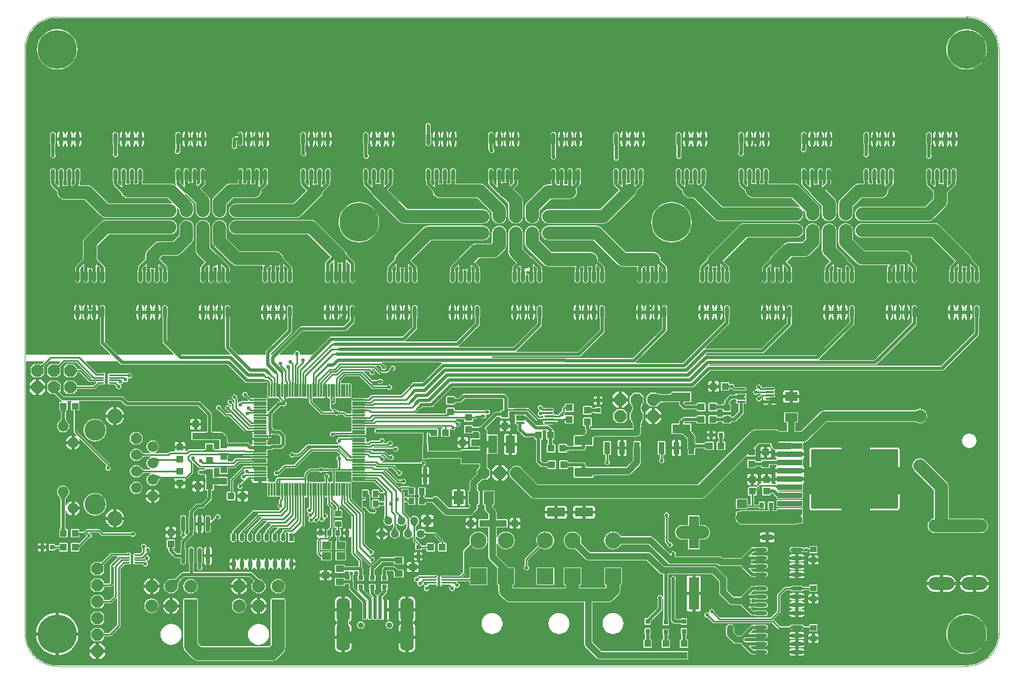
<source format=gtl>
G04 Layer_Physical_Order=1*
G04 Layer_Color=255*
%FSLAX44Y44*%
%MOMM*%
G71*
G01*
G75*
%ADD10R,0.3500X1.1000*%
%ADD11R,0.4500X0.3500*%
%ADD12R,0.4500X0.2500*%
G04:AMPARAMS|DCode=13|XSize=0.9mm|YSize=3.9mm|CornerRadius=0.0495mm|HoleSize=0mm|Usage=FLASHONLY|Rotation=90.000|XOffset=0mm|YOffset=0mm|HoleType=Round|Shape=RoundedRectangle|*
%AMROUNDEDRECTD13*
21,1,0.9000,3.8010,0,0,90.0*
21,1,0.8010,3.9000,0,0,90.0*
1,1,0.0990,1.9005,0.4005*
1,1,0.0990,1.9005,-0.4005*
1,1,0.0990,-1.9005,-0.4005*
1,1,0.0990,-1.9005,0.4005*
%
%ADD13ROUNDEDRECTD13*%
G04:AMPARAMS|DCode=14|XSize=9.126mm|YSize=13.37mm|CornerRadius=0.0456mm|HoleSize=0mm|Usage=FLASHONLY|Rotation=90.000|XOffset=0mm|YOffset=0mm|HoleType=Round|Shape=RoundedRectangle|*
%AMROUNDEDRECTD14*
21,1,9.1260,13.2787,0,0,90.0*
21,1,9.0347,13.3700,0,0,90.0*
1,1,0.0913,6.6394,4.5174*
1,1,0.0913,6.6394,-4.5174*
1,1,0.0913,-6.6394,-4.5174*
1,1,0.0913,-6.6394,4.5174*
%
%ADD14ROUNDEDRECTD14*%
%ADD15O,2.0000X0.6000*%
%ADD16O,0.6000X2.0000*%
%ADD17R,1.1000X1.1000*%
%ADD18R,1.6000X5.0000*%
%ADD19R,1.1000X1.1000*%
%ADD20R,0.7620X0.7620*%
%ADD21R,2.8000X1.4500*%
%ADD22R,1.4500X0.3000*%
%ADD23O,1.4500X0.3000*%
%ADD24R,0.7620X0.7620*%
%ADD25R,1.3000X1.0000*%
%ADD26R,1.3000X1.0000*%
%ADD27R,0.6500X2.2000*%
%ADD28O,0.7000X2.5000*%
%ADD29O,2.1000X0.3000*%
%ADD30O,0.3000X2.1000*%
%ADD31R,1.5500X1.3500*%
%ADD32R,1.7000X0.9500*%
%ADD33R,1.9000X1.3500*%
%ADD34R,0.8000X0.7000*%
%ADD35R,0.7000X0.9000*%
%ADD36R,1.0000X0.9000*%
%ADD37R,1.4000X1.2000*%
%ADD38R,0.9000X1.9000*%
%ADD39R,3.2000X1.9000*%
G04:AMPARAMS|DCode=40|XSize=2.8mm|YSize=0.5mm|CornerRadius=0.125mm|HoleSize=0mm|Usage=FLASHONLY|Rotation=270.000|XOffset=0mm|YOffset=0mm|HoleType=Round|Shape=RoundedRectangle|*
%AMROUNDEDRECTD40*
21,1,2.8000,0.2500,0,0,270.0*
21,1,2.5500,0.5000,0,0,270.0*
1,1,0.2500,-0.1250,-1.2750*
1,1,0.2500,-0.1250,1.2750*
1,1,0.2500,0.1250,1.2750*
1,1,0.2500,0.1250,-1.2750*
%
%ADD40ROUNDEDRECTD40*%
G04:AMPARAMS|DCode=41|XSize=3.5mm|YSize=2.05mm|CornerRadius=0.5125mm|HoleSize=0mm|Usage=FLASHONLY|Rotation=270.000|XOffset=0mm|YOffset=0mm|HoleType=Round|Shape=RoundedRectangle|*
%AMROUNDEDRECTD41*
21,1,3.5000,1.0250,0,0,270.0*
21,1,2.4750,2.0500,0,0,270.0*
1,1,1.0250,-0.5125,-1.2375*
1,1,1.0250,-0.5125,1.2375*
1,1,1.0250,0.5125,1.2375*
1,1,1.0250,0.5125,-1.2375*
%
%ADD41ROUNDEDRECTD41*%
G04:AMPARAMS|DCode=42|XSize=4mm|YSize=2.05mm|CornerRadius=0.5125mm|HoleSize=0mm|Usage=FLASHONLY|Rotation=270.000|XOffset=0mm|YOffset=0mm|HoleType=Round|Shape=RoundedRectangle|*
%AMROUNDEDRECTD42*
21,1,4.0000,1.0250,0,0,270.0*
21,1,2.9750,2.0500,0,0,270.0*
1,1,1.0250,-0.5125,-1.4875*
1,1,1.0250,-0.5125,1.4875*
1,1,1.0250,0.5125,1.4875*
1,1,1.0250,0.5125,-1.4875*
%
%ADD42ROUNDEDRECTD42*%
G04:AMPARAMS|DCode=43|XSize=3.5mm|YSize=2.05mm|CornerRadius=0.5125mm|HoleSize=0mm|Usage=FLASHONLY|Rotation=270.000|XOffset=0mm|YOffset=0mm|HoleType=Round|Shape=RoundedRectangle|*
%AMROUNDEDRECTD43*
21,1,3.5000,1.0250,0,0,270.0*
21,1,2.4750,2.0500,0,0,270.0*
1,1,1.0250,-0.5125,-1.2375*
1,1,1.0250,-0.5125,1.2375*
1,1,1.0250,0.5125,1.2375*
1,1,1.0250,0.5125,-1.2375*
%
%ADD43ROUNDEDRECTD43*%
%ADD44R,0.9000X1.0000*%
%ADD45R,1.4000X2.7000*%
%ADD46R,2.8000X1.3500*%
%ADD47O,0.7600X1.2700*%
%ADD48R,0.7600X1.2700*%
%ADD49R,3.8100X2.0320*%
%ADD50R,1.5240X2.0320*%
%ADD51C,0.2540*%
%ADD52C,1.0000*%
%ADD53C,0.5000*%
%ADD54C,2.0000*%
%ADD55C,1.5000*%
%ADD56R,5.2070X8.3820*%
%ADD57R,10.0330X4.1910*%
%ADD58R,9.2710X1.9050*%
%ADD59R,1.6510X4.3180*%
%ADD60R,1.9050X3.4290*%
%ADD61R,4.4450X11.4300*%
%ADD62R,15.3670X4.3180*%
%ADD63C,0.1000*%
%ADD64C,2.0000*%
%ADD65C,1.3000*%
%ADD66R,1.3000X1.3000*%
%ADD67P,2.0345X8X202.5*%
%ADD68C,2.5000*%
%ADD69R,2.5000X2.5000*%
%ADD70O,4.0000X2.0000*%
%ADD71C,2.0000*%
%ADD72R,2.0000X2.0000*%
%ADD73P,2.0345X8X292.5*%
%ADD74C,0.9000*%
%ADD75C,6.0000*%
%ADD76C,2.3550*%
%ADD77C,1.6764*%
%ADD78C,3.2500*%
%ADD79P,1.8145X8X112.5*%
%ADD80C,0.6000*%
G36*
X336074Y-675648D02*
X336960Y-675825D01*
X347939D01*
X349088Y-677225D01*
X349031Y-677510D01*
X349088Y-677795D01*
X347939Y-679195D01*
X326036D01*
X325150Y-679372D01*
X324399Y-679873D01*
X319517Y-684755D01*
X312444D01*
X312166Y-683355D01*
X312335Y-683285D01*
X312652Y-682520D01*
Y-675653D01*
X312780Y-675602D01*
X312998Y-675544D01*
X313290Y-675496D01*
X313652Y-675464D01*
X314105Y-675452D01*
X314190Y-675415D01*
X335724D01*
X336074Y-675648D01*
D02*
G37*
G36*
X261369Y-681423D02*
X261308Y-681584D01*
X261281Y-681754D01*
X261290Y-681932D01*
X261333Y-682120D01*
X261411Y-682315D01*
X261523Y-682519D01*
X261670Y-682732D01*
X261852Y-682953D01*
X262069Y-683183D01*
X259884Y-684590D01*
X257531Y-682019D01*
X261465Y-681270D01*
X261369Y-681423D01*
D02*
G37*
G36*
X273477Y-683828D02*
X273488Y-684057D01*
X273524Y-684286D01*
X273585Y-684513D01*
X273671Y-684740D01*
X273782Y-684966D01*
X273917Y-685191D01*
X274077Y-685416D01*
X274262Y-685639D01*
X274472Y-685862D01*
X272471Y-687453D01*
X272251Y-687243D01*
X271808Y-686882D01*
X271585Y-686732D01*
X271361Y-686602D01*
X271137Y-686491D01*
X270912Y-686400D01*
X270686Y-686329D01*
X270459Y-686278D01*
X270232Y-686247D01*
X273491Y-683598D01*
X273477Y-683828D01*
D02*
G37*
G36*
X352577Y-686894D02*
X352519Y-686872D01*
X352413Y-686853D01*
X352261Y-686836D01*
X351519Y-686798D01*
X349866Y-686780D01*
Y-684240D01*
X352577Y-684126D01*
Y-686894D01*
D02*
G37*
G36*
X233323Y-684530D02*
X233298Y-684289D01*
X233221Y-684073D01*
X233092Y-683882D01*
X232912Y-683717D01*
X232681Y-683577D01*
X232398Y-683463D01*
X232064Y-683374D01*
X231678Y-683311D01*
X231241Y-683273D01*
X230753Y-683260D01*
Y-680720D01*
X231241Y-680707D01*
X231678Y-680669D01*
X232064Y-680606D01*
X232398Y-680517D01*
X232681Y-680403D01*
X232912Y-680263D01*
X233092Y-680098D01*
X233221Y-679907D01*
X233298Y-679691D01*
X233323Y-679450D01*
Y-684530D01*
D02*
G37*
G36*
X547835Y-676837D02*
X548058Y-677025D01*
X548281Y-677190D01*
X548506Y-677332D01*
X548732Y-677453D01*
X548960Y-677551D01*
X549188Y-677627D01*
X549417Y-677680D01*
X549648Y-677711D01*
X549880Y-677720D01*
X546910Y-680690D01*
X546901Y-680458D01*
X546870Y-680227D01*
X546817Y-679998D01*
X546741Y-679770D01*
X546643Y-679542D01*
X546522Y-679316D01*
X546380Y-679091D01*
X546214Y-678867D01*
X546027Y-678645D01*
X545817Y-678423D01*
X547613Y-676627D01*
X547835Y-676837D01*
D02*
G37*
G36*
X178320Y-669376D02*
X179988Y-670847D01*
X180772Y-671445D01*
X181521Y-671951D01*
X182237Y-672364D01*
X182920Y-672686D01*
X183568Y-672916D01*
X184183Y-673054D01*
X184764Y-673100D01*
Y-675640D01*
X184183Y-675686D01*
X183568Y-675824D01*
X182920Y-676054D01*
X182237Y-676376D01*
X181521Y-676789D01*
X180772Y-677295D01*
X179988Y-677893D01*
X178320Y-679364D01*
X177436Y-680237D01*
Y-668503D01*
X178320Y-669376D01*
D02*
G37*
G36*
X485812Y-681763D02*
X485671Y-681948D01*
X485547Y-682148D01*
X485439Y-682363D01*
X485348Y-682593D01*
X485273Y-682838D01*
X485215Y-683098D01*
X485173Y-683373D01*
X485148Y-683663D01*
X485140Y-683968D01*
X482600D01*
X482592Y-683663D01*
X482567Y-683373D01*
X482525Y-683098D01*
X482467Y-682838D01*
X482393Y-682593D01*
X482301Y-682363D01*
X482193Y-682148D01*
X482069Y-681948D01*
X481928Y-681763D01*
X481770Y-681592D01*
X485970D01*
X485812Y-681763D01*
D02*
G37*
G36*
X352577Y-682894D02*
X352519Y-682872D01*
X352413Y-682853D01*
X352261Y-682836D01*
X351519Y-682798D01*
X349866Y-682780D01*
Y-680240D01*
X352577Y-680126D01*
Y-682894D01*
D02*
G37*
G36*
Y-694894D02*
X352519Y-694873D01*
X352413Y-694853D01*
X352261Y-694836D01*
X351519Y-694798D01*
X349866Y-694780D01*
Y-692240D01*
X352577Y-692126D01*
Y-694894D01*
D02*
G37*
G36*
X298546Y-690888D02*
X299358Y-690950D01*
X299689Y-691004D01*
X299968Y-691073D01*
X300197Y-691158D01*
X300374Y-691259D01*
X300501Y-691375D01*
X300578Y-691506D01*
X300603Y-691653D01*
X300634Y-694690D01*
X300606Y-694449D01*
X300527Y-694233D01*
X300397Y-694042D01*
X300216Y-693877D01*
X299984Y-693737D01*
X299702Y-693623D01*
X299369Y-693534D01*
X298984Y-693471D01*
X298549Y-693433D01*
X298063Y-693420D01*
Y-690880D01*
X298546Y-690888D01*
D02*
G37*
G36*
X485165Y-694183D02*
X485242Y-694614D01*
X485369Y-694995D01*
X485546Y-695326D01*
X485775Y-695605D01*
X486054Y-695834D01*
X486385Y-696011D01*
X486766Y-696138D01*
X487197Y-696215D01*
X487680Y-696240D01*
X483870Y-698780D01*
X480060Y-696240D01*
X480543Y-696215D01*
X480974Y-696138D01*
X481355Y-696011D01*
X481686Y-695834D01*
X481965Y-695605D01*
X482194Y-695326D01*
X482371Y-694995D01*
X482498Y-694614D01*
X482575Y-694183D01*
X482600Y-693700D01*
X485140D01*
X485165Y-694183D01*
D02*
G37*
G36*
X461613Y-699521D02*
X461431Y-699380D01*
X461235Y-699254D01*
X461026Y-699143D01*
X460803Y-699047D01*
X460567Y-698965D01*
X460317Y-698898D01*
X460054Y-698847D01*
X459974Y-698836D01*
X459779Y-698810D01*
X459426Y-698847D01*
X459163Y-698898D01*
X458913Y-698965D01*
X458677Y-699047D01*
X458454Y-699143D01*
X458245Y-699254D01*
X458049Y-699380D01*
X457867Y-699521D01*
X455930Y-697622D01*
X453993Y-699521D01*
X453811Y-699380D01*
X453615Y-699254D01*
X453406Y-699143D01*
X453183Y-699047D01*
X452947Y-698965D01*
X452697Y-698898D01*
X452434Y-698847D01*
X451866Y-698787D01*
X451562Y-698780D01*
X451298Y-696240D01*
X451604Y-696231D01*
X451893Y-696204D01*
X452165Y-696159D01*
X452421Y-696096D01*
X452659Y-696015D01*
X452881Y-695916D01*
X453087Y-695799D01*
X453275Y-695664D01*
X453446Y-695510D01*
X453601Y-695339D01*
X455930Y-697622D01*
X458259Y-695339D01*
X458414Y-695510D01*
X458585Y-695664D01*
X458773Y-695799D01*
X458979Y-695916D01*
X459201Y-696015D01*
X459439Y-696096D01*
X459695Y-696159D01*
X459740Y-696166D01*
X459785Y-696159D01*
X460041Y-696096D01*
X460280Y-696015D01*
X460501Y-695916D01*
X460706Y-695799D01*
X460895Y-695664D01*
X461066Y-695510D01*
X461221Y-695339D01*
X461613Y-699521D01*
D02*
G37*
G36*
X314077Y-693420D02*
X313591Y-693433D01*
X313156Y-693471D01*
X312771Y-693534D01*
X312438Y-693623D01*
X312155Y-693737D01*
X311924Y-693877D01*
X311743Y-694042D01*
X311613Y-694233D01*
X311535Y-694449D01*
X311507Y-694690D01*
X311537Y-691653D01*
X314077Y-690880D01*
Y-693420D01*
D02*
G37*
G36*
X289944Y-684771D02*
X290022Y-684987D01*
X290152Y-685178D01*
X290332Y-685343D01*
X290564Y-685482D01*
X290847Y-685597D01*
X291180Y-685686D01*
X291565Y-685749D01*
X292000Y-685787D01*
X292487Y-685800D01*
Y-688340D01*
X292004Y-688343D01*
X290353Y-688440D01*
X290176Y-688476D01*
X290049Y-688517D01*
X289972Y-688564D01*
X289947Y-688617D01*
X289916Y-684530D01*
X289944Y-684771D01*
D02*
G37*
G36*
X207351Y-680720D02*
X209345Y-683260D01*
X208661Y-683308D01*
X208035Y-683454D01*
X207469Y-683696D01*
X206962Y-684036D01*
X206515Y-684472D01*
X206127Y-685006D01*
X205798Y-685636D01*
X205528Y-686364D01*
X205318Y-687188D01*
X205167Y-688109D01*
X198817Y-678922D01*
X207351Y-680720D01*
D02*
G37*
G36*
X352577Y-690894D02*
X352519Y-690872D01*
X352413Y-690853D01*
X352261Y-690836D01*
X351519Y-690798D01*
X349866Y-690780D01*
Y-688240D01*
X352577Y-688126D01*
Y-690894D01*
D02*
G37*
G36*
X279013Y-688617D02*
X278988Y-688564D01*
X278911Y-688517D01*
X278784Y-688476D01*
X278607Y-688440D01*
X278378Y-688409D01*
X277768Y-688365D01*
X276473Y-688340D01*
Y-685800D01*
X276960Y-685787D01*
X277395Y-685749D01*
X277780Y-685686D01*
X278114Y-685597D01*
X278396Y-685482D01*
X278628Y-685343D01*
X278808Y-685178D01*
X278938Y-684987D01*
X279016Y-684771D01*
X279044Y-684530D01*
X279013Y-688617D01*
D02*
G37*
G36*
X352577Y-678894D02*
X352519Y-678873D01*
X352413Y-678853D01*
X352261Y-678836D01*
X351519Y-678798D01*
X349866Y-678780D01*
Y-676240D01*
X352577Y-676126D01*
Y-678894D01*
D02*
G37*
G36*
X381911Y-643029D02*
X390332D01*
X393941Y-646638D01*
Y-656382D01*
X392382Y-657941D01*
X381160D01*
X379794Y-658213D01*
X378637Y-658987D01*
X378182Y-659441D01*
X374550D01*
X374271Y-659186D01*
X373593Y-658041D01*
X373699Y-657510D01*
X373505Y-656535D01*
X372952Y-655708D01*
Y-655312D01*
X373505Y-654485D01*
X373699Y-653510D01*
X373551Y-652765D01*
X374063Y-652423D01*
X374956Y-651086D01*
X375269Y-649510D01*
X375212Y-649224D01*
X376361Y-647824D01*
X377190D01*
X378076Y-647648D01*
X378827Y-647147D01*
X379328Y-646396D01*
X379505Y-645510D01*
Y-643745D01*
X379704Y-643505D01*
X380905Y-642828D01*
X381911Y-643029D01*
D02*
G37*
G36*
X560790Y-658975D02*
X560637Y-658879D01*
X560476Y-658818D01*
X560306Y-658791D01*
X560128Y-658800D01*
X559940Y-658843D01*
X559745Y-658921D01*
X559541Y-659033D01*
X559328Y-659180D01*
X559107Y-659362D01*
X558877Y-659579D01*
X557470Y-657394D01*
X560041Y-655041D01*
X560790Y-658975D01*
D02*
G37*
G36*
X523781Y-664147D02*
X523886Y-664167D01*
X524039Y-664184D01*
X524781Y-664222D01*
X526434Y-664240D01*
Y-666780D01*
X523723Y-666894D01*
Y-664126D01*
X523781Y-664147D01*
D02*
G37*
G36*
Y-660147D02*
X523886Y-660167D01*
X524039Y-660184D01*
X524781Y-660222D01*
X526434Y-660240D01*
Y-662780D01*
X523723Y-662894D01*
Y-660126D01*
X523781Y-660147D01*
D02*
G37*
G36*
Y-656148D02*
X523886Y-656167D01*
X524039Y-656184D01*
X524781Y-656222D01*
X526434Y-656240D01*
Y-658780D01*
X523723Y-658894D01*
Y-656126D01*
X523781Y-656148D01*
D02*
G37*
G36*
X371781Y-644147D02*
X371886Y-644167D01*
X372039Y-644184D01*
X372781Y-644222D01*
X374434Y-644240D01*
Y-646780D01*
X371723Y-646894D01*
Y-644126D01*
X371781Y-644147D01*
D02*
G37*
G36*
X504577Y-646894D02*
X504519Y-646872D01*
X504413Y-646853D01*
X504261Y-646836D01*
X503519Y-646798D01*
X501866Y-646780D01*
Y-644240D01*
X504577Y-644126D01*
Y-646894D01*
D02*
G37*
G36*
X371814Y-648169D02*
X371948Y-648208D01*
X372126Y-648242D01*
X372349Y-648272D01*
X372925Y-648318D01*
X374605Y-648354D01*
X374263Y-650894D01*
X371723D01*
Y-648126D01*
X371814Y-648169D01*
D02*
G37*
G36*
X504577Y-650894D02*
X504519Y-650872D01*
X504413Y-650853D01*
X504261Y-650836D01*
X503519Y-650798D01*
X501866Y-650780D01*
Y-648240D01*
X504577Y-648126D01*
Y-650894D01*
D02*
G37*
G36*
X352577Y-674894D02*
X352519Y-674873D01*
X352413Y-674853D01*
X352261Y-674836D01*
X351519Y-674798D01*
X349866Y-674780D01*
Y-672240D01*
X352577Y-672126D01*
Y-674894D01*
D02*
G37*
G36*
X523781Y-672148D02*
X523886Y-672167D01*
X524039Y-672184D01*
X524781Y-672222D01*
X526434Y-672240D01*
Y-674780D01*
X523723Y-674894D01*
Y-672126D01*
X523781Y-672148D01*
D02*
G37*
G36*
X300634Y-675640D02*
X300606Y-675399D01*
X300528Y-675183D01*
X300398Y-674992D01*
X300218Y-674827D01*
X299986Y-674688D01*
X299704Y-674573D01*
X299370Y-674484D01*
X298985Y-674421D01*
X298550Y-674383D01*
X298063Y-674370D01*
Y-671830D01*
X298546Y-671827D01*
X300197Y-671730D01*
X300374Y-671694D01*
X300501Y-671653D01*
X300578Y-671606D01*
X300603Y-671553D01*
X300634Y-675640D01*
D02*
G37*
G36*
X311562Y-671606D02*
X311639Y-671653D01*
X311766Y-671694D01*
X311943Y-671730D01*
X312172Y-671761D01*
X312782Y-671805D01*
X314077Y-671830D01*
Y-674370D01*
X313590Y-674383D01*
X313155Y-674421D01*
X312770Y-674484D01*
X312436Y-674573D01*
X312154Y-674688D01*
X311922Y-674827D01*
X311742Y-674992D01*
X311612Y-675183D01*
X311534Y-675399D01*
X311507Y-675640D01*
X311537Y-671553D01*
X311562Y-671606D01*
D02*
G37*
G36*
X352577Y-670894D02*
X352519Y-670872D01*
X352413Y-670853D01*
X352261Y-670836D01*
X351519Y-670798D01*
X349866Y-670780D01*
Y-668240D01*
X352577Y-668126D01*
Y-670894D01*
D02*
G37*
G36*
X289944Y-665721D02*
X290023Y-665937D01*
X290153Y-666128D01*
X290334Y-666293D01*
X290565Y-666432D01*
X290848Y-666547D01*
X291181Y-666636D01*
X291566Y-666699D01*
X292001Y-666737D01*
X292487Y-666750D01*
Y-669290D01*
X289947Y-668517D01*
X289916Y-665480D01*
X289944Y-665721D01*
D02*
G37*
G36*
X569328Y-667610D02*
X569157Y-667452D01*
X568972Y-667311D01*
X568772Y-667187D01*
X568557Y-667079D01*
X568327Y-666988D01*
X568082Y-666913D01*
X567822Y-666855D01*
X567547Y-666813D01*
X567257Y-666788D01*
X566952Y-666780D01*
Y-664240D01*
X567257Y-664232D01*
X567547Y-664207D01*
X567822Y-664165D01*
X568082Y-664107D01*
X568327Y-664033D01*
X568557Y-663941D01*
X568772Y-663833D01*
X568972Y-663709D01*
X569157Y-663568D01*
X569328Y-663410D01*
Y-667610D01*
D02*
G37*
G36*
X523781Y-668148D02*
X523886Y-668167D01*
X524039Y-668184D01*
X524781Y-668222D01*
X526434Y-668240D01*
Y-670780D01*
X523723Y-670894D01*
Y-668126D01*
X523781Y-668148D01*
D02*
G37*
G36*
X279013Y-668517D02*
X276473Y-669290D01*
Y-666750D01*
X276959Y-666737D01*
X277394Y-666699D01*
X277779Y-666636D01*
X278112Y-666547D01*
X278395Y-666432D01*
X278626Y-666293D01*
X278807Y-666128D01*
X278937Y-665937D01*
X279016Y-665721D01*
X279044Y-665480D01*
X279013Y-668517D01*
D02*
G37*
G36*
X504577Y-698894D02*
X504519Y-698873D01*
X504413Y-698853D01*
X504261Y-698836D01*
X503519Y-698798D01*
X501866Y-698780D01*
Y-696240D01*
X504577Y-696126D01*
Y-698894D01*
D02*
G37*
G36*
X497575Y-737107D02*
X497592Y-737189D01*
X497607Y-737316D01*
X497630Y-737709D01*
X497648Y-739050D01*
X495110Y-740123D01*
X495107Y-739638D01*
X494986Y-737817D01*
X494941Y-737573D01*
X494890Y-737370D01*
X494831Y-737206D01*
X494766Y-737083D01*
X497534D01*
X497556Y-737072D01*
X497575Y-737107D01*
D02*
G37*
G36*
X397513Y-737141D02*
X397493Y-737246D01*
X397476Y-737399D01*
X397438Y-738141D01*
X397420Y-739794D01*
X394880D01*
X394766Y-737083D01*
X397534D01*
X397513Y-737141D01*
D02*
G37*
G36*
X590813Y-746993D02*
X590798Y-746949D01*
X590752Y-746909D01*
X590676Y-746874D01*
X590568Y-746844D01*
X590430Y-746818D01*
X590261Y-746797D01*
X589832Y-746769D01*
X589280Y-746760D01*
Y-744220D01*
X589571Y-744218D01*
X590430Y-744162D01*
X590568Y-744136D01*
X590676Y-744106D01*
X590752Y-744071D01*
X590798Y-744031D01*
X590813Y-743987D01*
Y-746993D01*
D02*
G37*
G36*
X528947Y-739077D02*
X529260Y-739227D01*
X529378Y-739333D01*
X530440D01*
X530422Y-740283D01*
X530295Y-741651D01*
X530366Y-742227D01*
X530422Y-743077D01*
X530440Y-744027D01*
X529378D01*
X529260Y-744133D01*
X528947Y-744283D01*
X528597Y-744333D01*
X522940Y-744363D01*
X523415Y-744311D01*
X523840Y-744158D01*
X524215Y-743905D01*
X524540Y-743552D01*
X524815Y-743099D01*
X525040Y-742546D01*
X525215Y-741893D01*
X525250Y-741684D01*
X525215Y-741477D01*
X525040Y-740827D01*
X524815Y-740277D01*
X524540Y-739827D01*
X524215Y-739477D01*
X523840Y-739227D01*
X523415Y-739077D01*
X522940Y-739027D01*
X528597D01*
X528947Y-739077D01*
D02*
G37*
G36*
X501512Y-737141D02*
X501493Y-737246D01*
X501476Y-737399D01*
X501438Y-738141D01*
X501420Y-739794D01*
X498880D01*
X498766Y-737083D01*
X501534D01*
X501512Y-737141D01*
D02*
G37*
G36*
X575142Y-724443D02*
X575496Y-724699D01*
X575848Y-724886D01*
X576196Y-725005D01*
X576541Y-725054D01*
X576884Y-725035D01*
X577223Y-724948D01*
X577559Y-724791D01*
X577892Y-724566D01*
X578222Y-724272D01*
X580018Y-726068D01*
X579724Y-726398D01*
X579499Y-726731D01*
X579342Y-727067D01*
X579254Y-727406D01*
X579236Y-727748D01*
X579285Y-728094D01*
X579404Y-728442D01*
X579591Y-728794D01*
X579847Y-729148D01*
X580172Y-729506D01*
X575682Y-728608D01*
X574784Y-724118D01*
X575142Y-724443D01*
D02*
G37*
G36*
X300603Y-720587D02*
X300503Y-720498D01*
X300203Y-720419D01*
X299703Y-720349D01*
X299003Y-720288D01*
X294203Y-720139D01*
X290603Y-720120D01*
Y-710120D01*
X300603Y-709653D01*
Y-720587D01*
D02*
G37*
G36*
X557530Y-734060D02*
X554990Y-737870D01*
X554965Y-737387D01*
X554888Y-736956D01*
X554761Y-736575D01*
X554584Y-736244D01*
X554355Y-735965D01*
X554076Y-735736D01*
X553745Y-735559D01*
X553364Y-735432D01*
X552933Y-735355D01*
X552450Y-735330D01*
Y-732790D01*
X552933Y-732773D01*
X553364Y-732720D01*
X553745Y-732632D01*
X554076Y-732510D01*
X554355Y-732352D01*
X554584Y-732159D01*
X554761Y-731931D01*
X554888Y-731668D01*
X554965Y-731370D01*
X554990Y-731037D01*
X557530Y-734060D01*
D02*
G37*
G36*
X544592Y-731761D02*
X544669Y-731977D01*
X544798Y-732168D01*
X544978Y-732333D01*
X545209Y-732473D01*
X545492Y-732587D01*
X545826Y-732676D01*
X546212Y-732739D01*
X546649Y-732777D01*
X547137Y-732790D01*
Y-735330D01*
X546649Y-735343D01*
X546212Y-735381D01*
X545826Y-735444D01*
X545492Y-735533D01*
X545209Y-735648D01*
X544978Y-735787D01*
X544798Y-735952D01*
X544669Y-736143D01*
X544592Y-736359D01*
X544566Y-736600D01*
Y-731520D01*
X544592Y-731761D01*
D02*
G37*
G36*
X603687Y-781247D02*
X602637Y-782469D01*
X602211Y-783056D01*
X601850Y-783628D01*
X601555Y-784183D01*
X601325Y-784722D01*
X601161Y-785246D01*
X601063Y-785753D01*
X601030Y-786245D01*
X598490D01*
X598457Y-785753D01*
X598359Y-785246D01*
X598195Y-784722D01*
X597965Y-784183D01*
X597670Y-783628D01*
X597309Y-783056D01*
X596883Y-782469D01*
X596391Y-781866D01*
X595210Y-780612D01*
X604310D01*
X603687Y-781247D01*
D02*
G37*
G36*
X557566Y-766522D02*
X557673Y-767037D01*
X557851Y-767509D01*
X558100Y-767938D01*
X558421Y-768324D01*
X558813Y-768667D01*
X559277Y-768967D01*
X559811Y-769223D01*
X560417Y-769437D01*
X561095Y-769609D01*
X553529Y-774120D01*
X553806Y-773169D01*
X554975Y-767997D01*
X554990Y-767654D01*
X557530Y-765965D01*
X557566Y-766522D01*
D02*
G37*
G36*
X571063Y-786187D02*
X571161Y-786694D01*
X571325Y-787218D01*
X571555Y-787757D01*
X571850Y-788312D01*
X572211Y-788884D01*
X572637Y-789471D01*
X573129Y-790074D01*
X574310Y-791328D01*
X565210D01*
X565833Y-790693D01*
X566883Y-789471D01*
X567309Y-788884D01*
X567670Y-788312D01*
X567965Y-787757D01*
X568195Y-787218D01*
X568359Y-786694D01*
X568457Y-786187D01*
X568490Y-785695D01*
X571030D01*
X571063Y-786187D01*
D02*
G37*
G36*
X591063D02*
X591161Y-786694D01*
X591325Y-787218D01*
X591555Y-787757D01*
X591850Y-788312D01*
X592211Y-788884D01*
X592637Y-789471D01*
X593129Y-790074D01*
X594310Y-791328D01*
X585210D01*
X585833Y-790693D01*
X586883Y-789471D01*
X587309Y-788884D01*
X587670Y-788312D01*
X587965Y-787757D01*
X588195Y-787218D01*
X588359Y-786694D01*
X588457Y-786187D01*
X588490Y-785695D01*
X591030D01*
X591063Y-786187D01*
D02*
G37*
G36*
X577602Y-766291D02*
X579157Y-767629D01*
X580370Y-768550D01*
X583216Y-770465D01*
X574707Y-771882D01*
X575100Y-771348D01*
X575409Y-770827D01*
X575632Y-770318D01*
X575769Y-769821D01*
X575821Y-769337D01*
X575788Y-768865D01*
X575669Y-768404D01*
X575465Y-767956D01*
X575175Y-767520D01*
X574800Y-767097D01*
X577153Y-765857D01*
X577602Y-766291D01*
D02*
G37*
G36*
X566190Y-745586D02*
X566194Y-745895D01*
X566254Y-746734D01*
X566291Y-746984D01*
X566387Y-747442D01*
X566448Y-747648D01*
X566516Y-747841D01*
X566592Y-748018D01*
X565336Y-749300D01*
X562653Y-746562D01*
X562842Y-746461D01*
X563012Y-746337D01*
X563161Y-746190D01*
X563291Y-746019D01*
X563401Y-745826D01*
X563490Y-745609D01*
X563560Y-745368D01*
X563610Y-745105D01*
X563640Y-744819D01*
X563650Y-744509D01*
X566190Y-745586D01*
D02*
G37*
G36*
X572780Y-738461D02*
X572810Y-738747D01*
X572860Y-739008D01*
X572929Y-739243D01*
X573019Y-739452D01*
X573128Y-739637D01*
X573258Y-739796D01*
X573407Y-739929D01*
X573576Y-740037D01*
X573766Y-740120D01*
X571027Y-742950D01*
X573766Y-745780D01*
X573576Y-745863D01*
X573407Y-745971D01*
X573258Y-746104D01*
X573128Y-746263D01*
X573019Y-746448D01*
X572929Y-746657D01*
X572860Y-746892D01*
X572810Y-747153D01*
X572780Y-747439D01*
X572770Y-747750D01*
X570230Y-746346D01*
X570207Y-745445D01*
X570166Y-744944D01*
X570105Y-744522D01*
X570066Y-744341D01*
X570023Y-744179D01*
X569974Y-744038D01*
X571027Y-742950D01*
X569974Y-741862D01*
X570023Y-741721D01*
X570066Y-741560D01*
X570105Y-741378D01*
X570166Y-740956D01*
X570207Y-740455D01*
X570230Y-739554D01*
X572770Y-738150D01*
X572780Y-738461D01*
D02*
G37*
G36*
X566592Y-750582D02*
X566516Y-750759D01*
X566448Y-750952D01*
X566387Y-751158D01*
X566291Y-751616D01*
X566254Y-751866D01*
X566194Y-752705D01*
X566190Y-753014D01*
X563650Y-754091D01*
X563640Y-753781D01*
X563610Y-753495D01*
X563560Y-753232D01*
X563490Y-752991D01*
X563401Y-752774D01*
X563291Y-752581D01*
X563161Y-752410D01*
X563012Y-752263D01*
X562842Y-752139D01*
X562653Y-752038D01*
X565336Y-749300D01*
X566592Y-750582D01*
D02*
G37*
G36*
X544592Y-747001D02*
X544669Y-747217D01*
X544798Y-747408D01*
X544978Y-747573D01*
X545209Y-747712D01*
X545492Y-747827D01*
X545826Y-747916D01*
X546160Y-747971D01*
X546262Y-747955D01*
X546522Y-747897D01*
X546767Y-747822D01*
X546997Y-747731D01*
X547212Y-747623D01*
X547412Y-747499D01*
X547597Y-747358D01*
X547768Y-747200D01*
Y-751400D01*
X547597Y-751242D01*
X547412Y-751101D01*
X547212Y-750977D01*
X546997Y-750869D01*
X546767Y-750778D01*
X546522Y-750703D01*
X546262Y-750645D01*
X546160Y-750629D01*
X545826Y-750684D01*
X545492Y-750773D01*
X545209Y-750888D01*
X544978Y-751027D01*
X544798Y-751192D01*
X544669Y-751383D01*
X544592Y-751599D01*
X544566Y-751840D01*
Y-746760D01*
X544592Y-747001D01*
D02*
G37*
G36*
X389534Y-717937D02*
X386766D01*
X386787Y-717879D01*
X386807Y-717774D01*
X386824Y-717621D01*
X386862Y-716879D01*
X386880Y-715226D01*
X389420D01*
X389534Y-717937D01*
D02*
G37*
G36*
X523781Y-704147D02*
X523886Y-704167D01*
X524039Y-704184D01*
X524781Y-704222D01*
X526434Y-704240D01*
Y-706780D01*
X523723Y-706894D01*
Y-704126D01*
X523781Y-704147D01*
D02*
G37*
G36*
X178320Y-694776D02*
X179988Y-696247D01*
X180772Y-696845D01*
X181521Y-697351D01*
X182237Y-697764D01*
X182920Y-698086D01*
X183568Y-698316D01*
X184183Y-698454D01*
X184764Y-698500D01*
Y-701040D01*
X184183Y-701086D01*
X183568Y-701224D01*
X182920Y-701454D01*
X182237Y-701776D01*
X181521Y-702189D01*
X180772Y-702695D01*
X179988Y-703293D01*
X178320Y-704764D01*
X177436Y-705637D01*
Y-693903D01*
X178320Y-694776D01*
D02*
G37*
G36*
X466389Y-709947D02*
X466204Y-710076D01*
X466040Y-710225D01*
X465895Y-710393D01*
X465769Y-710582D01*
X465662Y-710790D01*
X465575Y-711018D01*
X465507Y-711266D01*
X465459Y-711534D01*
X465430Y-711822D01*
X465420Y-712129D01*
X462880Y-711478D01*
X462874Y-711173D01*
X462827Y-710603D01*
X462786Y-710336D01*
X462669Y-709843D01*
X462593Y-709615D01*
X462505Y-709400D01*
X462406Y-709198D01*
X462295Y-709009D01*
X466389Y-709947D01*
D02*
G37*
G36*
X523781Y-708148D02*
X523886Y-708167D01*
X524039Y-708184D01*
X524781Y-708222D01*
X526434Y-708240D01*
Y-710780D01*
X523723Y-710894D01*
Y-708126D01*
X523781Y-708148D01*
D02*
G37*
G36*
X279044Y-698184D02*
X279611Y-698077D01*
X280261Y-697902D01*
X280751Y-697703D01*
X281083Y-697481D01*
Y-704819D01*
X280751Y-704597D01*
X280261Y-704398D01*
X279611Y-704223D01*
X279044Y-704116D01*
Y-706150D01*
X278993Y-705675D01*
X278842Y-705250D01*
X278591Y-704875D01*
X278239Y-704550D01*
X277786Y-704275D01*
X277232Y-704050D01*
X276579Y-703875D01*
X276234Y-703818D01*
X275426Y-703755D01*
X270620Y-703650D01*
Y-698650D01*
X272381Y-698638D01*
X276844Y-698354D01*
X277232Y-698250D01*
X277786Y-698025D01*
X278239Y-697750D01*
X278591Y-697425D01*
X278842Y-697050D01*
X278993Y-696625D01*
X279044Y-696150D01*
Y-698184D01*
D02*
G37*
G36*
X473835Y-714977D02*
X473683Y-715231D01*
X473580Y-715337D01*
X472389Y-716009D01*
X472150Y-715961D01*
X471175Y-716155D01*
X470150Y-716618D01*
X469125Y-716155D01*
X468150Y-715961D01*
X467937Y-716003D01*
X466632Y-715255D01*
X466465Y-714977D01*
Y-712403D01*
X466469Y-712398D01*
X466465Y-712370D01*
Y-712246D01*
X466502Y-712163D01*
X466510Y-711893D01*
X466531Y-711685D01*
X466564Y-711505D01*
X466605Y-711355D01*
X466652Y-711231D01*
X466704Y-711131D01*
X466758Y-711050D01*
X466815Y-710983D01*
X466880Y-710924D01*
X467009Y-710834D01*
X467116Y-710667D01*
X467704Y-710274D01*
X468588Y-708951D01*
X468898Y-707390D01*
X468588Y-705829D01*
X467704Y-704506D01*
X466381Y-703622D01*
X464820Y-703312D01*
X463259Y-703622D01*
X461936Y-704506D01*
X461052Y-705829D01*
X460742Y-707390D01*
X461052Y-708951D01*
X461336Y-709376D01*
X461362Y-709558D01*
X461453Y-709713D01*
X461518Y-709845D01*
X461578Y-709992D01*
X461627Y-710140D01*
X461723Y-710544D01*
X461752Y-710729D01*
X461793Y-711228D01*
X461798Y-711499D01*
X461836Y-711585D01*
Y-714977D01*
X461683Y-715231D01*
X461580Y-715337D01*
X460389Y-716009D01*
X460150Y-715961D01*
X459175Y-716155D01*
X458150Y-716618D01*
X457125Y-716155D01*
X456150Y-715961D01*
X455175Y-716155D01*
X454150Y-716618D01*
X453125Y-716155D01*
X452150Y-715961D01*
X451175Y-716155D01*
X450150Y-716618D01*
X449125Y-716155D01*
X448150Y-715961D01*
X447175Y-716155D01*
X446150Y-716618D01*
X445125Y-716155D01*
X444150Y-715961D01*
X443175Y-716155D01*
X442150Y-716618D01*
X441125Y-716155D01*
X440150Y-715961D01*
X439405Y-716109D01*
X439063Y-715597D01*
X437726Y-714704D01*
X436150Y-714391D01*
X435864Y-714448D01*
X434464Y-713299D01*
Y-711438D01*
X434481Y-711412D01*
X434464Y-711327D01*
Y-711073D01*
X434481Y-710988D01*
X434464Y-710963D01*
Y-705459D01*
X440099Y-699825D01*
X451450D01*
X451535Y-699862D01*
X451796Y-699868D01*
X452272Y-699918D01*
X452453Y-699954D01*
X452631Y-700001D01*
X452792Y-700057D01*
X452937Y-700119D01*
X453068Y-700189D01*
X453186Y-700265D01*
X453331Y-700377D01*
X453515Y-700427D01*
X454369Y-700998D01*
X455930Y-701308D01*
X457491Y-700998D01*
X458345Y-700427D01*
X458529Y-700377D01*
X458674Y-700265D01*
X458792Y-700189D01*
X458923Y-700119D01*
X459068Y-700057D01*
X459229Y-700001D01*
X459407Y-699954D01*
X459587Y-699918D01*
X459763Y-699900D01*
X459877Y-699915D01*
X460073Y-699954D01*
X460251Y-700001D01*
X460412Y-700057D01*
X460557Y-700119D01*
X460688Y-700189D01*
X460806Y-700265D01*
X460951Y-700377D01*
X461334Y-700481D01*
X461334Y-700481D01*
X461714Y-700599D01*
X461715Y-700598D01*
X461731Y-700589D01*
X461750Y-700594D01*
X462096Y-700397D01*
X462446Y-700211D01*
X463264Y-700248D01*
X464150Y-700424D01*
X464809Y-700293D01*
X465005Y-700397D01*
X465350Y-700594D01*
X465369Y-700589D01*
X465386Y-700599D01*
X465766Y-700481D01*
X466149Y-700377D01*
X466294Y-700265D01*
X466413Y-700189D01*
X466543Y-700119D01*
X466688Y-700057D01*
X466849Y-700001D01*
X467027Y-699954D01*
X467207Y-699918D01*
X467684Y-699868D01*
X467945Y-699862D01*
X468030Y-699825D01*
X473835D01*
Y-714977D01*
D02*
G37*
G36*
X466034Y-695510D02*
X466205Y-695664D01*
X466394Y-695799D01*
X466599Y-695916D01*
X466820Y-696015D01*
X467059Y-696096D01*
X467315Y-696159D01*
X467587Y-696204D01*
X467876Y-696231D01*
X468182Y-696240D01*
X467919Y-698780D01*
X467614Y-698787D01*
X467046Y-698847D01*
X466783Y-698898D01*
X466533Y-698965D01*
X466297Y-699047D01*
X466074Y-699143D01*
X465865Y-699254D01*
X465669Y-699380D01*
X465487Y-699521D01*
X465879Y-695339D01*
X466034Y-695510D01*
D02*
G37*
G36*
X523781Y-700147D02*
X523886Y-700167D01*
X524039Y-700184D01*
X524781Y-700222D01*
X526434Y-700240D01*
Y-702780D01*
X523723Y-702894D01*
Y-700126D01*
X523781Y-700147D01*
D02*
G37*
G36*
X233323Y-702310D02*
X233298Y-702069D01*
X233221Y-701853D01*
X233092Y-701662D01*
X232912Y-701497D01*
X232681Y-701357D01*
X232398Y-701243D01*
X232064Y-701154D01*
X231678Y-701091D01*
X231241Y-701053D01*
X230753Y-701040D01*
Y-698500D01*
X231241Y-698487D01*
X231678Y-698449D01*
X232064Y-698386D01*
X232398Y-698297D01*
X232681Y-698183D01*
X232912Y-698043D01*
X233092Y-697878D01*
X233221Y-697687D01*
X233298Y-697471D01*
X233323Y-697230D01*
Y-702310D01*
D02*
G37*
G36*
X437534Y-715397D02*
Y-717937D01*
X434766D01*
X434809Y-717846D01*
X434848Y-717712D01*
X434882Y-717534D01*
X434912Y-717311D01*
X434958Y-716735D01*
X434994Y-715055D01*
X437534Y-715397D01*
D02*
G37*
G36*
X465534Y-717937D02*
X462766D01*
X462788Y-717879D01*
X462807Y-717774D01*
X462824Y-717621D01*
X462862Y-716879D01*
X462880Y-715226D01*
X465420D01*
X465534Y-717937D01*
D02*
G37*
G36*
X393534D02*
X390766D01*
X390788Y-717879D01*
X390807Y-717774D01*
X390824Y-717621D01*
X390862Y-716879D01*
X390880Y-715226D01*
X393420D01*
X393534Y-717937D01*
D02*
G37*
G36*
X433534D02*
X430766D01*
X430788Y-717879D01*
X430807Y-717774D01*
X430824Y-717621D01*
X430862Y-716879D01*
X430880Y-715226D01*
X433420D01*
X433534Y-717937D01*
D02*
G37*
G36*
X477534D02*
X474766D01*
X474787Y-717879D01*
X474807Y-717774D01*
X474824Y-717621D01*
X474862Y-716879D01*
X474880Y-715226D01*
X477420D01*
X477534Y-717937D01*
D02*
G37*
G36*
X208546Y-707390D02*
X209867Y-709930D01*
X209198Y-709980D01*
X208566Y-710132D01*
X207971Y-710384D01*
X207414Y-710737D01*
X206894Y-711191D01*
X206410Y-711746D01*
X205964Y-712402D01*
X205555Y-713159D01*
X205184Y-714017D01*
X204849Y-714975D01*
X199718Y-704594D01*
X208546Y-707390D01*
D02*
G37*
G36*
X523781Y-712148D02*
X523886Y-712167D01*
X524039Y-712184D01*
X524781Y-712222D01*
X526434Y-712240D01*
Y-714780D01*
X523723Y-714894D01*
Y-712126D01*
X523781Y-712148D01*
D02*
G37*
G36*
X289858Y-706717D02*
X289779Y-707017D01*
X289709Y-707517D01*
X289648Y-708217D01*
X289574Y-710594D01*
X289947Y-717063D01*
X290057Y-717163D01*
X279123D01*
X279191Y-717063D01*
X279251Y-716763D01*
X279305Y-716263D01*
X279390Y-714683D01*
X279013Y-706617D01*
X289947D01*
X289858Y-706717D01*
D02*
G37*
G36*
X433420Y-711200D02*
X430880Y-715010D01*
X430855Y-714527D01*
X430778Y-714096D01*
X430651Y-713715D01*
X430474Y-713384D01*
X430245Y-713105D01*
X429966Y-712876D01*
X429635Y-712699D01*
X429254Y-712572D01*
X428823Y-712495D01*
X428340Y-712470D01*
Y-709930D01*
X428823Y-709905D01*
X429254Y-709828D01*
X429635Y-709701D01*
X429966Y-709524D01*
X430245Y-709295D01*
X430474Y-709016D01*
X430651Y-708685D01*
X430778Y-708304D01*
X430855Y-707873D01*
X430880Y-707390D01*
X433420Y-711200D01*
D02*
G37*
G36*
X474944Y-639875D02*
X475107Y-639919D01*
X475289Y-639958D01*
X475713Y-640021D01*
X476215Y-640062D01*
X477116Y-640086D01*
X478510Y-642626D01*
X478199Y-642636D01*
X477913Y-642666D01*
X477652Y-642715D01*
X477417Y-642785D01*
X477207Y-642875D01*
X477023Y-642984D01*
X476864Y-643114D01*
X476730Y-643263D01*
X476621Y-643432D01*
X476538Y-643622D01*
X474801Y-639826D01*
X474944Y-639875D01*
D02*
G37*
G36*
X381534Y-565937D02*
X378766D01*
X378787Y-565879D01*
X378807Y-565774D01*
X378824Y-565621D01*
X378862Y-564879D01*
X378880Y-563226D01*
X381420D01*
X381534Y-565937D01*
D02*
G37*
G36*
X478175Y-605907D02*
X478397Y-606095D01*
X478621Y-606259D01*
X478846Y-606402D01*
X479072Y-606523D01*
X479300Y-606621D01*
X479528Y-606697D01*
X479757Y-606750D01*
X479988Y-606781D01*
X480220Y-606790D01*
X478108Y-608903D01*
Y-611890D01*
X477937Y-611732D01*
X477752Y-611591D01*
X477552Y-611467D01*
X477337Y-611359D01*
X477107Y-611268D01*
X476862Y-611193D01*
X476602Y-611135D01*
X476327Y-611093D01*
X476037Y-611068D01*
X475732Y-611060D01*
Y-608520D01*
X476037Y-608512D01*
X476327Y-608487D01*
X476602Y-608445D01*
X476862Y-608387D01*
X476863Y-608387D01*
X476862Y-608386D01*
X476720Y-608161D01*
X476554Y-607938D01*
X476367Y-607715D01*
X476157Y-607493D01*
X477953Y-605697D01*
X478175Y-605907D01*
D02*
G37*
G36*
X389534Y-565937D02*
X386766D01*
X386787Y-565879D01*
X386807Y-565774D01*
X386824Y-565621D01*
X386862Y-564879D01*
X386880Y-563226D01*
X389420D01*
X389534Y-565937D01*
D02*
G37*
G36*
X385534D02*
X382766D01*
X382788Y-565879D01*
X382807Y-565774D01*
X382824Y-565621D01*
X382862Y-564879D01*
X382880Y-563226D01*
X385420D01*
X385534Y-565937D01*
D02*
G37*
G36*
X482563Y-607848D02*
X482748Y-607989D01*
X482948Y-608113D01*
X483163Y-608221D01*
X483393Y-608312D01*
X483638Y-608387D01*
X483898Y-608445D01*
X484173Y-608487D01*
X484463Y-608512D01*
X484768Y-608520D01*
Y-611060D01*
X484463Y-611068D01*
X484173Y-611093D01*
X483898Y-611135D01*
X483638Y-611193D01*
X483393Y-611268D01*
X483163Y-611359D01*
X482948Y-611467D01*
X482748Y-611591D01*
X482563Y-611732D01*
X482392Y-611890D01*
Y-607690D01*
X482563Y-607848D01*
D02*
G37*
G36*
X598172Y-568920D02*
X598003Y-568955D01*
X597779Y-569058D01*
X597500Y-569231D01*
X597167Y-569473D01*
X596334Y-570164D01*
X594674Y-571720D01*
X594010Y-572376D01*
X592214Y-570580D01*
X592870Y-569916D01*
X595359Y-567090D01*
X595532Y-566811D01*
X595635Y-566587D01*
X595670Y-566418D01*
X598172Y-568920D01*
D02*
G37*
G36*
X710218Y-610540D02*
X710047Y-610382D01*
X709862Y-610241D01*
X709662Y-610117D01*
X709447Y-610009D01*
X709217Y-609917D01*
X708972Y-609843D01*
X708712Y-609785D01*
X708437Y-609743D01*
X708147Y-609718D01*
X707842Y-609710D01*
Y-607170D01*
X708147Y-607162D01*
X708437Y-607137D01*
X708712Y-607095D01*
X708972Y-607037D01*
X709217Y-606963D01*
X709447Y-606871D01*
X709662Y-606763D01*
X709862Y-606639D01*
X710047Y-606498D01*
X710218Y-606340D01*
Y-610540D01*
D02*
G37*
G36*
X660782Y-606141D02*
X660859Y-606357D01*
X660988Y-606548D01*
X661168Y-606713D01*
X661399Y-606852D01*
X661682Y-606967D01*
X662016Y-607056D01*
X662402Y-607119D01*
X662839Y-607157D01*
X663327Y-607170D01*
Y-609710D01*
X662839Y-609723D01*
X662402Y-609761D01*
X662016Y-609824D01*
X661682Y-609913D01*
X661399Y-610028D01*
X661168Y-610167D01*
X660988Y-610332D01*
X660859Y-610523D01*
X660782Y-610739D01*
X660757Y-610980D01*
Y-605900D01*
X660782Y-606141D01*
D02*
G37*
G36*
X559198Y-572330D02*
X559027Y-572172D01*
X558842Y-572031D01*
X558642Y-571907D01*
X558427Y-571799D01*
X558197Y-571707D01*
X557952Y-571633D01*
X557692Y-571575D01*
X557417Y-571533D01*
X557127Y-571508D01*
X556822Y-571500D01*
Y-568960D01*
X557127Y-568952D01*
X557417Y-568927D01*
X557692Y-568885D01*
X557952Y-568827D01*
X558197Y-568753D01*
X558427Y-568661D01*
X558642Y-568553D01*
X558842Y-568429D01*
X559027Y-568288D01*
X559198Y-568130D01*
Y-572330D01*
D02*
G37*
G36*
X429534Y-565937D02*
X426766D01*
X426787Y-565879D01*
X426807Y-565774D01*
X426824Y-565621D01*
X426862Y-564879D01*
X426880Y-563226D01*
X429420D01*
X429534Y-565937D01*
D02*
G37*
G36*
X421534D02*
X418766D01*
X418787Y-565879D01*
X418807Y-565774D01*
X418824Y-565621D01*
X418862Y-564879D01*
X418880Y-563226D01*
X421420D01*
X421534Y-565937D01*
D02*
G37*
G36*
X445534D02*
X442766D01*
X442788Y-565879D01*
X442807Y-565774D01*
X442824Y-565621D01*
X442862Y-564879D01*
X442880Y-563226D01*
X445420D01*
X445534Y-565937D01*
D02*
G37*
G36*
X433534D02*
X430766D01*
X430788Y-565879D01*
X430807Y-565774D01*
X430824Y-565621D01*
X430862Y-564879D01*
X430880Y-563226D01*
X433420D01*
X433534Y-565937D01*
D02*
G37*
G36*
X417534D02*
X414766D01*
X414787Y-565879D01*
X414807Y-565774D01*
X414824Y-565621D01*
X414862Y-564879D01*
X414880Y-563226D01*
X417420D01*
X417534Y-565937D01*
D02*
G37*
G36*
X405534D02*
X402766D01*
X402788Y-565879D01*
X402807Y-565774D01*
X402824Y-565621D01*
X402862Y-564879D01*
X402880Y-563226D01*
X405420D01*
X405534Y-565937D01*
D02*
G37*
G36*
X397534D02*
X394766D01*
X394787Y-565879D01*
X394807Y-565774D01*
X394824Y-565621D01*
X394862Y-564879D01*
X394880Y-563226D01*
X397420D01*
X397534Y-565937D01*
D02*
G37*
G36*
X413534D02*
X410766D01*
X410788Y-565879D01*
X410807Y-565774D01*
X410824Y-565621D01*
X410862Y-564879D01*
X410880Y-563226D01*
X413420D01*
X413534Y-565937D01*
D02*
G37*
G36*
X409534D02*
X406766D01*
X406787Y-565879D01*
X406807Y-565774D01*
X406824Y-565621D01*
X406862Y-564879D01*
X406880Y-563226D01*
X409420D01*
X409534Y-565937D01*
D02*
G37*
G36*
X64105Y-604957D02*
X63680Y-605107D01*
X63305Y-605357D01*
X62980Y-605707D01*
X62705Y-606157D01*
X62480Y-606707D01*
X62305Y-607357D01*
X62180Y-608107D01*
X62105Y-608957D01*
X62080Y-609907D01*
X57080D01*
X57055Y-608957D01*
X56980Y-608107D01*
X56855Y-607357D01*
X56680Y-606707D01*
X56455Y-606157D01*
X56180Y-605707D01*
X55855Y-605357D01*
X55480Y-605107D01*
X55055Y-604957D01*
X54580Y-604907D01*
X64580D01*
X64105Y-604957D01*
D02*
G37*
G36*
X465601Y-584510D02*
X465795Y-585486D01*
X466347Y-586313D01*
X466650Y-586515D01*
Y-587698D01*
X467063Y-587423D01*
X467405Y-586911D01*
X468150Y-587059D01*
X468363Y-587017D01*
X469668Y-587765D01*
X469836Y-588042D01*
Y-592853D01*
X469819Y-592878D01*
X469836Y-592963D01*
Y-593217D01*
X469819Y-593302D01*
X469836Y-593327D01*
Y-601690D01*
X470012Y-602576D01*
X470513Y-603327D01*
X473369Y-606182D01*
X472833Y-607476D01*
X457809D01*
X442464Y-592131D01*
Y-588042D01*
X442617Y-587789D01*
X442720Y-587683D01*
X443911Y-587011D01*
X444150Y-587059D01*
X445125Y-586865D01*
X446150Y-586402D01*
X447175Y-586865D01*
X448150Y-587059D01*
X449125Y-586865D01*
X450150Y-586402D01*
X451175Y-586865D01*
X452150Y-587059D01*
X453125Y-586865D01*
X454150Y-586402D01*
X455175Y-586865D01*
X456150Y-587059D01*
X457125Y-586865D01*
X458150Y-586402D01*
X459175Y-586865D01*
X460150Y-587059D01*
X460895Y-586911D01*
X461237Y-587423D01*
X461650Y-587698D01*
Y-586515D01*
X461953Y-586313D01*
X462505Y-585486D01*
X462700Y-584510D01*
Y-575510D01*
X465601D01*
Y-584510D01*
D02*
G37*
G36*
X477513Y-585141D02*
X477493Y-585247D01*
X477476Y-585399D01*
X477438Y-586141D01*
X477420Y-587794D01*
X474880D01*
X474766Y-585083D01*
X477534D01*
X477513Y-585141D01*
D02*
G37*
G36*
X523781Y-592147D02*
X523886Y-592167D01*
X524039Y-592184D01*
X524781Y-592222D01*
X526434Y-592240D01*
Y-594780D01*
X523723Y-594894D01*
Y-592126D01*
X523781Y-592147D01*
D02*
G37*
G36*
X427175Y-586865D02*
X428150Y-587059D01*
X429125Y-586865D01*
X430150Y-586402D01*
X431175Y-586865D01*
X432150Y-587059D01*
X432895Y-586911D01*
X433237Y-587423D01*
X434574Y-588316D01*
X436150Y-588629D01*
X436436Y-588572D01*
X437836Y-589721D01*
Y-593090D01*
X438012Y-593976D01*
X438513Y-594727D01*
X455213Y-611427D01*
X455964Y-611928D01*
X456850Y-612104D01*
X475619D01*
X475703Y-612142D01*
X475976Y-612149D01*
X476200Y-612169D01*
X476403Y-612199D01*
X476586Y-612240D01*
X476749Y-612290D01*
X476894Y-612347D01*
X477022Y-612412D01*
X477137Y-612483D01*
X477240Y-612562D01*
X477372Y-612684D01*
X477393Y-612692D01*
X478689Y-613558D01*
X480250Y-613868D01*
X481811Y-613558D01*
X483107Y-612692D01*
X483128Y-612684D01*
X483260Y-612562D01*
X483363Y-612483D01*
X483478Y-612412D01*
X483606Y-612347D01*
X483751Y-612290D01*
X483914Y-612240D01*
X484097Y-612199D01*
X484300Y-612169D01*
X484524Y-612149D01*
X484797Y-612142D01*
X484881Y-612104D01*
X489351D01*
X492393Y-615147D01*
X493144Y-615648D01*
X494030Y-615825D01*
X501618D01*
X501871Y-615977D01*
X501977Y-616080D01*
X502649Y-617271D01*
X502601Y-617510D01*
X502795Y-618485D01*
X503258Y-619510D01*
X502795Y-620535D01*
X502601Y-621510D01*
X502795Y-622485D01*
X503348Y-623312D01*
Y-623708D01*
X502795Y-624535D01*
X502601Y-625510D01*
X502795Y-626485D01*
X503348Y-627312D01*
Y-627708D01*
X502795Y-628535D01*
X502601Y-629510D01*
X502795Y-630485D01*
X503258Y-631510D01*
X502795Y-632535D01*
X502601Y-633510D01*
X502795Y-634485D01*
X503348Y-635312D01*
Y-635708D01*
X502795Y-636535D01*
X502601Y-637510D01*
X502621Y-637609D01*
X502511Y-638030D01*
X501628Y-639023D01*
X501587Y-639041D01*
X477228D01*
X477144Y-639004D01*
X476274Y-638981D01*
X475837Y-638945D01*
X475482Y-638893D01*
X475362Y-638867D01*
X475264Y-638840D01*
X475155Y-638802D01*
X475052Y-638809D01*
X473710Y-638542D01*
X472149Y-638852D01*
X470826Y-639736D01*
X469942Y-641059D01*
X469632Y-642620D01*
X469942Y-644181D01*
X470826Y-645504D01*
X472149Y-646388D01*
X473710Y-646698D01*
X475271Y-646388D01*
X476594Y-645504D01*
X477478Y-644181D01*
X477496Y-644088D01*
X477529Y-644057D01*
X477578Y-643945D01*
X477594Y-643921D01*
X477613Y-643900D01*
X477644Y-643874D01*
X477698Y-643842D01*
X477785Y-643805D01*
X477908Y-643768D01*
X478071Y-643737D01*
X478272Y-643716D01*
X478545Y-643708D01*
X478627Y-643670D01*
X499969D01*
X501118Y-645070D01*
X501031Y-645510D01*
X501088Y-645796D01*
X499939Y-647196D01*
X484510D01*
X483624Y-647372D01*
X482873Y-647873D01*
X482372Y-648624D01*
X482292Y-649023D01*
X480986Y-649896D01*
X480102Y-651219D01*
X479792Y-652780D01*
X480102Y-654341D01*
X480986Y-655664D01*
X482309Y-656548D01*
X483001Y-656685D01*
X482863Y-658085D01*
X435610D01*
X434724Y-658262D01*
X433973Y-658763D01*
X420681Y-672056D01*
X414744D01*
X414364Y-671486D01*
X413041Y-670602D01*
X411480Y-670292D01*
X409919Y-670602D01*
X408596Y-671486D01*
X407712Y-672809D01*
X407402Y-674370D01*
X407712Y-675931D01*
X408596Y-677254D01*
X409919Y-678138D01*
X411480Y-678448D01*
X413041Y-678138D01*
X414364Y-677254D01*
X414744Y-676684D01*
X421640D01*
X422526Y-676508D01*
X423277Y-676007D01*
X436569Y-662714D01*
X482911D01*
X496999Y-676802D01*
X496538Y-678321D01*
X496234Y-678381D01*
X482967Y-665113D01*
X482216Y-664612D01*
X481330Y-664436D01*
X440690D01*
X439804Y-664612D01*
X439053Y-665113D01*
X414331Y-689836D01*
X400050D01*
X399164Y-690012D01*
X398413Y-690513D01*
X389794Y-699133D01*
X388911Y-698542D01*
X387350Y-698232D01*
X385789Y-698542D01*
X384466Y-699426D01*
X383582Y-700749D01*
X383272Y-702310D01*
X383582Y-703871D01*
X384466Y-705194D01*
X385789Y-706078D01*
X387350Y-706388D01*
X388911Y-706078D01*
X390234Y-705194D01*
X390725Y-704458D01*
X390776Y-704448D01*
X391527Y-703947D01*
X401009Y-694464D01*
X415290D01*
X416176Y-694288D01*
X416927Y-693787D01*
X441649Y-669064D01*
X480371D01*
X485594Y-674287D01*
X484904Y-675577D01*
X483870Y-675372D01*
X482309Y-675682D01*
X480986Y-676566D01*
X480102Y-677889D01*
X479792Y-679450D01*
X480102Y-681011D01*
X480968Y-682307D01*
X480976Y-682328D01*
X481098Y-682460D01*
X481177Y-682563D01*
X481248Y-682678D01*
X481313Y-682806D01*
X481370Y-682951D01*
X481420Y-683114D01*
X481461Y-683297D01*
X481491Y-683500D01*
X481511Y-683724D01*
X481518Y-683997D01*
X481555Y-684081D01*
Y-693567D01*
X481519Y-693643D01*
X481497Y-694060D01*
X481446Y-694348D01*
X481374Y-694565D01*
X481290Y-694721D01*
X481196Y-694836D01*
X481081Y-694930D01*
X480924Y-695014D01*
X480708Y-695086D01*
X480420Y-695137D01*
X480003Y-695159D01*
X479929Y-695195D01*
X479848Y-695179D01*
X479823Y-695195D01*
X468353D01*
X468294Y-695163D01*
X468253Y-695175D01*
X468214Y-695158D01*
X467943Y-695150D01*
X467726Y-695130D01*
X467533Y-695098D01*
X467364Y-695056D01*
X467216Y-695006D01*
X467089Y-694949D01*
X466979Y-694886D01*
X466883Y-694818D01*
X466798Y-694742D01*
X466682Y-694613D01*
X466450Y-694503D01*
X466328Y-694445D01*
X466328D01*
X465980Y-694261D01*
X465956Y-694269D01*
X465934Y-694258D01*
X465564Y-694390D01*
X465188Y-694506D01*
X465177Y-694528D01*
X465153Y-694536D01*
X464985Y-694891D01*
X464985Y-694891D01*
X464921Y-695011D01*
X464824Y-695195D01*
X462276D01*
X462115Y-694891D01*
X462115Y-694891D01*
X461947Y-694536D01*
X461923Y-694528D01*
X461912Y-694506D01*
X461536Y-694390D01*
X461166Y-694258D01*
X461144Y-694269D01*
X461120Y-694261D01*
X460773Y-694445D01*
X460773D01*
X460418Y-694613D01*
X459524D01*
X459449Y-694601D01*
X458876Y-694439D01*
X458814Y-694346D01*
X457491Y-693462D01*
X455930Y-693152D01*
X454369Y-693462D01*
X453046Y-694346D01*
X452913Y-694545D01*
X452828Y-694582D01*
X452819Y-694603D01*
X452798Y-694613D01*
X452682Y-694742D01*
X452597Y-694818D01*
X452501Y-694886D01*
X452391Y-694949D01*
X452264Y-695006D01*
X452116Y-695056D01*
X451947Y-695098D01*
X451754Y-695130D01*
X451537Y-695150D01*
X451266Y-695158D01*
X451227Y-695176D01*
X451186Y-695163D01*
X451127Y-695195D01*
X439140D01*
X438254Y-695372D01*
X437503Y-695873D01*
X430513Y-702863D01*
X430012Y-703614D01*
X429836Y-704500D01*
Y-707152D01*
X429819Y-707178D01*
X429835Y-707259D01*
X429799Y-707333D01*
X429777Y-707749D01*
X429726Y-708038D01*
X429654Y-708254D01*
X429570Y-708411D01*
X429476Y-708526D01*
X429361Y-708620D01*
X429205Y-708704D01*
X428988Y-708776D01*
X428699Y-708827D01*
X428283Y-708849D01*
X428207Y-708885D01*
X392430D01*
X391544Y-709062D01*
X391389Y-709165D01*
X389610D01*
X388724Y-709342D01*
X387973Y-709843D01*
X386513Y-711303D01*
X386012Y-712054D01*
X385835Y-712940D01*
Y-714977D01*
X385683Y-715231D01*
X385580Y-715337D01*
X384389Y-716009D01*
X384150Y-715961D01*
X383175Y-716155D01*
X382150Y-716618D01*
X381125Y-716155D01*
X380150Y-715961D01*
X379175Y-716155D01*
X378150Y-716618D01*
X377125Y-716155D01*
X376150Y-715961D01*
X376040Y-715983D01*
X375645Y-715656D01*
X375021Y-714758D01*
X375269Y-713510D01*
X374956Y-711934D01*
X374063Y-710597D01*
X373551Y-710255D01*
X373699Y-709510D01*
X373505Y-708535D01*
X373042Y-707510D01*
X373505Y-706485D01*
X373699Y-705510D01*
X373505Y-704535D01*
X372952Y-703708D01*
Y-703312D01*
X373505Y-702485D01*
X373699Y-701510D01*
X373505Y-700535D01*
X372952Y-699708D01*
Y-699312D01*
X373505Y-698485D01*
X373699Y-697510D01*
X373505Y-696535D01*
X373042Y-695510D01*
X373505Y-694485D01*
X373699Y-693510D01*
X373551Y-692765D01*
X374063Y-692423D01*
X374338Y-692010D01*
X373155D01*
X372953Y-691707D01*
X372126Y-691155D01*
X371150Y-690960D01*
X362150D01*
Y-688059D01*
X371150D01*
X372126Y-687866D01*
X372953Y-687313D01*
X373155Y-687010D01*
X374338D01*
X374063Y-686597D01*
X373551Y-686255D01*
X373699Y-685510D01*
X373505Y-684535D01*
X373042Y-683510D01*
X373505Y-682485D01*
X373699Y-681510D01*
X373551Y-680765D01*
X374063Y-680423D01*
X374338Y-680010D01*
X373155D01*
X372953Y-679707D01*
X372126Y-679155D01*
X371150Y-678960D01*
X362150D01*
Y-676059D01*
X371150D01*
X372126Y-675865D01*
X372953Y-675313D01*
X373155Y-675010D01*
X374338D01*
X374063Y-674597D01*
X373551Y-674255D01*
X373699Y-673510D01*
X373505Y-672535D01*
X373042Y-671510D01*
X373505Y-670485D01*
X373699Y-669510D01*
X373505Y-668535D01*
X373015Y-667801D01*
X373270Y-667260D01*
X373754Y-666579D01*
X379660D01*
X381026Y-666307D01*
X382183Y-665533D01*
X382638Y-665079D01*
X393860D01*
X395226Y-664807D01*
X396383Y-664033D01*
X400033Y-660383D01*
X400807Y-659226D01*
X401079Y-657860D01*
Y-645160D01*
X400807Y-643794D01*
X400033Y-642637D01*
X394333Y-636937D01*
X393176Y-636163D01*
X391810Y-635891D01*
X383450D01*
X383374Y-635810D01*
X382824Y-635123D01*
X382342Y-634414D01*
X381926Y-633681D01*
X381575Y-632923D01*
X381287Y-632139D01*
X381063Y-631326D01*
X380903Y-630484D01*
X380806Y-629610D01*
X380772Y-628665D01*
X380759Y-628636D01*
Y-612068D01*
X393628Y-599199D01*
X396921D01*
X397219Y-599398D01*
X398780Y-599708D01*
X400341Y-599398D01*
X401664Y-598514D01*
X402548Y-597191D01*
X402858Y-595630D01*
X402548Y-594069D01*
X401929Y-593143D01*
X402288Y-592606D01*
X402464Y-591720D01*
Y-588042D01*
X402617Y-587789D01*
X402720Y-587683D01*
X403911Y-587011D01*
X404150Y-587059D01*
X405125Y-586865D01*
X406150Y-586402D01*
X407175Y-586865D01*
X408150Y-587059D01*
X409125Y-586865D01*
X410150Y-586402D01*
X411175Y-586865D01*
X412150Y-587059D01*
X413125Y-586865D01*
X414150Y-586402D01*
X415175Y-586865D01*
X416150Y-587059D01*
X417125Y-586865D01*
X418150Y-586402D01*
X419175Y-586865D01*
X420150Y-587059D01*
X421125Y-586865D01*
X422150Y-586402D01*
X423175Y-586865D01*
X424150Y-587059D01*
X425125Y-586865D01*
X426150Y-586402D01*
X427175Y-586865D01*
D02*
G37*
G36*
X473512Y-585141D02*
X473493Y-585247D01*
X473476Y-585399D01*
X473438Y-586141D01*
X473420Y-587794D01*
X470880D01*
X470766Y-585083D01*
X473534D01*
X473512Y-585141D01*
D02*
G37*
G36*
X437491Y-585174D02*
X437452Y-585308D01*
X437418Y-585486D01*
X437388Y-585709D01*
X437342Y-586285D01*
X437306Y-587965D01*
X434766Y-587623D01*
Y-585083D01*
X437534D01*
X437491Y-585174D01*
D02*
G37*
G36*
X401048Y-592618D02*
X400946Y-592723D01*
X400786Y-592909D01*
X400728Y-592991D01*
X400684Y-593064D01*
X400655Y-593129D01*
X400640Y-593187D01*
X400640Y-593236D01*
X400655Y-593278D01*
X400684Y-593311D01*
X400086Y-593225D01*
X400102Y-593261D01*
X400142Y-593334D01*
X400194Y-593415D01*
X400331Y-593602D01*
X400515Y-593821D01*
X400625Y-593942D01*
X396936D01*
X397045Y-593821D01*
X397366Y-593415D01*
X397418Y-593334D01*
X397458Y-593261D01*
X397487Y-593196D01*
X397504Y-593139D01*
X397510Y-593090D01*
X399152D01*
X397611Y-592867D01*
X399252Y-590822D01*
X401048Y-592618D01*
D02*
G37*
G36*
X441512Y-585141D02*
X441493Y-585247D01*
X441476Y-585399D01*
X441438Y-586141D01*
X441420Y-587794D01*
X438880D01*
X438766Y-585083D01*
X441534D01*
X441512Y-585141D01*
D02*
G37*
G36*
X401512D02*
X401493Y-585247D01*
X401476Y-585399D01*
X401438Y-586141D01*
X401420Y-587794D01*
X398880D01*
X398766Y-585083D01*
X401534D01*
X401512Y-585141D01*
D02*
G37*
G36*
X523781Y-600148D02*
X523886Y-600167D01*
X524039Y-600184D01*
X524781Y-600222D01*
X526434Y-600240D01*
Y-602780D01*
X523723Y-602894D01*
Y-600126D01*
X523781Y-600148D01*
D02*
G37*
G36*
X601982Y-598130D02*
X601813Y-598165D01*
X601589Y-598268D01*
X601311Y-598441D01*
X600977Y-598683D01*
X600145Y-599374D01*
X598484Y-600930D01*
X597820Y-601586D01*
X596024Y-599790D01*
X596680Y-599127D01*
X599169Y-596300D01*
X599342Y-596021D01*
X599445Y-595797D01*
X599480Y-595629D01*
X601982Y-598130D01*
D02*
G37*
G36*
X523781Y-604147D02*
X523886Y-604167D01*
X524039Y-604184D01*
X524781Y-604222D01*
X526434Y-604240D01*
Y-606780D01*
X523723Y-606894D01*
Y-604126D01*
X523781Y-604147D01*
D02*
G37*
G36*
X608331Y-601940D02*
X608163Y-601975D01*
X607939Y-602078D01*
X607660Y-602251D01*
X607327Y-602493D01*
X606494Y-603184D01*
X604833Y-604740D01*
X604170Y-605396D01*
X602374Y-603600D01*
X603030Y-602937D01*
X605519Y-600109D01*
X605692Y-599831D01*
X605795Y-599607D01*
X605830Y-599439D01*
X608331Y-601940D01*
D02*
G37*
G36*
X523781Y-596147D02*
X523886Y-596167D01*
X524039Y-596184D01*
X524781Y-596222D01*
X526434Y-596240D01*
Y-598780D01*
X523723Y-598894D01*
Y-596126D01*
X523781Y-596147D01*
D02*
G37*
G36*
X393449Y-583914D02*
X393352Y-584118D01*
X393329Y-584359D01*
X393377Y-584637D01*
X393498Y-584952D01*
X393692Y-585305D01*
X393958Y-585695D01*
X394297Y-586122D01*
X394708Y-586586D01*
X395192Y-587087D01*
X393187Y-588675D01*
X392242Y-587719D01*
X389967Y-585091D01*
X390003Y-584996D01*
X390202Y-585044D01*
X390564Y-585235D01*
X391091Y-585569D01*
X393618Y-583748D01*
X393449Y-583914D01*
D02*
G37*
G36*
X595631Y-582890D02*
X595463Y-582925D01*
X595239Y-583028D01*
X594961Y-583201D01*
X594627Y-583443D01*
X593795Y-584134D01*
X592133Y-585690D01*
X591470Y-586346D01*
X589674Y-584550D01*
X590330Y-583886D01*
X592819Y-581059D01*
X592992Y-580781D01*
X593095Y-580557D01*
X593130Y-580388D01*
X595631Y-582890D01*
D02*
G37*
G36*
X473445Y-589763D02*
X473522Y-590194D01*
X473649Y-590575D01*
X473826Y-590906D01*
X474055Y-591185D01*
X474334Y-591414D01*
X474665Y-591591D01*
X475046Y-591718D01*
X475477Y-591795D01*
X475960Y-591820D01*
Y-594360D01*
X475477Y-594385D01*
X475046Y-594462D01*
X474665Y-594589D01*
X474334Y-594766D01*
X474055Y-594995D01*
X473826Y-595274D01*
X473649Y-595605D01*
X473522Y-595986D01*
X473445Y-596417D01*
X473420Y-596900D01*
X470880Y-593090D01*
X473420Y-589280D01*
X473445Y-589763D01*
D02*
G37*
G36*
X595154Y-594303D02*
X594923Y-594349D01*
X594672Y-594434D01*
X594401Y-594558D01*
X594110Y-594721D01*
X593800Y-594924D01*
X593469Y-595166D01*
X592750Y-595769D01*
X591951Y-596528D01*
X590155Y-594732D01*
X590555Y-594323D01*
X591517Y-593214D01*
X591759Y-592884D01*
X591962Y-592573D01*
X592125Y-592282D01*
X592250Y-592011D01*
X592335Y-591760D01*
X592380Y-591529D01*
X595154Y-594303D01*
D02*
G37*
G36*
X449534Y-565937D02*
X446766D01*
X446787Y-565879D01*
X446807Y-565774D01*
X446824Y-565621D01*
X446862Y-564879D01*
X446880Y-563226D01*
X449420D01*
X449534Y-565937D01*
D02*
G37*
G36*
X523781Y-616147D02*
X523886Y-616167D01*
X524039Y-616184D01*
X524781Y-616222D01*
X526434Y-616240D01*
Y-618780D01*
X523723Y-618894D01*
Y-616126D01*
X523781Y-616147D01*
D02*
G37*
G36*
X703978Y-616780D02*
X703807Y-616622D01*
X703622Y-616481D01*
X703422Y-616357D01*
X703207Y-616249D01*
X702977Y-616157D01*
X702732Y-616083D01*
X702472Y-616025D01*
X702197Y-615983D01*
X701907Y-615958D01*
X701602Y-615950D01*
Y-613410D01*
X701907Y-613402D01*
X702197Y-613377D01*
X702472Y-613335D01*
X702732Y-613277D01*
X702977Y-613203D01*
X703207Y-613111D01*
X703422Y-613003D01*
X703622Y-612879D01*
X703807Y-612738D01*
X703978Y-612580D01*
Y-616780D01*
D02*
G37*
G36*
X677823Y-619650D02*
X677798Y-619409D01*
X677721Y-619193D01*
X677592Y-619002D01*
X677412Y-618837D01*
X677181Y-618698D01*
X676898Y-618583D01*
X676564Y-618494D01*
X676178Y-618431D01*
X675741Y-618393D01*
X675253Y-618380D01*
Y-615840D01*
X675741Y-615827D01*
X676178Y-615789D01*
X676564Y-615726D01*
X676898Y-615637D01*
X677181Y-615522D01*
X677412Y-615383D01*
X677592Y-615218D01*
X677721Y-615027D01*
X677798Y-614811D01*
X677823Y-614570D01*
Y-619650D01*
D02*
G37*
G36*
X688722Y-614811D02*
X688799Y-615027D01*
X688928Y-615218D01*
X689108Y-615383D01*
X689339Y-615522D01*
X689622Y-615637D01*
X689956Y-615726D01*
X690342Y-615789D01*
X690779Y-615827D01*
X691267Y-615840D01*
Y-618380D01*
X690779Y-618393D01*
X690342Y-618431D01*
X689956Y-618494D01*
X689622Y-618583D01*
X689339Y-618698D01*
X689108Y-618837D01*
X688928Y-619002D01*
X688799Y-619193D01*
X688722Y-619409D01*
X688697Y-619650D01*
Y-614570D01*
X688722Y-614811D01*
D02*
G37*
G36*
X504577Y-614894D02*
X504519Y-614873D01*
X504413Y-614853D01*
X504261Y-614836D01*
X503519Y-614798D01*
X501866Y-614780D01*
Y-612240D01*
X504577Y-612126D01*
Y-614894D01*
D02*
G37*
G36*
X421042Y-520473D02*
X420901Y-520658D01*
X420777Y-520858D01*
X420669Y-521073D01*
X420578Y-521303D01*
X420503Y-521548D01*
X420445Y-521808D01*
X420403Y-522083D01*
X420378Y-522373D01*
X420370Y-522678D01*
X417830D01*
X417822Y-522373D01*
X417797Y-522083D01*
X417755Y-521808D01*
X417697Y-521548D01*
X417622Y-521303D01*
X417531Y-521073D01*
X417423Y-520858D01*
X417299Y-520658D01*
X417158Y-520473D01*
X417000Y-520302D01*
X421200D01*
X421042Y-520473D01*
D02*
G37*
G36*
X441945Y-528263D02*
X441776Y-528298D01*
X441552Y-528401D01*
X441274Y-528574D01*
X440940Y-528816D01*
X440108Y-529508D01*
X438447Y-531063D01*
X437783Y-531719D01*
X435987Y-529923D01*
X436643Y-529260D01*
X439132Y-526433D01*
X439305Y-526154D01*
X439408Y-525930D01*
X439443Y-525762D01*
X441945Y-528263D01*
D02*
G37*
G36*
X649853Y-613907D02*
X647313Y-614340D01*
Y-611800D01*
X647799Y-611787D01*
X648235Y-611749D01*
X648619Y-611686D01*
X648953Y-611597D01*
X649235Y-611483D01*
X649467Y-611343D01*
X649647Y-611178D01*
X649777Y-610987D01*
X649856Y-610771D01*
X649883Y-610530D01*
X649853Y-613907D01*
D02*
G37*
G36*
X375423Y-615279D02*
X375280Y-615184D01*
X375048Y-615099D01*
X374729Y-615024D01*
X374322Y-614960D01*
X373244Y-614860D01*
X372849Y-614847D01*
X371723Y-614894D01*
Y-614810D01*
X370970Y-614785D01*
X370037Y-614780D01*
Y-612240D01*
X370970Y-612235D01*
X371723Y-612187D01*
Y-612126D01*
X371781Y-612147D01*
X371886Y-612167D01*
X371942Y-612173D01*
X374729Y-611996D01*
X375048Y-611921D01*
X375280Y-611836D01*
X375423Y-611741D01*
Y-615279D01*
D02*
G37*
G36*
X649093Y-632561D02*
X649131Y-632998D01*
X649194Y-633384D01*
X649283Y-633718D01*
X649398Y-634001D01*
X649537Y-634232D01*
X649702Y-634412D01*
X649893Y-634541D01*
X650109Y-634618D01*
X650350Y-634644D01*
X645270D01*
X645511Y-634618D01*
X645727Y-634541D01*
X645918Y-634412D01*
X646083Y-634232D01*
X646223Y-634001D01*
X646337Y-633718D01*
X646426Y-633384D01*
X646489Y-632998D01*
X646527Y-632561D01*
X646540Y-632073D01*
X649080D01*
X649093Y-632561D01*
D02*
G37*
G36*
X657274Y-628807D02*
X658179Y-629601D01*
X658209Y-629605D01*
X656275Y-631539D01*
X656271Y-631509D01*
X656246Y-631460D01*
X656200Y-631393D01*
X656132Y-631308D01*
X655803Y-630941D01*
X655282Y-630408D01*
X657078Y-628612D01*
X657274Y-628807D01*
D02*
G37*
G36*
X504577Y-640126D02*
Y-642894D01*
X504475Y-642843D01*
X504330Y-642798D01*
X504143Y-642757D01*
X503913Y-642722D01*
X503325Y-642669D01*
X502121Y-642628D01*
X501635Y-642626D01*
X502238Y-640086D01*
X504577Y-640126D01*
D02*
G37*
G36*
X379725Y-629689D02*
X379831Y-630645D01*
X380008Y-631572D01*
X380256Y-632470D01*
X380574Y-633338D01*
X380963Y-634177D01*
X381422Y-634986D01*
X381953Y-635767D01*
X382554Y-636518D01*
X383226Y-637239D01*
X380143Y-641228D01*
X379823Y-640933D01*
X379537Y-640724D01*
X379285Y-640598D01*
X379066Y-640557D01*
X378881Y-640601D01*
X378729Y-640729D01*
X378611Y-640941D01*
X378527Y-641238D01*
X378477Y-641619D01*
X378460Y-642085D01*
X378427Y-641893D01*
X375920D01*
X375915Y-640959D01*
X375676Y-637201D01*
X375601Y-636881D01*
X375516Y-636650D01*
X375421Y-636506D01*
X377495D01*
X377190Y-634739D01*
X379690Y-628704D01*
X379725Y-629689D01*
D02*
G37*
G36*
X523781Y-628148D02*
X523886Y-628167D01*
X524039Y-628184D01*
X524781Y-628222D01*
X526434Y-628240D01*
Y-630780D01*
X523723Y-630894D01*
Y-628126D01*
X523781Y-628148D01*
D02*
G37*
G36*
X62080Y-617365D02*
X62112Y-618097D01*
X62207Y-618828D01*
X62365Y-619558D01*
X62587Y-620288D01*
X62873Y-621016D01*
X63222Y-621743D01*
X63634Y-622469D01*
X64109Y-623195D01*
X64648Y-623919D01*
X65251Y-624642D01*
X53549Y-623760D01*
X54220Y-623157D01*
X54820Y-622536D01*
X55350Y-621899D01*
X55809Y-621246D01*
X56197Y-620575D01*
X56515Y-619888D01*
X56762Y-619183D01*
X56939Y-618462D01*
X57045Y-617725D01*
X57080Y-616970D01*
X62080Y-617365D01*
D02*
G37*
G36*
X523781Y-620148D02*
X523886Y-620167D01*
X524039Y-620184D01*
X524781Y-620222D01*
X526434Y-620240D01*
Y-622780D01*
X523723Y-622894D01*
Y-620126D01*
X523781Y-620148D01*
D02*
G37*
G36*
X664675Y-623497D02*
X664898Y-623685D01*
X665121Y-623850D01*
X665346Y-623992D01*
X665572Y-624113D01*
X665799Y-624211D01*
X666028Y-624287D01*
X666257Y-624340D01*
X666488Y-624371D01*
X666720Y-624380D01*
X663750Y-627350D01*
X663741Y-627118D01*
X663710Y-626887D01*
X663657Y-626658D01*
X663581Y-626429D01*
X663483Y-626202D01*
X663362Y-625976D01*
X663220Y-625751D01*
X663055Y-625527D01*
X662867Y-625305D01*
X662657Y-625083D01*
X664453Y-623287D01*
X664675Y-623497D01*
D02*
G37*
G36*
X523781Y-624147D02*
X523886Y-624167D01*
X524039Y-624184D01*
X524781Y-624222D01*
X526434Y-624240D01*
Y-626780D01*
X523723Y-626894D01*
Y-624126D01*
X523781Y-624147D01*
D02*
G37*
G36*
X411903Y-531425D02*
X411924Y-531572D01*
X411971Y-531730D01*
X412044Y-531900D01*
X412143Y-532081D01*
X412268Y-532273D01*
X412420Y-532477D01*
X412802Y-532919D01*
X413033Y-533157D01*
X411237Y-534953D01*
X410999Y-534722D01*
X410557Y-534340D01*
X410353Y-534188D01*
X410161Y-534063D01*
X409980Y-533964D01*
X409810Y-533891D01*
X409652Y-533844D01*
X409505Y-533824D01*
X409369Y-533829D01*
X411909Y-531289D01*
X411903Y-531425D01*
D02*
G37*
G36*
X370325Y-551116D02*
X370409Y-551367D01*
X370532Y-551637D01*
X370693Y-551926D01*
X370892Y-552234D01*
X371130Y-552560D01*
X371721Y-553269D01*
X372465Y-554052D01*
X370669Y-555848D01*
X370268Y-555457D01*
X369177Y-554513D01*
X368851Y-554275D01*
X368543Y-554076D01*
X368254Y-553915D01*
X367984Y-553792D01*
X367733Y-553708D01*
X367501Y-553662D01*
X370279Y-550884D01*
X370325Y-551116D01*
D02*
G37*
G36*
X368842Y-558297D02*
X369084Y-558402D01*
X369391Y-558496D01*
X369764Y-558576D01*
X370203Y-558645D01*
X371277Y-558744D01*
X372613Y-558794D01*
X373380Y-558800D01*
Y-561340D01*
X372613Y-561346D01*
X370203Y-561495D01*
X369764Y-561564D01*
X369391Y-561644D01*
X369084Y-561738D01*
X368842Y-561843D01*
X368665Y-561961D01*
Y-558179D01*
X368842Y-558297D01*
D02*
G37*
G36*
X397824Y-549190D02*
X397739Y-549422D01*
X397664Y-549741D01*
X397600Y-550148D01*
X397500Y-551226D01*
X397425Y-553500D01*
X397420Y-554433D01*
X394880D01*
X394875Y-553500D01*
X394636Y-549741D01*
X394561Y-549422D01*
X394476Y-549190D01*
X394381Y-549047D01*
X397919D01*
X397824Y-549190D01*
D02*
G37*
G36*
X378455Y-548807D02*
X378558Y-549031D01*
X378731Y-549310D01*
X378973Y-549643D01*
X379664Y-550476D01*
X381220Y-552136D01*
X381876Y-552800D01*
X380080Y-554596D01*
X379417Y-553940D01*
X376590Y-551451D01*
X376311Y-551278D01*
X376087Y-551175D01*
X375919Y-551140D01*
X378420Y-548638D01*
X378455Y-548807D01*
D02*
G37*
G36*
X545228Y-563440D02*
X545057Y-563282D01*
X544872Y-563141D01*
X544672Y-563017D01*
X544457Y-562909D01*
X544227Y-562817D01*
X543982Y-562743D01*
X543722Y-562685D01*
X543447Y-562643D01*
X543157Y-562618D01*
X542852Y-562610D01*
Y-560070D01*
X543157Y-560062D01*
X543447Y-560037D01*
X543722Y-559995D01*
X543982Y-559937D01*
X544227Y-559863D01*
X544457Y-559771D01*
X544672Y-559663D01*
X544872Y-559539D01*
X545057Y-559398D01*
X545228Y-559240D01*
Y-563440D01*
D02*
G37*
G36*
X457534Y-565937D02*
X454766D01*
X454787Y-565879D01*
X454807Y-565774D01*
X454824Y-565621D01*
X454862Y-564879D01*
X454880Y-563226D01*
X457420D01*
X457534Y-565937D01*
D02*
G37*
G36*
X453534D02*
X450766D01*
X450788Y-565879D01*
X450807Y-565774D01*
X450824Y-565621D01*
X450862Y-564879D01*
X450880Y-563226D01*
X453420D01*
X453534Y-565937D01*
D02*
G37*
G36*
X485534D02*
X482766D01*
X482788Y-565879D01*
X482807Y-565774D01*
X482824Y-565621D01*
X482862Y-564879D01*
X482880Y-563226D01*
X485420D01*
X485534Y-565937D01*
D02*
G37*
G36*
X481534D02*
X478766D01*
X478787Y-565879D01*
X478807Y-565774D01*
X478824Y-565621D01*
X478862Y-564879D01*
X478880Y-563226D01*
X481420D01*
X481534Y-565937D01*
D02*
G37*
G36*
X550375Y-535867D02*
X550597Y-536054D01*
X550821Y-536220D01*
X551046Y-536362D01*
X551272Y-536483D01*
X551499Y-536581D01*
X551728Y-536657D01*
X551957Y-536710D01*
X552188Y-536741D01*
X552420Y-536750D01*
X549450Y-539720D01*
X549441Y-539488D01*
X549410Y-539257D01*
X549357Y-539028D01*
X549281Y-538800D01*
X549183Y-538572D01*
X549062Y-538346D01*
X548920Y-538121D01*
X548755Y-537897D01*
X548567Y-537675D01*
X548357Y-537453D01*
X550153Y-535657D01*
X550375Y-535867D01*
D02*
G37*
G36*
X407877Y-539709D02*
X407834Y-539870D01*
X407795Y-540052D01*
X407734Y-540474D01*
X407693Y-540975D01*
X407670Y-541876D01*
X405130Y-543280D01*
X405120Y-542969D01*
X405090Y-542683D01*
X405040Y-542422D01*
X404971Y-542187D01*
X404881Y-541978D01*
X404772Y-541793D01*
X404642Y-541634D01*
X404493Y-541501D01*
X404324Y-541393D01*
X404134Y-541310D01*
X407926Y-539568D01*
X407877Y-539709D01*
D02*
G37*
G36*
X54469Y-536907D02*
X54133Y-537261D01*
X53851Y-537597D01*
X53623Y-537915D01*
X53450Y-538214D01*
X53331Y-538494D01*
X53266Y-538757D01*
X53255Y-539001D01*
X53299Y-539226D01*
X53397Y-539434D01*
X53550Y-539622D01*
X49958Y-536030D01*
X50146Y-536183D01*
X50353Y-536281D01*
X50579Y-536325D01*
X50823Y-536314D01*
X51086Y-536249D01*
X51366Y-536130D01*
X51665Y-535957D01*
X51983Y-535729D01*
X52319Y-535447D01*
X52673Y-535111D01*
X54469Y-536907D01*
D02*
G37*
G36*
X29069D02*
X28733Y-537261D01*
X28451Y-537597D01*
X28223Y-537915D01*
X28050Y-538214D01*
X27931Y-538494D01*
X27866Y-538757D01*
X27855Y-539001D01*
X27899Y-539226D01*
X27997Y-539434D01*
X28150Y-539622D01*
X24558Y-536030D01*
X24746Y-536183D01*
X24953Y-536281D01*
X25179Y-536325D01*
X25423Y-536314D01*
X25686Y-536249D01*
X25966Y-536130D01*
X26265Y-535957D01*
X26583Y-535729D01*
X26919Y-535447D01*
X27273Y-535111D01*
X29069Y-536907D01*
D02*
G37*
G36*
X566390Y-544020D02*
X566158Y-544029D01*
X565927Y-544060D01*
X565698Y-544113D01*
X565470Y-544189D01*
X565242Y-544287D01*
X565016Y-544408D01*
X564791Y-544550D01*
X564567Y-544715D01*
X564345Y-544903D01*
X564123Y-545113D01*
X562327Y-543317D01*
X562537Y-543095D01*
X562724Y-542873D01*
X562890Y-542649D01*
X563032Y-542424D01*
X563153Y-542198D01*
X563251Y-541970D01*
X563327Y-541742D01*
X563380Y-541513D01*
X563411Y-541282D01*
X563420Y-541050D01*
X566390Y-544020D01*
D02*
G37*
G36*
X388527Y-547255D02*
X388596Y-547627D01*
X388641Y-547795D01*
X388693Y-547950D01*
X388750Y-548093D01*
X388815Y-548224D01*
X388886Y-548342D01*
X388964Y-548448D01*
X389048Y-548542D01*
X387252Y-550338D01*
X387158Y-550254D01*
X387052Y-550176D01*
X386934Y-550105D01*
X386803Y-550040D01*
X386660Y-549982D01*
X386505Y-549931D01*
X386337Y-549887D01*
X385965Y-549817D01*
X385760Y-549792D01*
X388502Y-547050D01*
X388527Y-547255D01*
D02*
G37*
G36*
X641435Y-532475D02*
X641303Y-534247D01*
X612699Y-562851D01*
X598170D01*
X596804Y-563123D01*
X595647Y-563897D01*
X594873Y-565054D01*
X594660Y-566126D01*
X594653Y-566132D01*
X594647Y-566146D01*
X594610Y-566201D01*
X594600Y-566246D01*
X594577Y-566296D01*
X594487Y-566442D01*
X592079Y-569178D01*
X591444Y-569819D01*
X591407Y-569910D01*
X579201Y-582116D01*
X534670D01*
X533784Y-582292D01*
X533033Y-582793D01*
X528631Y-587196D01*
X524186D01*
X524125Y-587155D01*
X523150Y-586961D01*
X505150D01*
X504175Y-587155D01*
X503348Y-587708D01*
X502795Y-588535D01*
X502601Y-589510D01*
X502795Y-590485D01*
X503348Y-591312D01*
Y-591708D01*
X502795Y-592535D01*
X502601Y-593510D01*
X502795Y-594485D01*
X503258Y-595510D01*
X502795Y-596535D01*
X502601Y-597510D01*
X502795Y-598485D01*
X503348Y-599312D01*
Y-599708D01*
X502795Y-600535D01*
X502601Y-601510D01*
X502795Y-602485D01*
X503348Y-603312D01*
Y-603708D01*
X502795Y-604535D01*
X502601Y-605510D01*
X502795Y-606485D01*
X503258Y-607510D01*
X502795Y-608535D01*
X502601Y-609510D01*
X502643Y-609723D01*
X501895Y-611028D01*
X501618Y-611195D01*
X494989D01*
X491947Y-608153D01*
X491196Y-607652D01*
X490310Y-607476D01*
X484881D01*
X484797Y-607438D01*
X484524Y-607431D01*
X484300Y-607411D01*
X484097Y-607381D01*
X483914Y-607340D01*
X483751Y-607290D01*
X483606Y-607233D01*
X483478Y-607168D01*
X483363Y-607097D01*
X483260Y-607018D01*
X483128Y-606896D01*
X483107Y-606888D01*
X481811Y-606022D01*
X480282Y-605718D01*
X480261Y-605709D01*
X480081Y-605702D01*
X479953Y-605684D01*
X479822Y-605654D01*
X479685Y-605608D01*
X479542Y-605547D01*
X479392Y-605466D01*
X479233Y-605366D01*
X479068Y-605244D01*
X478896Y-605099D01*
X478698Y-604911D01*
X478612Y-604879D01*
X474464Y-600731D01*
Y-597137D01*
X474481Y-597112D01*
X474465Y-597031D01*
X474501Y-596957D01*
X474523Y-596540D01*
X474574Y-596252D01*
X474646Y-596035D01*
X474730Y-595879D01*
X474824Y-595764D01*
X474939Y-595670D01*
X475095Y-595586D01*
X475312Y-595514D01*
X475601Y-595463D01*
X476017Y-595441D01*
X476093Y-595405D01*
X476150D01*
X477036Y-595228D01*
X477787Y-594727D01*
X478288Y-593976D01*
X478465Y-593090D01*
Y-588042D01*
X478617Y-587789D01*
X478720Y-587683D01*
X479911Y-587011D01*
X480150Y-587059D01*
X481125Y-586865D01*
X482150Y-586402D01*
X483175Y-586865D01*
X484150Y-587059D01*
X485125Y-586865D01*
X486150Y-586402D01*
X487175Y-586865D01*
X488150Y-587059D01*
X489125Y-586865D01*
X490150Y-586402D01*
X491175Y-586865D01*
X492150Y-587059D01*
X493125Y-586865D01*
X494150Y-586402D01*
X495175Y-586865D01*
X496150Y-587059D01*
X497125Y-586865D01*
X498150Y-586402D01*
X499175Y-586865D01*
X500150Y-587059D01*
X501125Y-586865D01*
X501952Y-586312D01*
X502505Y-585485D01*
X502699Y-584510D01*
Y-566510D01*
X502505Y-565535D01*
X501952Y-564708D01*
X501125Y-564155D01*
X500150Y-563961D01*
X499175Y-564155D01*
X498150Y-564618D01*
X497125Y-564155D01*
X496150Y-563961D01*
X495175Y-564155D01*
X494150Y-564618D01*
X493125Y-564155D01*
X492150Y-563961D01*
X491175Y-564155D01*
X490150Y-564618D01*
X489125Y-564155D01*
X488150Y-563961D01*
X487937Y-564003D01*
X486632Y-563255D01*
X486465Y-562977D01*
Y-559246D01*
X492466Y-553244D01*
X515681D01*
X534303Y-571867D01*
X535054Y-572368D01*
X535940Y-572545D01*
X556709D01*
X556793Y-572582D01*
X557066Y-572589D01*
X557290Y-572609D01*
X557493Y-572639D01*
X557676Y-572680D01*
X557839Y-572730D01*
X557984Y-572787D01*
X558112Y-572852D01*
X558227Y-572923D01*
X558330Y-573002D01*
X558462Y-573124D01*
X558483Y-573132D01*
X559779Y-573998D01*
X561340Y-574308D01*
X562901Y-573998D01*
X564224Y-573114D01*
X565108Y-571791D01*
X565418Y-570230D01*
X565108Y-568669D01*
X564224Y-567346D01*
X562901Y-566462D01*
X561340Y-566152D01*
X559779Y-566462D01*
X558483Y-567328D01*
X558462Y-567336D01*
X558330Y-567458D01*
X558227Y-567537D01*
X558112Y-567608D01*
X557984Y-567673D01*
X557839Y-567730D01*
X557676Y-567780D01*
X557493Y-567821D01*
X557290Y-567851D01*
X557066Y-567871D01*
X556793Y-567878D01*
X556709Y-567915D01*
X536899D01*
X534038Y-565055D01*
X534618Y-563655D01*
X542739D01*
X542823Y-563692D01*
X543096Y-563699D01*
X543320Y-563719D01*
X543523Y-563749D01*
X543706Y-563790D01*
X543869Y-563840D01*
X544014Y-563897D01*
X544142Y-563962D01*
X544257Y-564033D01*
X544360Y-564112D01*
X544492Y-564234D01*
X544513Y-564242D01*
X545809Y-565108D01*
X547370Y-565418D01*
X548931Y-565108D01*
X550254Y-564224D01*
X551138Y-562901D01*
X551448Y-561340D01*
X551138Y-559779D01*
X550254Y-558456D01*
X548931Y-557572D01*
X547370Y-557262D01*
X545809Y-557572D01*
X544513Y-558438D01*
X544492Y-558446D01*
X544360Y-558568D01*
X544257Y-558647D01*
X544142Y-558718D01*
X544014Y-558783D01*
X543869Y-558840D01*
X543706Y-558890D01*
X543523Y-558931D01*
X543320Y-558961D01*
X543096Y-558981D01*
X542823Y-558988D01*
X542739Y-559025D01*
X534359D01*
X521978Y-546644D01*
X522557Y-545244D01*
X529271D01*
X529758Y-545732D01*
X529791Y-545818D01*
X529979Y-546016D01*
X530124Y-546188D01*
X530246Y-546353D01*
X530346Y-546511D01*
X530427Y-546662D01*
X530488Y-546805D01*
X530534Y-546942D01*
X530564Y-547073D01*
X530582Y-547201D01*
X530589Y-547381D01*
X530598Y-547402D01*
X530902Y-548931D01*
X531786Y-550254D01*
X533109Y-551138D01*
X534670Y-551448D01*
X536231Y-551138D01*
X536745Y-550794D01*
X536826Y-550778D01*
X537577Y-550277D01*
X538078Y-549526D01*
X538094Y-549445D01*
X538438Y-548931D01*
X538748Y-547370D01*
X538438Y-545809D01*
X537554Y-544486D01*
X536231Y-543602D01*
X534702Y-543298D01*
X534681Y-543289D01*
X534501Y-543282D01*
X534412Y-543270D01*
X533869Y-542920D01*
X533850Y-542879D01*
X533777Y-542636D01*
X534784Y-541244D01*
X536701D01*
X545733Y-550277D01*
X546484Y-550778D01*
X547370Y-550955D01*
X558800D01*
X559686Y-550778D01*
X560437Y-550277D01*
X564782Y-545932D01*
X564868Y-545899D01*
X565066Y-545711D01*
X565238Y-545566D01*
X565403Y-545444D01*
X565561Y-545344D01*
X565712Y-545263D01*
X565855Y-545202D01*
X565992Y-545156D01*
X566123Y-545126D01*
X566251Y-545108D01*
X566431Y-545101D01*
X566452Y-545092D01*
X567981Y-544788D01*
X569304Y-543904D01*
X570188Y-542581D01*
X570498Y-541020D01*
X570188Y-539459D01*
X569304Y-538136D01*
X567981Y-537252D01*
X566420Y-536942D01*
X564859Y-537252D01*
X563536Y-538136D01*
X562652Y-539459D01*
X562348Y-540988D01*
X562339Y-541009D01*
X562332Y-541189D01*
X562314Y-541317D01*
X562284Y-541448D01*
X562238Y-541585D01*
X562177Y-541728D01*
X562096Y-541879D01*
X561996Y-542037D01*
X561874Y-542202D01*
X561729Y-542374D01*
X561541Y-542572D01*
X561508Y-542658D01*
X557841Y-546325D01*
X548329D01*
X540648Y-538644D01*
X541227Y-537244D01*
X546671D01*
X547538Y-538112D01*
X547571Y-538198D01*
X547759Y-538396D01*
X547904Y-538568D01*
X548026Y-538733D01*
X548126Y-538891D01*
X548207Y-539042D01*
X548268Y-539185D01*
X548314Y-539322D01*
X548344Y-539453D01*
X548362Y-539581D01*
X548369Y-539761D01*
X548378Y-539782D01*
X548682Y-541311D01*
X549566Y-542634D01*
X550889Y-543518D01*
X552450Y-543828D01*
X554011Y-543518D01*
X555334Y-542634D01*
X556218Y-541311D01*
X556528Y-539750D01*
X556218Y-538189D01*
X555334Y-536866D01*
X554011Y-535982D01*
X552482Y-535678D01*
X552461Y-535669D01*
X552281Y-535662D01*
X552153Y-535644D01*
X552022Y-535614D01*
X551885Y-535568D01*
X551742Y-535507D01*
X551591Y-535426D01*
X551433Y-535326D01*
X551268Y-535204D01*
X551096Y-535059D01*
X550898Y-534871D01*
X550812Y-534838D01*
X549562Y-533588D01*
X549908Y-532426D01*
X550084Y-532188D01*
X641195D01*
X641435Y-532475D01*
D02*
G37*
G36*
X532595Y-543487D02*
X532817Y-543675D01*
X533041Y-543840D01*
X533266Y-543982D01*
X533492Y-544103D01*
X533719Y-544201D01*
X533948Y-544277D01*
X534177Y-544330D01*
X534408Y-544361D01*
X534640Y-544370D01*
X531670Y-547340D01*
X531661Y-547108D01*
X531630Y-546877D01*
X531577Y-546648D01*
X531501Y-546419D01*
X531403Y-546192D01*
X531282Y-545966D01*
X531140Y-545741D01*
X530975Y-545518D01*
X530787Y-545295D01*
X530577Y-545073D01*
X532373Y-543277D01*
X532595Y-543487D01*
D02*
G37*
G36*
X79541Y-542531D02*
X79617Y-542747D01*
X79744Y-542938D01*
X79922Y-543103D01*
X80150Y-543242D01*
X80430Y-543357D01*
X80760Y-543446D01*
X81141Y-543509D01*
X81573Y-543547D01*
X82055Y-543560D01*
Y-546100D01*
X81573Y-546113D01*
X81141Y-546151D01*
X80760Y-546214D01*
X80430Y-546303D01*
X80150Y-546418D01*
X79922Y-546557D01*
X79744Y-546722D01*
X79617Y-546913D01*
X79541Y-547129D01*
X79515Y-547370D01*
Y-542290D01*
X79541Y-542531D01*
D02*
G37*
G36*
X1456288Y-1811D02*
X1462507Y-3047D01*
X1468511Y-5086D01*
X1474198Y-7890D01*
X1479471Y-11413D01*
X1484238Y-15594D01*
X1488419Y-20362D01*
X1491942Y-25634D01*
X1494747Y-31321D01*
X1496785Y-37326D01*
X1498022Y-43545D01*
X1498345Y-48472D01*
X1498336Y-49872D01*
X1498336D01*
X1498376Y-50000D01*
Y-950000D01*
X1498571Y-950470D01*
X1498190Y-956288D01*
X1496953Y-962507D01*
X1494914Y-968511D01*
X1492110Y-974198D01*
X1488587Y-979471D01*
X1484406Y-984238D01*
X1479638Y-988419D01*
X1474366Y-991942D01*
X1468679Y-994747D01*
X1462674Y-996785D01*
X1456455Y-998022D01*
X1451528Y-998345D01*
X1450128Y-998336D01*
Y-998336D01*
X1450000Y-998376D01*
X50000D01*
X49531Y-998571D01*
X43713Y-998189D01*
X37493Y-996953D01*
X31489Y-994914D01*
X25802Y-992110D01*
X20529Y-988587D01*
X15762Y-984406D01*
X11581Y-979638D01*
X8058Y-974366D01*
X5253Y-968679D01*
X3215Y-962674D01*
X1978Y-956455D01*
X1655Y-951527D01*
X1664Y-950127D01*
X1664D01*
X1624Y-950000D01*
Y-530000D01*
X29078D01*
X29613Y-531293D01*
X26614Y-534293D01*
X26528Y-534326D01*
X26198Y-534639D01*
X26108Y-534715D01*
X24814Y-534667D01*
X24049Y-534350D01*
X24049Y-534350D01*
X14651D01*
X13886Y-534667D01*
X9187Y-539366D01*
X9187Y-539366D01*
X8870Y-540131D01*
X8870Y-540131D01*
Y-549529D01*
X9187Y-550294D01*
X13886Y-554993D01*
X13886Y-554993D01*
X14651Y-555311D01*
X14651Y-555310D01*
X24049D01*
X24814Y-554993D01*
X29513Y-550294D01*
X29513Y-550294D01*
X29831Y-549529D01*
X29830Y-549529D01*
Y-540131D01*
X29513Y-539366D01*
X28968Y-538820D01*
X29020Y-538698D01*
X29133Y-538503D01*
X29306Y-538261D01*
X29541Y-537982D01*
X29854Y-537652D01*
X29887Y-537566D01*
X37453Y-530000D01*
X54478D01*
X55013Y-531293D01*
X52014Y-534293D01*
X51928Y-534326D01*
X51598Y-534639D01*
X51508Y-534715D01*
X50214Y-534667D01*
X49449Y-534350D01*
X49449Y-534350D01*
X40051D01*
X39286Y-534667D01*
X34587Y-539366D01*
X34587Y-539366D01*
X34269Y-540131D01*
X34270Y-540131D01*
Y-549529D01*
X34587Y-550294D01*
X39286Y-554993D01*
X39286Y-554993D01*
X40051Y-555311D01*
X40051Y-555310D01*
X49449D01*
X50214Y-554993D01*
X54913Y-550294D01*
X54913Y-550294D01*
X55230Y-549529D01*
X55230Y-549529D01*
Y-540131D01*
X54913Y-539366D01*
X54368Y-538820D01*
X54420Y-538698D01*
X54533Y-538503D01*
X54706Y-538261D01*
X54941Y-537982D01*
X55254Y-537652D01*
X55287Y-537566D01*
X60949Y-531904D01*
X79051D01*
X102962Y-555816D01*
X102382Y-557215D01*
X100789D01*
X86767Y-543193D01*
X86016Y-542692D01*
X85130Y-542515D01*
X82168D01*
X82084Y-542478D01*
X81635Y-542466D01*
X81278Y-542435D01*
X80990Y-542387D01*
X80777Y-542329D01*
X80640Y-542274D01*
X80631Y-542268D01*
Y-540131D01*
X80314Y-539366D01*
X75615Y-534667D01*
X75615Y-534667D01*
X74849Y-534350D01*
X74849Y-534350D01*
X65451D01*
X64686Y-534667D01*
X59987Y-539366D01*
X59987Y-539366D01*
X59670Y-540131D01*
X59670Y-540131D01*
Y-549529D01*
X59987Y-550294D01*
X64686Y-554993D01*
X64686Y-554993D01*
X65451Y-555311D01*
X65451Y-555310D01*
X74849D01*
X75615Y-554993D01*
X80314Y-550294D01*
X80314Y-550294D01*
X80631Y-549529D01*
X80631Y-549529D01*
Y-547393D01*
X80641Y-547386D01*
X80777Y-547331D01*
X80990Y-547273D01*
X81278Y-547225D01*
X81635Y-547194D01*
X82084Y-547182D01*
X82168Y-547145D01*
X84171D01*
X98193Y-561167D01*
X98944Y-561668D01*
X99830Y-561844D01*
X109812D01*
X110392Y-563244D01*
X105721Y-567915D01*
X80631D01*
Y-565531D01*
X80314Y-564766D01*
X75615Y-560067D01*
X75615Y-560067D01*
X74849Y-559749D01*
X74849Y-559750D01*
X65451D01*
X64686Y-560067D01*
X59987Y-564766D01*
X59987Y-564766D01*
X59670Y-565531D01*
X59670Y-565531D01*
Y-574929D01*
X59987Y-575694D01*
X64686Y-580393D01*
X64686Y-580393D01*
X65451Y-580710D01*
X65451Y-580710D01*
X74849D01*
X75615Y-580393D01*
X80314Y-575695D01*
X80314Y-575694D01*
X80631Y-574929D01*
X80631Y-574929D01*
Y-572545D01*
X106680D01*
X107566Y-572368D01*
X108317Y-571867D01*
X114339Y-565844D01*
X118187D01*
X118230Y-565862D01*
X122730D01*
X123495Y-565545D01*
X123504Y-565525D01*
X123504Y-565525D01*
X123813Y-564780D01*
Y-562280D01*
X123502Y-561530D01*
X123813Y-560780D01*
Y-558280D01*
X123502Y-557530D01*
X123813Y-556780D01*
Y-554280D01*
X123502Y-553530D01*
X123813Y-552780D01*
Y-549303D01*
X123812Y-549303D01*
Y-549280D01*
X123495Y-548515D01*
X122730Y-548198D01*
X118230D01*
X117465Y-548515D01*
X117381Y-548716D01*
X111299D01*
X93877Y-531293D01*
X94412Y-530000D01*
X142683D01*
X147177Y-534493D01*
X148334Y-535267D01*
X149700Y-535539D01*
X312316D01*
X339370Y-562593D01*
X340528Y-563367D01*
X341894Y-563639D01*
X367030D01*
X368396Y-563367D01*
X369105Y-562893D01*
X369267Y-562861D01*
X369363Y-562797D01*
X369458Y-562755D01*
X369663Y-562693D01*
X369962Y-562628D01*
X370320Y-562573D01*
X372476Y-562439D01*
X373835Y-563799D01*
Y-565474D01*
X373795Y-565535D01*
X373601Y-566510D01*
Y-584510D01*
X373795Y-585485D01*
X374348Y-586312D01*
X375175Y-586865D01*
X376150Y-587059D01*
X377125Y-586865D01*
X378150Y-586402D01*
X379175Y-586865D01*
X380150Y-587059D01*
X381125Y-586865D01*
X382150Y-586402D01*
X383175Y-586865D01*
X384150Y-587059D01*
X385125Y-586865D01*
X386150Y-586402D01*
X387175Y-586865D01*
X388150Y-587059D01*
X389125Y-586865D01*
X389724Y-586465D01*
X390216Y-587033D01*
X390513Y-587478D01*
X391168Y-588133D01*
X391423Y-588428D01*
X391458Y-588445D01*
X391472Y-588480D01*
X392418Y-589436D01*
X392510Y-589475D01*
X393803Y-590768D01*
X393268Y-592061D01*
X392150D01*
X390784Y-592333D01*
X389627Y-593107D01*
X375497Y-607236D01*
X373747Y-607006D01*
X373479Y-606542D01*
X373505Y-606485D01*
X373699Y-605510D01*
X373505Y-604535D01*
X372952Y-603708D01*
Y-603312D01*
X373505Y-602485D01*
X373699Y-601510D01*
X373505Y-600535D01*
X372952Y-599708D01*
Y-599312D01*
X373505Y-598485D01*
X373699Y-597510D01*
X373505Y-596535D01*
X373042Y-595510D01*
X373505Y-594485D01*
X373699Y-593510D01*
X373505Y-592535D01*
X372952Y-591708D01*
Y-591312D01*
X373505Y-590485D01*
X373699Y-589510D01*
X373505Y-588535D01*
X372952Y-587708D01*
X372125Y-587155D01*
X371150Y-586961D01*
X353150D01*
X352175Y-587155D01*
X352114Y-587196D01*
X347899D01*
X343035Y-582332D01*
X343168Y-581660D01*
X342858Y-580099D01*
X341974Y-578776D01*
X340651Y-577892D01*
X339090Y-577582D01*
X337529Y-577892D01*
X336206Y-578776D01*
X335322Y-580099D01*
X335012Y-581660D01*
X335322Y-583221D01*
X336206Y-584544D01*
X337529Y-585428D01*
X339090Y-585738D01*
X339762Y-585605D01*
X344182Y-590025D01*
X343602Y-591426D01*
X334630D01*
X333744Y-591602D01*
X332993Y-592103D01*
X332142Y-592955D01*
X331470Y-592822D01*
X329909Y-593132D01*
X328834Y-593850D01*
X327926Y-593566D01*
X327435Y-593230D01*
Y-588010D01*
X327258Y-587124D01*
X326757Y-586373D01*
X326525Y-586142D01*
X326658Y-585470D01*
X326348Y-583909D01*
X325464Y-582586D01*
X324141Y-581702D01*
X322580Y-581392D01*
X321019Y-581702D01*
X319696Y-582586D01*
X318812Y-583909D01*
X318502Y-585470D01*
X318812Y-587031D01*
X319696Y-588354D01*
X321019Y-589238D01*
X322580Y-589548D01*
X322805Y-589733D01*
Y-594462D01*
X322468Y-594701D01*
X321405Y-594992D01*
X320175Y-593762D01*
X320308Y-593090D01*
X319998Y-591529D01*
X319114Y-590206D01*
X317791Y-589322D01*
X316230Y-589012D01*
X314669Y-589322D01*
X313346Y-590206D01*
X312462Y-591529D01*
X312152Y-593090D01*
X312462Y-594651D01*
X313346Y-595974D01*
X314669Y-596858D01*
X316230Y-597168D01*
X316646Y-597086D01*
X317726Y-598040D01*
Y-600973D01*
X316325Y-601111D01*
X316188Y-600419D01*
X315304Y-599096D01*
X313981Y-598212D01*
X312420Y-597902D01*
X310859Y-598212D01*
X309536Y-599096D01*
X308652Y-600419D01*
X308342Y-601980D01*
X308652Y-603541D01*
X309536Y-604864D01*
X310859Y-605748D01*
X312420Y-606058D01*
X313092Y-605925D01*
X316172Y-609005D01*
X315482Y-610295D01*
X315417Y-610282D01*
X310032D01*
X302395Y-602645D01*
X302528Y-601973D01*
X302218Y-600413D01*
X301334Y-599090D01*
X300011Y-598205D01*
X298450Y-597895D01*
X296889Y-598205D01*
X295566Y-599090D01*
X294682Y-600413D01*
X294372Y-601973D01*
X294682Y-603534D01*
X295566Y-604857D01*
X296889Y-605741D01*
X298450Y-606052D01*
X299122Y-605918D01*
X307437Y-614233D01*
X308188Y-614735D01*
X309073Y-614911D01*
X314458D01*
X338693Y-639147D01*
X339444Y-639648D01*
X340330Y-639824D01*
X349714D01*
X350658Y-641225D01*
X350601Y-641510D01*
X350795Y-642485D01*
X351258Y-643510D01*
X350795Y-644535D01*
X350601Y-645510D01*
X350749Y-646255D01*
X350237Y-646597D01*
X349962Y-647010D01*
X351145D01*
X351347Y-647313D01*
X352174Y-647865D01*
X353150Y-648059D01*
X362150D01*
Y-650960D01*
X353150D01*
X352174Y-651155D01*
X351347Y-651707D01*
X351145Y-652010D01*
X349962D01*
X350237Y-652423D01*
X350749Y-652765D01*
X350601Y-653510D01*
X350795Y-654485D01*
X351348Y-655312D01*
Y-655708D01*
X350795Y-656535D01*
X350601Y-657510D01*
X350707Y-658041D01*
X350029Y-659186D01*
X349750Y-659441D01*
X348188D01*
X345243Y-656497D01*
X344086Y-655723D01*
X342720Y-655451D01*
X312652D01*
Y-653520D01*
X312335Y-652755D01*
X312188Y-652693D01*
Y-648970D01*
X311722Y-646629D01*
X310396Y-644644D01*
X306696Y-640944D01*
X304711Y-639618D01*
X302370Y-639152D01*
X290898D01*
X290745Y-638785D01*
X289980Y-638468D01*
X288048D01*
Y-612140D01*
X287777Y-610774D01*
X287003Y-609617D01*
X270493Y-593107D01*
X269336Y-592333D01*
X267970Y-592061D01*
X158958D01*
X152383Y-585487D01*
X151226Y-584713D01*
X149860Y-584441D01*
X59898D01*
X53032Y-577575D01*
X54913Y-575695D01*
X54913Y-575694D01*
X55230Y-574929D01*
X55230Y-574929D01*
Y-565531D01*
X54913Y-564766D01*
X50215Y-560067D01*
X50214Y-560067D01*
X49449Y-559749D01*
X49449Y-559750D01*
X40051D01*
X39286Y-560067D01*
X34587Y-564766D01*
X34587Y-564766D01*
X34269Y-565531D01*
X34270Y-565531D01*
Y-574929D01*
X34587Y-575694D01*
X39286Y-580393D01*
X39286Y-580393D01*
X40051Y-580710D01*
X40051Y-580710D01*
X46074D01*
X55897Y-590533D01*
X57054Y-591307D01*
X57812Y-591458D01*
X57674Y-592858D01*
X54080D01*
X53315Y-593175D01*
X52998Y-593940D01*
Y-604940D01*
X53315Y-605705D01*
X54080Y-606022D01*
X54821D01*
X54992Y-606083D01*
X55149Y-606187D01*
X55313Y-606364D01*
X55486Y-606647D01*
X55652Y-607054D01*
X55796Y-607587D01*
X55905Y-608244D01*
X55974Y-609019D01*
X55998Y-609935D01*
X56011Y-609966D01*
Y-616864D01*
X56001Y-616885D01*
X56007Y-616903D01*
X55999Y-616920D01*
X55966Y-617622D01*
X55875Y-618256D01*
X55724Y-618875D01*
X55511Y-619480D01*
X55236Y-620075D01*
X54896Y-620662D01*
X54489Y-621241D01*
X54014Y-621813D01*
X53468Y-622377D01*
X52825Y-622955D01*
X52758Y-623095D01*
X52259Y-623479D01*
X50755Y-625439D01*
X49809Y-627721D01*
X49487Y-630170D01*
X49809Y-632619D01*
X50755Y-634902D01*
X52259Y-636861D01*
X54219Y-638365D01*
X56501Y-639310D01*
X58950Y-639633D01*
X61399Y-639310D01*
X63682Y-638365D01*
X65641Y-636861D01*
X67145Y-634902D01*
X68091Y-632619D01*
X68413Y-630170D01*
X68091Y-627721D01*
X67145Y-625439D01*
X66137Y-624125D01*
X66082Y-623949D01*
X65499Y-623249D01*
X64997Y-622574D01*
X64558Y-621905D01*
X64181Y-621241D01*
X63866Y-620584D01*
X63611Y-619932D01*
X63414Y-619286D01*
X63274Y-618643D01*
X63191Y-618004D01*
X63161Y-617318D01*
X63149Y-617291D01*
Y-609966D01*
X63162Y-609935D01*
X63186Y-609019D01*
X63255Y-608244D01*
X63364Y-607587D01*
X63508Y-607054D01*
X63674Y-606647D01*
X63847Y-606364D01*
X64012Y-606187D01*
X64168Y-606083D01*
X64339Y-606022D01*
X65080D01*
X65845Y-605705D01*
X66162Y-604940D01*
Y-593940D01*
X65845Y-593175D01*
X65372Y-592979D01*
X65651Y-591579D01*
X71509D01*
X71788Y-592979D01*
X71315Y-593175D01*
X70998Y-593940D01*
Y-604940D01*
X71315Y-605705D01*
X72080Y-606022D01*
X75265D01*
Y-638920D01*
X75442Y-639806D01*
X75943Y-640557D01*
X80073Y-644686D01*
X79280Y-645873D01*
X77001Y-644929D01*
X76650Y-644883D01*
Y-653070D01*
X84837D01*
X84791Y-652719D01*
X83847Y-650440D01*
X85034Y-649647D01*
X125570Y-690184D01*
X125454Y-691761D01*
X125386Y-691806D01*
X124502Y-693129D01*
X124192Y-694690D01*
X124502Y-696251D01*
X125386Y-697574D01*
X126709Y-698458D01*
X128270Y-698768D01*
X129831Y-698458D01*
X131154Y-697574D01*
X132038Y-696251D01*
X132348Y-694690D01*
X132038Y-693129D01*
X131154Y-691806D01*
X130584Y-691426D01*
Y-689610D01*
X130408Y-688724D01*
X129907Y-687973D01*
X79894Y-637961D01*
Y-606022D01*
X83080D01*
X83845Y-605705D01*
X84162Y-604940D01*
Y-593940D01*
X83845Y-593175D01*
X83372Y-592979D01*
X83651Y-591579D01*
X148382D01*
X154957Y-598153D01*
X156114Y-598927D01*
X157480Y-599199D01*
X266492D01*
X280911Y-613618D01*
Y-638468D01*
X278980D01*
X278215Y-638785D01*
X278062Y-639152D01*
X269217D01*
X269155Y-639005D01*
X268390Y-638688D01*
X257390D01*
X256625Y-639005D01*
X256308Y-639770D01*
Y-650770D01*
X256625Y-651535D01*
X257390Y-651852D01*
X268390D01*
X269155Y-651535D01*
X269217Y-651387D01*
X278389D01*
X278980Y-651632D01*
X289980D01*
X290571Y-651387D01*
X298448D01*
X299805Y-652755D01*
X299488Y-653520D01*
Y-664520D01*
X298463Y-665705D01*
X292600D01*
X292515Y-665668D01*
X292063Y-665656D01*
X291701Y-665624D01*
X291409Y-665576D01*
X291192Y-665518D01*
X291062Y-665466D01*
Y-657550D01*
X290745Y-656785D01*
X289980Y-656468D01*
X278980D01*
X278215Y-656785D01*
X277898Y-657550D01*
Y-665466D01*
X277768Y-665518D01*
X277551Y-665576D01*
X277259Y-665624D01*
X276897Y-665656D01*
X276445Y-665668D01*
X276360Y-665705D01*
X253166D01*
X252280Y-665882D01*
X251529Y-666383D01*
X248397Y-669516D01*
X248041D01*
X246850Y-668330D01*
Y-665330D01*
X238760D01*
X230670D01*
Y-668330D01*
X229479Y-669516D01*
X223520D01*
X222634Y-669692D01*
X221883Y-670193D01*
X220021Y-672056D01*
X199952D01*
X199673Y-670656D01*
X201581Y-669865D01*
X203541Y-668361D01*
X205045Y-666402D01*
X205991Y-664119D01*
X206313Y-661670D01*
X205991Y-659221D01*
X205045Y-656938D01*
X203541Y-654979D01*
X201581Y-653475D01*
X199299Y-652530D01*
X196850Y-652207D01*
X194401Y-652530D01*
X192118Y-653475D01*
X190159Y-654979D01*
X188655Y-656938D01*
X187710Y-659221D01*
X187387Y-661670D01*
X187710Y-664119D01*
X188655Y-666402D01*
X190159Y-668361D01*
X192118Y-669865D01*
X194027Y-670656D01*
X193748Y-672056D01*
X184918D01*
X184850Y-672021D01*
X184345Y-671981D01*
X183868Y-671874D01*
X183332Y-671684D01*
X182740Y-671405D01*
X182095Y-671032D01*
X181403Y-670565D01*
X180675Y-670010D01*
X179059Y-668584D01*
X178197Y-667732D01*
X178176Y-667724D01*
X178141Y-667679D01*
X176182Y-666175D01*
X173899Y-665229D01*
X171450Y-664907D01*
X169001Y-665229D01*
X166719Y-666175D01*
X164759Y-667679D01*
X163255Y-669639D01*
X162309Y-671921D01*
X161987Y-674370D01*
X162309Y-676819D01*
X163255Y-679101D01*
X164759Y-681061D01*
X166719Y-682565D01*
X169001Y-683511D01*
X171450Y-683833D01*
X173899Y-683511D01*
X176182Y-682565D01*
X178141Y-681061D01*
X178176Y-681016D01*
X178197Y-681008D01*
X179059Y-680156D01*
X180676Y-678730D01*
X181403Y-678175D01*
X182095Y-677708D01*
X182740Y-677335D01*
X183332Y-677056D01*
X183868Y-676866D01*
X184345Y-676759D01*
X184850Y-676719D01*
X184918Y-676684D01*
X193748D01*
X194027Y-678084D01*
X192118Y-678875D01*
X190159Y-680379D01*
X188655Y-682338D01*
X187710Y-684621D01*
X187387Y-687070D01*
X187710Y-689519D01*
X188655Y-691802D01*
X190159Y-693761D01*
X192118Y-695265D01*
X194027Y-696056D01*
X193748Y-697456D01*
X184918D01*
X184850Y-697421D01*
X184345Y-697381D01*
X183868Y-697274D01*
X183332Y-697084D01*
X182740Y-696805D01*
X182095Y-696432D01*
X181403Y-695965D01*
X180675Y-695410D01*
X179059Y-693984D01*
X178197Y-693132D01*
X178176Y-693124D01*
X178141Y-693079D01*
X176182Y-691575D01*
X173899Y-690630D01*
X171450Y-690307D01*
X169001Y-690630D01*
X166719Y-691575D01*
X164759Y-693079D01*
X163255Y-695039D01*
X162309Y-697321D01*
X161987Y-699770D01*
X162309Y-702219D01*
X163255Y-704501D01*
X164759Y-706461D01*
X166719Y-707965D01*
X169001Y-708911D01*
X171450Y-709233D01*
X173899Y-708911D01*
X176182Y-707965D01*
X178141Y-706461D01*
X178176Y-706416D01*
X178197Y-706407D01*
X179059Y-705556D01*
X180676Y-704130D01*
X181403Y-703575D01*
X182095Y-703108D01*
X182740Y-702735D01*
X183332Y-702456D01*
X183868Y-702266D01*
X184345Y-702159D01*
X184850Y-702119D01*
X184918Y-702085D01*
X193748D01*
X194027Y-703484D01*
X192118Y-704275D01*
X190159Y-705779D01*
X188655Y-707738D01*
X187710Y-710021D01*
X187387Y-712470D01*
X187710Y-714919D01*
X188655Y-717202D01*
X190159Y-719161D01*
X192118Y-720665D01*
X194401Y-721610D01*
X196850Y-721933D01*
X199299Y-721610D01*
X201581Y-720665D01*
X203541Y-719161D01*
X205045Y-717202D01*
X205775Y-715439D01*
X205871Y-715332D01*
X206192Y-714411D01*
X206530Y-713632D01*
X206890Y-712965D01*
X207269Y-712409D01*
X207661Y-711958D01*
X208063Y-711607D01*
X208476Y-711346D01*
X208906Y-711163D01*
X209366Y-711053D01*
X209949Y-711009D01*
X210017Y-710975D01*
X229479D01*
X230670Y-712160D01*
Y-715160D01*
X246850D01*
Y-712160D01*
X248041Y-710975D01*
X248920D01*
X249806Y-710798D01*
X250557Y-710297D01*
X258177Y-702677D01*
X258678Y-701926D01*
X258855Y-701040D01*
Y-687018D01*
X260254Y-686438D01*
X267603Y-693787D01*
X268354Y-694288D01*
X269240Y-694464D01*
X276873D01*
X277802Y-695539D01*
X277531Y-696913D01*
X277298Y-697055D01*
X276888Y-697222D01*
X276668Y-697281D01*
X272433Y-697550D01*
X272181Y-697382D01*
X270620Y-697072D01*
X269059Y-697382D01*
X267736Y-698266D01*
X266852Y-699589D01*
X266542Y-701150D01*
X266852Y-702711D01*
X267736Y-704034D01*
X269059Y-704918D01*
X270620Y-705228D01*
X272181Y-704918D01*
X272400Y-704772D01*
X275372Y-704837D01*
X276104Y-704893D01*
X276350Y-704934D01*
X276888Y-705078D01*
X277298Y-705245D01*
X277584Y-705419D01*
X277763Y-705584D01*
X277868Y-705740D01*
X277898Y-705824D01*
Y-706650D01*
X277935Y-706741D01*
X278306Y-714679D01*
X278226Y-716176D01*
X278181Y-716598D01*
X278135Y-716822D01*
X278008Y-717130D01*
Y-728130D01*
X278325Y-728895D01*
X279090Y-729212D01*
X281021D01*
Y-740092D01*
X271572Y-749541D01*
X265430D01*
X264064Y-749813D01*
X262907Y-750587D01*
X254017Y-759477D01*
X253243Y-760634D01*
X252971Y-762000D01*
Y-768921D01*
X252301Y-769924D01*
X251952Y-771680D01*
Y-789680D01*
X252301Y-791436D01*
X252971Y-792439D01*
Y-793542D01*
X249281Y-797233D01*
X247762Y-796772D01*
X247608Y-795999D01*
X246768Y-794742D01*
X246727Y-794624D01*
X246810Y-793107D01*
X247084Y-792924D01*
X248079Y-791436D01*
X248428Y-789680D01*
Y-771680D01*
X248079Y-769924D01*
X247084Y-768436D01*
X245596Y-767441D01*
X243840Y-767092D01*
X242084Y-767441D01*
X240596Y-768436D01*
X239601Y-769924D01*
X239252Y-771680D01*
Y-789680D01*
X239601Y-791436D01*
X240596Y-792924D01*
X240870Y-793107D01*
X240953Y-794624D01*
X240912Y-794742D01*
X240072Y-795999D01*
X239762Y-797560D01*
X240072Y-799121D01*
X240956Y-800444D01*
X242279Y-801328D01*
X243052Y-801482D01*
X243513Y-803001D01*
X241317Y-805197D01*
X240543Y-806354D01*
X240271Y-807720D01*
Y-817921D01*
X239601Y-818924D01*
X239252Y-820680D01*
Y-826111D01*
X234258D01*
X228359Y-820212D01*
Y-818222D01*
X230290D01*
X231055Y-817905D01*
X231372Y-817140D01*
Y-806140D01*
X231055Y-805375D01*
X230290Y-805058D01*
X219290D01*
X218525Y-805375D01*
X218208Y-806140D01*
Y-817140D01*
X218525Y-817905D01*
X219290Y-818222D01*
X221222D01*
Y-821690D01*
X221493Y-823056D01*
X222267Y-824213D01*
X230257Y-832203D01*
X231414Y-832977D01*
X232780Y-833249D01*
X239252D01*
Y-838680D01*
X239601Y-840436D01*
X240596Y-841924D01*
X242084Y-842919D01*
X243840Y-843268D01*
X245596Y-842919D01*
X247084Y-841924D01*
X248079Y-840436D01*
X248428Y-838680D01*
Y-820680D01*
X248079Y-818924D01*
X247409Y-817921D01*
Y-809198D01*
X259063Y-797543D01*
X259837Y-796386D01*
X260109Y-795020D01*
Y-792439D01*
X260779Y-791436D01*
X261128Y-789680D01*
Y-771680D01*
X260779Y-769924D01*
X260109Y-768921D01*
Y-763478D01*
X266908Y-756679D01*
X273050D01*
X274416Y-756407D01*
X275573Y-755633D01*
X287113Y-744093D01*
X287887Y-742936D01*
X288159Y-741570D01*
Y-729212D01*
X290090D01*
X290855Y-728895D01*
X291172Y-728130D01*
Y-721237D01*
X294715D01*
X298939Y-721369D01*
X299581Y-721425D01*
X299989Y-721482D01*
X300124Y-721518D01*
X300570Y-721702D01*
X311570D01*
X312335Y-721385D01*
X312652Y-720620D01*
Y-709620D01*
X312335Y-708855D01*
X311570Y-708538D01*
X300570D01*
X300479Y-708575D01*
X292108Y-708966D01*
X291559Y-708693D01*
X290938Y-708022D01*
X290785Y-707639D01*
X290842Y-707231D01*
X290878Y-707096D01*
X291062Y-706650D01*
Y-695864D01*
X291062Y-695650D01*
X292087Y-694464D01*
X297950D01*
X298035Y-694502D01*
X298487Y-694514D01*
X298849Y-694546D01*
X299140Y-694594D01*
X299358Y-694652D01*
X299488Y-694704D01*
Y-702620D01*
X299805Y-703385D01*
X300570Y-703702D01*
X311570D01*
X312335Y-703385D01*
X312652Y-702620D01*
Y-694704D01*
X312782Y-694652D01*
X312999Y-694594D01*
X313291Y-694546D01*
X313653Y-694514D01*
X314105Y-694502D01*
X314190Y-694464D01*
X322580D01*
X323466Y-694288D01*
X324217Y-693787D01*
X330179Y-687824D01*
X347939D01*
X349088Y-689224D01*
X349031Y-689510D01*
X349088Y-689796D01*
X347939Y-691196D01*
X337730D01*
X336844Y-691372D01*
X336093Y-691873D01*
X317023Y-710943D01*
X316522Y-711694D01*
X316346Y-712580D01*
Y-731288D01*
X311890D01*
X311125Y-731605D01*
X310808Y-732370D01*
Y-743370D01*
X311125Y-744135D01*
X311890Y-744452D01*
X322890D01*
X323655Y-744135D01*
X323972Y-743370D01*
Y-732370D01*
X323655Y-731605D01*
X322890Y-731288D01*
X320975D01*
Y-713539D01*
X336467Y-698046D01*
X337757Y-698736D01*
X337552Y-699770D01*
X337862Y-701331D01*
X338285Y-701963D01*
X338364Y-703121D01*
X337890Y-703700D01*
X337630Y-703873D01*
X337222Y-704282D01*
X336550Y-704148D01*
X334989Y-704459D01*
X333666Y-705343D01*
X332782Y-706666D01*
X332472Y-708227D01*
X332782Y-709787D01*
X333666Y-711110D01*
X334989Y-711994D01*
X336550Y-712305D01*
X337230Y-713597D01*
X332142Y-718685D01*
X331470Y-718552D01*
X329909Y-718862D01*
X328586Y-719746D01*
X327702Y-721069D01*
X327392Y-722630D01*
X327702Y-724191D01*
X328586Y-725514D01*
X329909Y-726398D01*
X331470Y-726708D01*
X333031Y-726398D01*
X334354Y-725514D01*
X335238Y-724191D01*
X335548Y-722630D01*
X335415Y-721958D01*
X345549Y-711824D01*
X347939D01*
X349088Y-713224D01*
X349031Y-713510D01*
X349344Y-715086D01*
X350237Y-716423D01*
X351574Y-717316D01*
X353150Y-717629D01*
X359650D01*
Y-713510D01*
X364650D01*
Y-717629D01*
X371150D01*
X372398Y-717381D01*
X373296Y-718005D01*
X373623Y-718400D01*
X373601Y-718510D01*
Y-736510D01*
X373795Y-737485D01*
X374348Y-738312D01*
X375175Y-738865D01*
X376150Y-739059D01*
X377125Y-738865D01*
X378150Y-738402D01*
X379175Y-738865D01*
X380150Y-739059D01*
X381125Y-738865D01*
X382150Y-738402D01*
X383175Y-738865D01*
X384150Y-739059D01*
X385125Y-738865D01*
X386150Y-738402D01*
X387175Y-738865D01*
X388150Y-739059D01*
X389125Y-738865D01*
X390150Y-738402D01*
X391175Y-738865D01*
X392150Y-739059D01*
X392185Y-739052D01*
X393418Y-739867D01*
X393588Y-741059D01*
X392063Y-742583D01*
X391562Y-743334D01*
X391385Y-744220D01*
Y-749846D01*
X390816Y-750226D01*
X389932Y-751549D01*
X389622Y-753110D01*
X389932Y-754671D01*
X390816Y-755994D01*
X392139Y-756878D01*
X392356Y-756921D01*
X392817Y-758440D01*
X391571Y-759686D01*
X351790D01*
X350904Y-759862D01*
X350153Y-760363D01*
X319673Y-790843D01*
X319172Y-791594D01*
X318995Y-792480D01*
Y-794594D01*
X317849Y-795359D01*
X316789Y-796947D01*
X316416Y-798820D01*
Y-803920D01*
X316789Y-805793D01*
X317849Y-807381D01*
X319437Y-808441D01*
X321310Y-808814D01*
X323183Y-808441D01*
X324771Y-807381D01*
X325831Y-805793D01*
X326204Y-803920D01*
Y-798820D01*
X325831Y-796947D01*
X324771Y-795359D01*
X323851Y-794745D01*
X323761Y-793302D01*
X352749Y-764314D01*
X358746D01*
X359027Y-765609D01*
X359005Y-765714D01*
X358304Y-766183D01*
X332373Y-792113D01*
X331872Y-792864D01*
X331696Y-793750D01*
Y-794594D01*
X330549Y-795359D01*
X329488Y-796947D01*
X329116Y-798820D01*
Y-803920D01*
X329488Y-805793D01*
X330549Y-807381D01*
X332137Y-808441D01*
X334010Y-808814D01*
X335883Y-808441D01*
X337471Y-807381D01*
X338531Y-805793D01*
X338904Y-803920D01*
Y-798820D01*
X338531Y-796947D01*
X337471Y-795359D01*
X337311Y-795253D01*
X337174Y-793859D01*
X360900Y-770134D01*
X364087D01*
X364512Y-771534D01*
X364123Y-771793D01*
X345073Y-790843D01*
X344572Y-791594D01*
X344395Y-792480D01*
Y-794594D01*
X343249Y-795359D01*
X342188Y-796947D01*
X341816Y-798820D01*
Y-803920D01*
X342188Y-805793D01*
X343249Y-807381D01*
X344837Y-808441D01*
X346710Y-808814D01*
X348583Y-808441D01*
X350171Y-807381D01*
X351231Y-805793D01*
X351604Y-803920D01*
Y-798820D01*
X351231Y-796947D01*
X350171Y-795359D01*
X349251Y-794745D01*
X349161Y-793302D01*
X366719Y-775744D01*
X372212D01*
X372451Y-776081D01*
X372742Y-777144D01*
X357773Y-792113D01*
X357272Y-792864D01*
X357095Y-793750D01*
Y-794594D01*
X355949Y-795359D01*
X354888Y-796947D01*
X354516Y-798820D01*
Y-803920D01*
X354888Y-805793D01*
X355949Y-807381D01*
X357537Y-808441D01*
X359410Y-808814D01*
X361283Y-808441D01*
X362871Y-807381D01*
X363932Y-805793D01*
X364304Y-803920D01*
Y-798820D01*
X363932Y-796947D01*
X362871Y-795359D01*
X362711Y-795253D01*
X362574Y-793859D01*
X375609Y-780825D01*
X378562D01*
X378801Y-781161D01*
X379092Y-782225D01*
X370473Y-790843D01*
X369972Y-791594D01*
X369795Y-792480D01*
Y-794594D01*
X368649Y-795359D01*
X367589Y-796947D01*
X367216Y-798820D01*
Y-803920D01*
X367589Y-805793D01*
X368649Y-807381D01*
X370237Y-808441D01*
X372110Y-808814D01*
X373983Y-808441D01*
X375571Y-807381D01*
X376632Y-805793D01*
X377004Y-803920D01*
Y-798820D01*
X376632Y-796947D01*
X375571Y-795359D01*
X374651Y-794745D01*
X374561Y-793302D01*
X381959Y-785904D01*
X388823D01*
X389359Y-787198D01*
X383173Y-793383D01*
X382672Y-794134D01*
X382593Y-794528D01*
X381349Y-795359D01*
X380289Y-796947D01*
X379916Y-798820D01*
Y-803920D01*
X380289Y-805793D01*
X381349Y-807381D01*
X382937Y-808441D01*
X384810Y-808814D01*
X386683Y-808441D01*
X388271Y-807381D01*
X389332Y-805793D01*
X389704Y-803920D01*
Y-798820D01*
X389332Y-796947D01*
X388271Y-795359D01*
X388223Y-794880D01*
X393389Y-789715D01*
X396443D01*
X396979Y-791008D01*
X395873Y-792113D01*
X395372Y-792864D01*
X395196Y-793750D01*
Y-794594D01*
X394049Y-795359D01*
X392989Y-796947D01*
X392616Y-798820D01*
Y-803920D01*
X392989Y-805793D01*
X394049Y-807381D01*
X395637Y-808441D01*
X397510Y-808814D01*
X399383Y-808441D01*
X400971Y-807381D01*
X402032Y-805793D01*
X402404Y-803920D01*
Y-798820D01*
X402032Y-796947D01*
X400971Y-795359D01*
X401466Y-794064D01*
X401961Y-793524D01*
X404546D01*
X405367Y-794924D01*
X405328Y-795020D01*
Y-807720D01*
X405645Y-808485D01*
X406410Y-808802D01*
X414010D01*
X414775Y-808485D01*
X415092Y-807720D01*
Y-799761D01*
X429787Y-785067D01*
X430288Y-784316D01*
X430465Y-783430D01*
Y-739946D01*
X431627Y-739163D01*
X433187Y-739348D01*
X433237Y-739423D01*
X434574Y-740316D01*
X436150Y-740629D01*
X436436Y-740572D01*
X437836Y-741721D01*
Y-755444D01*
X436589Y-755692D01*
X435266Y-756576D01*
X434382Y-757899D01*
X434072Y-759460D01*
X434382Y-761021D01*
X435266Y-762344D01*
X436027Y-762852D01*
X436431Y-763920D01*
X436281Y-764578D01*
X435652Y-765519D01*
X435342Y-767080D01*
X435652Y-768641D01*
X436536Y-769964D01*
X437297Y-770472D01*
X437701Y-771540D01*
X437551Y-772198D01*
X436922Y-773139D01*
X436612Y-774700D01*
X436922Y-776261D01*
X437806Y-777584D01*
X439129Y-778468D01*
X440690Y-778778D01*
X442251Y-778468D01*
X443574Y-777584D01*
X443658Y-777458D01*
X445342D01*
X445426Y-777584D01*
X446749Y-778468D01*
X448310Y-778778D01*
X449871Y-778468D01*
X451194Y-777584D01*
X452078Y-776261D01*
X452222Y-775537D01*
X453683Y-775367D01*
X454316Y-776314D01*
X455639Y-777198D01*
X457200Y-777508D01*
X458761Y-777198D01*
X460084Y-776314D01*
X460968Y-774991D01*
X461235Y-773648D01*
X461562Y-773129D01*
X461979Y-772712D01*
X462498Y-772385D01*
X463841Y-772118D01*
X465164Y-771234D01*
X466048Y-769911D01*
X466358Y-768350D01*
X466048Y-766789D01*
X465164Y-765466D01*
X463841Y-764582D01*
X462464Y-764308D01*
Y-739946D01*
X463865Y-739002D01*
X464150Y-739059D01*
X464436Y-739002D01*
X465835Y-739946D01*
Y-750090D01*
X466012Y-750976D01*
X466513Y-751727D01*
X470126Y-755339D01*
Y-785171D01*
X467643Y-787653D01*
X467142Y-788404D01*
X467038Y-788928D01*
X465780D01*
X465015Y-789245D01*
X464698Y-790010D01*
Y-799010D01*
X465015Y-799775D01*
X464519Y-801086D01*
X462132D01*
X461794Y-800704D01*
X461235Y-799686D01*
X461370Y-799010D01*
Y-797010D01*
X455280D01*
X449190D01*
Y-799010D01*
X449387Y-800001D01*
X449949Y-800841D01*
X450789Y-801403D01*
X451302Y-801505D01*
X451785Y-802648D01*
X451787Y-803000D01*
X450483Y-804303D01*
X449982Y-805054D01*
X449805Y-805940D01*
Y-826260D01*
X449982Y-827146D01*
X450483Y-827897D01*
X454293Y-831707D01*
X455044Y-832208D01*
X455930Y-832384D01*
X456328D01*
Y-836070D01*
X456645Y-836835D01*
X457410Y-837152D01*
X471410D01*
X472175Y-836835D01*
X472492Y-836070D01*
Y-824070D01*
X472175Y-823305D01*
X471410Y-822988D01*
X457410D01*
X456645Y-823305D01*
X456328Y-824070D01*
Y-824345D01*
X454928Y-825043D01*
X454435Y-824671D01*
Y-806899D01*
X455479Y-805854D01*
X456254Y-805951D01*
X456621Y-807222D01*
X456603Y-807405D01*
X456328Y-808070D01*
Y-820070D01*
X456645Y-820835D01*
X457410Y-821152D01*
X471410D01*
X472175Y-820835D01*
X472492Y-820070D01*
Y-808070D01*
X472175Y-807305D01*
X471410Y-806988D01*
X466866D01*
X466728Y-805588D01*
X466976Y-805538D01*
X467727Y-805037D01*
X470917Y-801847D01*
X471418Y-801096D01*
X471595Y-800210D01*
Y-800092D01*
X472780D01*
X473545Y-799775D01*
X473862Y-799010D01*
Y-790010D01*
X473545Y-789245D01*
X473388Y-788455D01*
X474077Y-787767D01*
X474578Y-787016D01*
X474754Y-786130D01*
Y-754380D01*
X474578Y-753494D01*
X474077Y-752743D01*
X470465Y-749131D01*
Y-746227D01*
X471865Y-745648D01*
X480285Y-754069D01*
Y-759338D01*
X477600D01*
X476835Y-759655D01*
X476518Y-760420D01*
Y-769420D01*
X476835Y-770185D01*
X477600Y-770502D01*
X487600D01*
X488365Y-770185D01*
X488682Y-769420D01*
Y-760420D01*
X488365Y-759655D01*
X487600Y-759338D01*
X484915D01*
Y-753110D01*
X484850Y-752787D01*
X486169Y-752241D01*
X486353Y-752517D01*
X503145Y-769309D01*
Y-787885D01*
X502896Y-788075D01*
X501281Y-788179D01*
X500441Y-787617D01*
X499450Y-787420D01*
X498450D01*
Y-794510D01*
Y-801600D01*
X499450D01*
X500441Y-801403D01*
X501281Y-800841D01*
X502896Y-800945D01*
X503145Y-801135D01*
Y-825500D01*
X503322Y-826386D01*
X503823Y-827137D01*
X514255Y-837569D01*
Y-846382D01*
X492722D01*
Y-844950D01*
X492405Y-844185D01*
X491640Y-843868D01*
X478640D01*
X477875Y-844185D01*
X477558Y-844950D01*
Y-854950D01*
X477875Y-855715D01*
X478640Y-856032D01*
X491640D01*
X492405Y-855715D01*
X492722Y-854950D01*
Y-853519D01*
X498977D01*
X499667Y-854919D01*
X499152Y-855689D01*
X498842Y-857250D01*
X499152Y-858811D01*
X500036Y-860134D01*
X500606Y-860514D01*
Y-866381D01*
X492722D01*
Y-864950D01*
X492405Y-864185D01*
X491640Y-863868D01*
X478640D01*
X477875Y-864185D01*
X477558Y-864950D01*
Y-874950D01*
X477875Y-875715D01*
X478640Y-876032D01*
X491640D01*
X492405Y-875715D01*
X492722Y-874950D01*
Y-873519D01*
X499351D01*
Y-880110D01*
X499623Y-881476D01*
X500397Y-882633D01*
X519672Y-901908D01*
Y-913130D01*
X519696Y-913253D01*
Y-925880D01*
X519871Y-926758D01*
X520368Y-927502D01*
X521112Y-928000D01*
X521990Y-928174D01*
X524490D01*
X525368Y-928000D01*
X526112Y-927502D01*
X526481Y-926950D01*
X527240Y-926845D01*
X527999Y-926950D01*
X528368Y-927502D01*
X529112Y-928000D01*
X529990Y-928174D01*
X532490D01*
X533368Y-928000D01*
X534112Y-927502D01*
X534481Y-926950D01*
X535240Y-926845D01*
X535999Y-926950D01*
X536368Y-927502D01*
X537112Y-928000D01*
X537990Y-928174D01*
X540490D01*
X541368Y-928000D01*
X542112Y-927502D01*
X542481Y-926950D01*
X543240Y-926845D01*
X543999Y-926950D01*
X544368Y-927502D01*
X545112Y-928000D01*
X545990Y-928174D01*
X548490D01*
X549368Y-928000D01*
X551076Y-928361D01*
X551110Y-928391D01*
X551258Y-928613D01*
X552511Y-929450D01*
X552740Y-929496D01*
Y-913130D01*
Y-896765D01*
X552511Y-896810D01*
X552209Y-897012D01*
X550809Y-896264D01*
Y-893148D01*
X556243Y-887713D01*
X557017Y-886556D01*
X557289Y-885190D01*
Y-882182D01*
X557720D01*
X558485Y-881865D01*
X558802Y-881100D01*
Y-874100D01*
X558485Y-873335D01*
X557720Y-873018D01*
X549720D01*
X548955Y-873335D01*
X548638Y-874100D01*
Y-881100D01*
X548955Y-881865D01*
X549720Y-882182D01*
X550151D01*
Y-883712D01*
X544717Y-889146D01*
X543943Y-890304D01*
X543881Y-890618D01*
X543104Y-890801D01*
X542424Y-890765D01*
X541763Y-889777D01*
X538239Y-886252D01*
Y-882182D01*
X538670D01*
X539435Y-881865D01*
X539752Y-881100D01*
Y-874100D01*
X539435Y-873335D01*
X538670Y-873018D01*
X530670D01*
X529905Y-873335D01*
X529588Y-874100D01*
Y-881100D01*
X529905Y-881865D01*
X530670Y-882182D01*
X531101D01*
Y-887730D01*
X531373Y-889096D01*
X532147Y-890253D01*
X535377Y-893484D01*
X535271Y-894213D01*
X533809Y-894544D01*
X533764Y-894477D01*
X521572Y-882285D01*
X521655Y-881865D01*
X521972Y-881100D01*
Y-874100D01*
X521655Y-873335D01*
X520890Y-873018D01*
X512890D01*
X512125Y-873335D01*
X511808Y-874100D01*
Y-881100D01*
X512125Y-881865D01*
X512890Y-882182D01*
X513321D01*
Y-882650D01*
X513529Y-883692D01*
X512370Y-884513D01*
X506489Y-878632D01*
Y-869950D01*
X506217Y-868584D01*
X505443Y-867427D01*
X505234Y-867287D01*
Y-860514D01*
X505804Y-860134D01*
X506688Y-858811D01*
X506998Y-857250D01*
X506688Y-855689D01*
X506173Y-854919D01*
X506864Y-853519D01*
X513321D01*
Y-859018D01*
X512890D01*
X512125Y-859335D01*
X511808Y-860100D01*
Y-867100D01*
X512125Y-867865D01*
X512890Y-868182D01*
X520890D01*
X521655Y-867865D01*
X521972Y-867100D01*
Y-860100D01*
X521655Y-859335D01*
X520890Y-859018D01*
X520459D01*
Y-850270D01*
X520187Y-848904D01*
X519413Y-847747D01*
X519093Y-847427D01*
X518884Y-847287D01*
Y-836610D01*
X518708Y-835724D01*
X518206Y-834973D01*
X508518Y-825285D01*
X508487Y-825178D01*
X508548Y-824951D01*
X510109Y-824532D01*
X532415Y-846838D01*
X532147Y-847107D01*
X531373Y-848264D01*
X531101Y-849630D01*
Y-859018D01*
X530670D01*
X529905Y-859335D01*
X529588Y-860100D01*
Y-867100D01*
X529905Y-867865D01*
X530670Y-868182D01*
X538670D01*
X539435Y-867865D01*
X539752Y-867100D01*
Y-860100D01*
X539435Y-859335D01*
X538670Y-859018D01*
X538239D01*
Y-851108D01*
X550118Y-839229D01*
X567728D01*
Y-841930D01*
X568045Y-842695D01*
X568810Y-843012D01*
X581810D01*
X582575Y-842695D01*
X582892Y-841930D01*
Y-831930D01*
X582575Y-831165D01*
X581810Y-830848D01*
X568810D01*
X568045Y-831165D01*
X567728Y-831930D01*
Y-832091D01*
X548640D01*
X547274Y-832363D01*
X546117Y-833137D01*
X535688Y-843565D01*
X532946Y-840823D01*
X533636Y-839533D01*
X534670Y-839738D01*
X536231Y-839428D01*
X537554Y-838544D01*
X538438Y-837221D01*
X538748Y-835660D01*
X538438Y-834099D01*
X537554Y-832776D01*
X536231Y-831892D01*
X534670Y-831582D01*
X533998Y-831715D01*
X531676Y-829393D01*
X532366Y-828103D01*
X533400Y-828308D01*
X534961Y-827998D01*
X536284Y-827114D01*
X537168Y-825791D01*
X537478Y-824230D01*
X537168Y-822669D01*
X536284Y-821346D01*
X534961Y-820462D01*
X533400Y-820152D01*
X532728Y-820285D01*
X523014Y-810571D01*
Y-763500D01*
X522838Y-762614D01*
X522337Y-761863D01*
X502464Y-741991D01*
Y-739895D01*
X502502Y-739806D01*
X502520Y-738175D01*
X502555Y-737487D01*
X502565Y-737405D01*
X502577Y-737337D01*
X502555Y-737234D01*
X502556Y-737231D01*
X502617Y-737083D01*
X502595Y-737032D01*
X502699Y-736510D01*
Y-718510D01*
X502505Y-717535D01*
X501952Y-716708D01*
X501125Y-716155D01*
X500150Y-715961D01*
X499175Y-716155D01*
X498150Y-716618D01*
X497125Y-716155D01*
X496150Y-715961D01*
X495175Y-716155D01*
X494150Y-716618D01*
X493125Y-716155D01*
X492150Y-715961D01*
X491175Y-716155D01*
X490150Y-716618D01*
X489125Y-716155D01*
X488150Y-715961D01*
X487175Y-716155D01*
X486150Y-716618D01*
X485125Y-716155D01*
X484150Y-715961D01*
X483175Y-716155D01*
X482150Y-716618D01*
X481125Y-716155D01*
X480150Y-715961D01*
X479937Y-716003D01*
X478632Y-715255D01*
X478465Y-714977D01*
Y-699825D01*
X483633D01*
X483658Y-699841D01*
X483743Y-699825D01*
X483997D01*
X484082Y-699841D01*
X484108Y-699825D01*
X501618D01*
X501871Y-699977D01*
X501977Y-700080D01*
X502649Y-701271D01*
X502601Y-701510D01*
X502795Y-702485D01*
X503348Y-703312D01*
Y-703708D01*
X502795Y-704535D01*
X502601Y-705510D01*
X502795Y-706485D01*
X503258Y-707510D01*
X502795Y-708535D01*
X502601Y-709510D01*
X502795Y-710485D01*
X503348Y-711312D01*
Y-711708D01*
X502795Y-712535D01*
X502601Y-713510D01*
X502795Y-714485D01*
X503348Y-715312D01*
X504175Y-715865D01*
X505150Y-716059D01*
X523150D01*
X523672Y-715955D01*
X523723Y-715977D01*
X523746Y-715967D01*
X523769Y-715976D01*
X526480Y-715861D01*
X526559Y-715825D01*
X533199D01*
X533400Y-715864D01*
X537815D01*
X552291Y-730341D01*
X552292Y-730354D01*
X551716Y-731746D01*
X547250D01*
X547165Y-731708D01*
X546710Y-731696D01*
X546347Y-731665D01*
X546054Y-731616D01*
X545835Y-731558D01*
X545712Y-731508D01*
Y-729060D01*
X545395Y-728295D01*
X544630Y-727978D01*
X535630D01*
X534865Y-728295D01*
X534548Y-729060D01*
Y-739060D01*
X534865Y-739825D01*
X535630Y-740142D01*
X544630D01*
X545395Y-739825D01*
X545712Y-739060D01*
Y-736612D01*
X545835Y-736562D01*
X546054Y-736504D01*
X546347Y-736456D01*
X546710Y-736424D01*
X547165Y-736412D01*
X547250Y-736375D01*
X552317D01*
X552393Y-736411D01*
X552809Y-736433D01*
X553098Y-736484D01*
X553315Y-736556D01*
X553471Y-736640D01*
X553586Y-736734D01*
X553680Y-736849D01*
X553764Y-737005D01*
X553836Y-737222D01*
X553887Y-737511D01*
X553909Y-737927D01*
X553945Y-738001D01*
X553929Y-738082D01*
X553946Y-738108D01*
Y-745630D01*
X553454Y-745966D01*
X552546Y-746250D01*
X551471Y-745532D01*
X549910Y-745222D01*
X548349Y-745532D01*
X547112Y-746358D01*
X546360Y-746207D01*
X546209Y-746162D01*
X546144Y-746127D01*
X546023Y-746039D01*
X545926Y-745945D01*
X545851Y-745850D01*
X545738Y-745658D01*
X545712Y-745597D01*
Y-744300D01*
X545395Y-743535D01*
X544630Y-743218D01*
X535630D01*
X534865Y-743535D01*
X534548Y-744300D01*
Y-754300D01*
X534865Y-755065D01*
X535513Y-755334D01*
X536507Y-756314D01*
X536507Y-756314D01*
X536507D01*
X536553Y-756782D01*
X536518Y-756789D01*
X535649Y-756962D01*
X535067Y-757351D01*
X531509Y-753792D01*
Y-744060D01*
X531522Y-744027D01*
X531518Y-744016D01*
X531522Y-744006D01*
X531509Y-743305D01*
Y-740055D01*
X531522Y-739354D01*
X531518Y-739343D01*
X531522Y-739333D01*
X531509Y-739300D01*
Y-736600D01*
X531237Y-735234D01*
X530463Y-734077D01*
X529712Y-733575D01*
Y-729060D01*
X529395Y-728295D01*
X528630Y-727978D01*
X519630D01*
X518865Y-728295D01*
X518548Y-729060D01*
Y-739060D01*
X518865Y-739825D01*
X519630Y-740142D01*
X523181D01*
X523352Y-740203D01*
X523509Y-740307D01*
X523673Y-740484D01*
X523846Y-740767D01*
X524012Y-741174D01*
X524150Y-741685D01*
X524012Y-742201D01*
X523845Y-742611D01*
X523671Y-742898D01*
X523505Y-743079D01*
X523347Y-743185D01*
X523256Y-743218D01*
X519630D01*
X518865Y-743535D01*
X518548Y-744300D01*
Y-754300D01*
X518865Y-755065D01*
X519630Y-755382D01*
X524394D01*
X524643Y-756636D01*
X525417Y-757793D01*
X530877Y-763253D01*
X532034Y-764027D01*
X533400Y-764299D01*
X534766Y-764027D01*
X534855Y-763967D01*
X535649Y-764498D01*
X537210Y-764808D01*
X538771Y-764498D01*
X540094Y-763614D01*
X540978Y-762291D01*
X541288Y-760730D01*
X540978Y-759169D01*
X540094Y-757846D01*
X538771Y-756962D01*
X537902Y-756789D01*
X537867Y-756782D01*
X537913Y-756314D01*
X537913D01*
X537913Y-756314D01*
X538927Y-755382D01*
X544630D01*
X545395Y-755065D01*
X545712Y-754300D01*
Y-753003D01*
X545738Y-752942D01*
X545851Y-752750D01*
X545926Y-752654D01*
X546023Y-752561D01*
X546144Y-752472D01*
X546209Y-752438D01*
X546361Y-752393D01*
X547112Y-752242D01*
X548349Y-753068D01*
X549910Y-753378D01*
X551471Y-753068D01*
X552546Y-752350D01*
X553454Y-752634D01*
X553946Y-752970D01*
Y-767416D01*
X553929Y-767441D01*
X553946Y-767526D01*
Y-767529D01*
X553909Y-767608D01*
X553898Y-767853D01*
X552758Y-772898D01*
X552490Y-773816D01*
X552492Y-773838D01*
X552480Y-773855D01*
X552490Y-773924D01*
X552453Y-774012D01*
X552195Y-775970D01*
X552453Y-777928D01*
X553209Y-779752D01*
X554411Y-781319D01*
X555978Y-782521D01*
X557802Y-783277D01*
X559760Y-783535D01*
X561718Y-783277D01*
X563542Y-782521D01*
X565109Y-781319D01*
X566045Y-780099D01*
X567445Y-780517D01*
Y-785551D01*
X567410Y-785623D01*
X567382Y-786047D01*
X567308Y-786429D01*
X567178Y-786843D01*
X566988Y-787290D01*
X566733Y-787769D01*
X566413Y-788276D01*
X566033Y-788799D01*
X565036Y-789960D01*
X564437Y-790570D01*
X564420Y-790614D01*
X564411Y-790621D01*
X563209Y-792188D01*
X562453Y-794012D01*
X562195Y-795970D01*
X562453Y-797928D01*
X563209Y-799752D01*
X564411Y-801319D01*
X565978Y-802521D01*
X567802Y-803277D01*
X569760Y-803535D01*
X571718Y-803277D01*
X573542Y-802521D01*
X575109Y-801319D01*
X576311Y-799752D01*
X577067Y-797928D01*
X577325Y-795970D01*
X577067Y-794012D01*
X576311Y-792188D01*
X575113Y-790627D01*
X575098Y-790586D01*
X573944Y-789360D01*
X573495Y-788811D01*
X573107Y-788276D01*
X572787Y-787769D01*
X572532Y-787290D01*
X572342Y-786843D01*
X572212Y-786429D01*
X572138Y-786047D01*
X572110Y-785623D01*
X572075Y-785551D01*
Y-780517D01*
X573475Y-780099D01*
X574411Y-781319D01*
X575978Y-782521D01*
X577802Y-783277D01*
X579760Y-783535D01*
X581718Y-783277D01*
X583542Y-782521D01*
X585109Y-781319D01*
X586045Y-780099D01*
X587445Y-780517D01*
Y-785551D01*
X587410Y-785623D01*
X587382Y-786047D01*
X587308Y-786429D01*
X587178Y-786843D01*
X586988Y-787290D01*
X586733Y-787769D01*
X586413Y-788276D01*
X586033Y-788799D01*
X585036Y-789960D01*
X584437Y-790570D01*
X584420Y-790614D01*
X584411Y-790621D01*
X583209Y-792188D01*
X582453Y-794012D01*
X582195Y-795970D01*
X582453Y-797928D01*
X583209Y-799752D01*
X584411Y-801319D01*
X585978Y-802521D01*
X587802Y-803277D01*
X589760Y-803535D01*
X591718Y-803277D01*
X593542Y-802521D01*
X595109Y-801319D01*
X596045Y-800099D01*
X597445Y-800517D01*
Y-805180D01*
X597622Y-806066D01*
X598123Y-806817D01*
X602011Y-810704D01*
X601461Y-812134D01*
X601025Y-812315D01*
X600708Y-813080D01*
Y-820080D01*
X601025Y-820845D01*
X601790Y-821162D01*
X609790D01*
X610555Y-820845D01*
X610872Y-820080D01*
Y-818924D01*
X618148D01*
Y-822110D01*
X618465Y-822875D01*
X619230Y-823192D01*
X630230D01*
X630995Y-822875D01*
X631312Y-822110D01*
Y-811110D01*
X630995Y-810345D01*
X630230Y-810028D01*
X619230D01*
X618465Y-810345D01*
X618148Y-811110D01*
Y-814296D01*
X610872D01*
Y-813080D01*
X610555Y-812315D01*
X609790Y-811998D01*
X608105D01*
Y-811210D01*
X607928Y-810324D01*
X607427Y-809573D01*
X602075Y-804221D01*
Y-800517D01*
X603475Y-800099D01*
X604411Y-801319D01*
X605978Y-802521D01*
X607802Y-803277D01*
X609760Y-803535D01*
X611718Y-803277D01*
X613542Y-802521D01*
X615109Y-801319D01*
X616311Y-799752D01*
X616919Y-798285D01*
X629911D01*
X640254Y-808628D01*
X640027Y-810028D01*
X637230D01*
X636465Y-810345D01*
X636148Y-811110D01*
Y-822110D01*
X636465Y-822875D01*
X637230Y-823192D01*
X648230D01*
X648995Y-822875D01*
X649312Y-822110D01*
Y-811110D01*
X648995Y-810345D01*
X648230Y-810028D01*
X645044D01*
Y-807830D01*
X644868Y-806944D01*
X644367Y-806193D01*
X632507Y-794333D01*
X631756Y-793832D01*
X630870Y-793655D01*
X616919D01*
X616311Y-792188D01*
X615109Y-790621D01*
X613542Y-789419D01*
X611718Y-788663D01*
X609760Y-788405D01*
X607802Y-788663D01*
X605978Y-789419D01*
X604411Y-790621D01*
X603475Y-791841D01*
X602075Y-791423D01*
Y-786389D01*
X602110Y-786317D01*
X602138Y-785893D01*
X602212Y-785511D01*
X602342Y-785097D01*
X602532Y-784650D01*
X602787Y-784171D01*
X603107Y-783664D01*
X603487Y-783141D01*
X604484Y-781980D01*
X605083Y-781370D01*
X605100Y-781326D01*
X605109Y-781319D01*
X606311Y-779752D01*
X607067Y-777928D01*
X607325Y-775970D01*
X607067Y-774012D01*
X606311Y-772188D01*
X605109Y-770621D01*
X603542Y-769419D01*
X601718Y-768663D01*
X599760Y-768405D01*
X597802Y-768663D01*
X595978Y-769419D01*
X594411Y-770621D01*
X593475Y-771841D01*
X592075Y-771423D01*
Y-771370D01*
X591898Y-770484D01*
X591397Y-769733D01*
X583974Y-762311D01*
Y-747362D01*
X584439Y-747114D01*
X585374Y-746757D01*
X586740Y-747028D01*
X587412Y-746895D01*
X587643Y-747127D01*
X588394Y-747628D01*
X589086Y-747766D01*
X589262Y-747842D01*
X589668Y-747849D01*
Y-750490D01*
X589985Y-751255D01*
X590750Y-751572D01*
X599750D01*
X600515Y-751255D01*
X600832Y-750490D01*
Y-740490D01*
X600515Y-739725D01*
X599750Y-739408D01*
X590750D01*
X589985Y-739725D01*
X588609Y-739388D01*
X588301Y-739182D01*
X586740Y-738872D01*
X585374Y-739143D01*
X584439Y-738786D01*
X583974Y-738538D01*
Y-732790D01*
X583798Y-731904D01*
X583297Y-731153D01*
X581079Y-728935D01*
X581073Y-728906D01*
X581002Y-728858D01*
X581001Y-728724D01*
X581575Y-727612D01*
X581708Y-727485D01*
X589668D01*
Y-735250D01*
X589985Y-736015D01*
X590750Y-736332D01*
X599750D01*
X600515Y-736015D01*
X600832Y-735250D01*
Y-725250D01*
X600515Y-724485D01*
X599750Y-724168D01*
X594091D01*
X593457Y-723533D01*
X592706Y-723032D01*
X591820Y-722856D01*
X579120D01*
X578234Y-723032D01*
X577681Y-723402D01*
X577502Y-723464D01*
X577226Y-723710D01*
X577024Y-723846D01*
X576856Y-723925D01*
X576717Y-723961D01*
X576589Y-723968D01*
X576450Y-723948D01*
X576279Y-723890D01*
X576070Y-723778D01*
X575824Y-723601D01*
X575512Y-723317D01*
X575432Y-723288D01*
X575384Y-723217D01*
X575355Y-723211D01*
X552308Y-700164D01*
X552745Y-698858D01*
X552818Y-698764D01*
X554481D01*
X562203Y-706487D01*
X562324Y-706567D01*
X572403Y-716647D01*
X573154Y-717148D01*
X574040Y-717325D01*
X579666D01*
X580046Y-717894D01*
X581369Y-718778D01*
X582930Y-719088D01*
X584491Y-718778D01*
X585814Y-717894D01*
X586698Y-716571D01*
X587008Y-715010D01*
X586698Y-713449D01*
X585814Y-712126D01*
X584491Y-711242D01*
X582930Y-710932D01*
X581369Y-711242D01*
X580046Y-712126D01*
X579666Y-712695D01*
X574999D01*
X565517Y-703213D01*
X565396Y-703133D01*
X558428Y-696164D01*
X558923Y-694835D01*
X559001Y-694764D01*
X565761D01*
X572635Y-701638D01*
X572502Y-702310D01*
X572812Y-703871D01*
X573696Y-705194D01*
X575019Y-706078D01*
X576580Y-706388D01*
X578141Y-706078D01*
X579464Y-705194D01*
X580348Y-703871D01*
X580658Y-702310D01*
X580348Y-700749D01*
X579464Y-699426D01*
X578141Y-698542D01*
X576580Y-698232D01*
X575908Y-698365D01*
X569708Y-692165D01*
X570288Y-690764D01*
X611739D01*
X611849Y-690838D01*
X613410Y-691148D01*
X614971Y-690838D01*
X616294Y-689954D01*
X617178Y-688631D01*
X617488Y-687070D01*
X617178Y-685509D01*
X616294Y-684186D01*
X614971Y-683302D01*
X613410Y-682992D01*
X611849Y-683302D01*
X610526Y-684186D01*
X609642Y-685509D01*
X609518Y-686135D01*
X550364D01*
X550226Y-684735D01*
X551471Y-684488D01*
X552794Y-683604D01*
X553678Y-682281D01*
X553988Y-680720D01*
X553678Y-679159D01*
X552794Y-677836D01*
X551471Y-676952D01*
X549942Y-676648D01*
X549921Y-676639D01*
X549741Y-676632D01*
X549613Y-676614D01*
X549482Y-676584D01*
X549345Y-676538D01*
X549202Y-676477D01*
X549052Y-676396D01*
X548893Y-676296D01*
X548728Y-676174D01*
X548556Y-676029D01*
X548358Y-675841D01*
X548348Y-675496D01*
X549572Y-674145D01*
X552761D01*
X558433Y-679817D01*
X559184Y-680318D01*
X560070Y-680495D01*
X560616D01*
X560996Y-681064D01*
X562319Y-681948D01*
X563880Y-682258D01*
X565441Y-681948D01*
X566764Y-681064D01*
X567648Y-679741D01*
X567958Y-678180D01*
X567648Y-676619D01*
X566764Y-675296D01*
X565441Y-674412D01*
X563880Y-674102D01*
X562319Y-674412D01*
X560996Y-675296D01*
X560507Y-675344D01*
X555357Y-670193D01*
X554606Y-669692D01*
X553720Y-669516D01*
X535242D01*
X535048Y-669224D01*
X535796Y-667824D01*
X566839D01*
X566923Y-667862D01*
X567196Y-667869D01*
X567420Y-667889D01*
X567623Y-667919D01*
X567806Y-667960D01*
X567969Y-668010D01*
X568114Y-668067D01*
X568242Y-668132D01*
X568357Y-668203D01*
X568460Y-668282D01*
X568592Y-668404D01*
X568613Y-668412D01*
X569909Y-669278D01*
X571470Y-669588D01*
X573031Y-669278D01*
X574354Y-668394D01*
X575238Y-667071D01*
X575548Y-665510D01*
X575238Y-663949D01*
X574354Y-662626D01*
X573031Y-661742D01*
X571470Y-661432D01*
X569909Y-661742D01*
X568613Y-662608D01*
X568592Y-662616D01*
X568460Y-662738D01*
X568357Y-662817D01*
X568242Y-662888D01*
X568114Y-662953D01*
X567969Y-663010D01*
X567806Y-663060D01*
X567623Y-663101D01*
X567420Y-663131D01*
X567196Y-663151D01*
X566923Y-663158D01*
X566839Y-663195D01*
X537161D01*
X536413Y-661796D01*
X536648Y-661444D01*
X557530D01*
X558416Y-661268D01*
X559167Y-660767D01*
X559440Y-660494D01*
X559463Y-660489D01*
X559505Y-660428D01*
X559534Y-660399D01*
X559619Y-660367D01*
X559823Y-660175D01*
X559981Y-660045D01*
X560112Y-659954D01*
X560208Y-659901D01*
X560227Y-659894D01*
X560398Y-659923D01*
X561049Y-660358D01*
X562610Y-660668D01*
X564171Y-660358D01*
X565494Y-659474D01*
X566378Y-658151D01*
X566688Y-656590D01*
X566378Y-655029D01*
X565494Y-653706D01*
X564171Y-652822D01*
X562610Y-652512D01*
X561049Y-652822D01*
X559726Y-653706D01*
X559386Y-654214D01*
X559310Y-654242D01*
X558803Y-654706D01*
X558433Y-654953D01*
X557355Y-656032D01*
X556739Y-656596D01*
X556693Y-656693D01*
X556571Y-656815D01*
X553580D01*
X553244Y-656324D01*
X552960Y-655415D01*
X553678Y-654341D01*
X553988Y-652780D01*
X553678Y-651219D01*
X552794Y-649896D01*
X551471Y-649012D01*
X549910Y-648702D01*
X548349Y-649012D01*
X547026Y-649896D01*
X546142Y-651219D01*
X545856Y-652655D01*
X532130D01*
X531244Y-652832D01*
X530493Y-653333D01*
X528631Y-655195D01*
X526683D01*
X526429Y-655043D01*
X526323Y-654940D01*
X525652Y-653749D01*
X525699Y-653510D01*
X525505Y-652535D01*
X524952Y-651708D01*
Y-651312D01*
X525505Y-650485D01*
X525699Y-649510D01*
X525551Y-648765D01*
X526063Y-648423D01*
X526338Y-648010D01*
X525155D01*
X524953Y-647707D01*
X524126Y-647155D01*
X523150Y-646961D01*
X514150D01*
Y-644060D01*
X523150D01*
X524126Y-643865D01*
X524953Y-643313D01*
X525155Y-643010D01*
X526338D01*
X526063Y-642597D01*
X525551Y-642255D01*
X525699Y-641510D01*
X525505Y-640535D01*
X524952Y-639708D01*
Y-639312D01*
X525505Y-638485D01*
X525699Y-637510D01*
X525505Y-636535D01*
X524952Y-635708D01*
Y-635312D01*
X525505Y-634485D01*
X525699Y-633510D01*
X525657Y-633297D01*
X526405Y-631992D01*
X526683Y-631824D01*
X643249D01*
X643663Y-632137D01*
X644085Y-633107D01*
X644077Y-633303D01*
X643929Y-633498D01*
X642310D01*
X641545Y-633815D01*
X641228Y-634580D01*
Y-645580D01*
X641545Y-646345D01*
X642310Y-646662D01*
X653310D01*
X654075Y-646345D01*
X654392Y-645580D01*
Y-635089D01*
X655792Y-634665D01*
X656246Y-635344D01*
X657569Y-636228D01*
X659130Y-636538D01*
X660691Y-636228D01*
X662014Y-635344D01*
X662898Y-634021D01*
X663208Y-632460D01*
X662967Y-631246D01*
X664160Y-630460D01*
X665189Y-631148D01*
X666750Y-631458D01*
X668311Y-631148D01*
X669634Y-630264D01*
X670518Y-628941D01*
X670828Y-627380D01*
X670518Y-625819D01*
X669634Y-624496D01*
X668311Y-623612D01*
X666782Y-623308D01*
X666761Y-623299D01*
X666581Y-623292D01*
X666453Y-623274D01*
X666322Y-623244D01*
X666185Y-623198D01*
X666042Y-623137D01*
X665891Y-623056D01*
X665733Y-622956D01*
X665568Y-622834D01*
X665396Y-622689D01*
X665198Y-622501D01*
X665112Y-622468D01*
X663468Y-620825D01*
X663575Y-620164D01*
X663972Y-619425D01*
X675141D01*
X675225Y-619462D01*
X675680Y-619474D01*
X676043Y-619506D01*
X676337Y-619554D01*
X676555Y-619612D01*
X676678Y-619662D01*
Y-622610D01*
X676995Y-623375D01*
X677760Y-623692D01*
X688760D01*
X689525Y-623375D01*
X689842Y-622610D01*
Y-619662D01*
X689965Y-619612D01*
X690184Y-619554D01*
X690477Y-619506D01*
X690840Y-619474D01*
X691295Y-619462D01*
X691380Y-619425D01*
X692260D01*
X693146Y-619248D01*
X693897Y-618747D01*
X695649Y-616995D01*
X701489D01*
X701573Y-617032D01*
X701846Y-617039D01*
X702070Y-617059D01*
X702273Y-617089D01*
X702456Y-617130D01*
X702619Y-617180D01*
X702764Y-617237D01*
X702892Y-617302D01*
X703007Y-617373D01*
X703110Y-617452D01*
X703242Y-617574D01*
X703263Y-617582D01*
X704559Y-618448D01*
X706120Y-618758D01*
X707681Y-618448D01*
X709004Y-617564D01*
X709888Y-616241D01*
X710198Y-614680D01*
X709925Y-613308D01*
X710396Y-612716D01*
X710988Y-612245D01*
X712360Y-612518D01*
X713921Y-612208D01*
X715244Y-611324D01*
X716128Y-610001D01*
X716438Y-608440D01*
X716128Y-606879D01*
X715244Y-605556D01*
X713921Y-604672D01*
X712360Y-604362D01*
X710799Y-604672D01*
X709503Y-605538D01*
X709482Y-605546D01*
X709350Y-605668D01*
X709247Y-605747D01*
X709133Y-605818D01*
X709004Y-605883D01*
X708859Y-605940D01*
X708696Y-605990D01*
X708513Y-606031D01*
X708310Y-606061D01*
X708086Y-606081D01*
X707813Y-606088D01*
X707729Y-606125D01*
X663439D01*
X663355Y-606088D01*
X662900Y-606076D01*
X662537Y-606045D01*
X662243Y-605996D01*
X662025Y-605938D01*
X661902Y-605888D01*
Y-602940D01*
X661585Y-602175D01*
X660820Y-601858D01*
X649820D01*
X649055Y-602175D01*
X648738Y-602940D01*
Y-610516D01*
X648609Y-610568D01*
X648391Y-610626D01*
X648099Y-610675D01*
X647738Y-610706D01*
X647285Y-610718D01*
X647200Y-610756D01*
X602267D01*
X601688Y-609356D01*
X604841Y-606203D01*
X604931Y-606166D01*
X605584Y-605519D01*
X607211Y-603997D01*
X607991Y-603348D01*
X608264Y-603150D01*
X608454Y-603033D01*
X608504Y-603010D01*
X608549Y-603000D01*
X608604Y-602963D01*
X608618Y-602957D01*
X608624Y-602950D01*
X609696Y-602737D01*
X610853Y-601963D01*
X612248Y-600569D01*
X626513D01*
X627879Y-600297D01*
X629037Y-599523D01*
X658061Y-570499D01*
X1027663D01*
X1029028Y-570227D01*
X1030186Y-569453D01*
X1055051Y-544589D01*
X1412240D01*
X1413606Y-544317D01*
X1414763Y-543543D01*
X1468103Y-490204D01*
X1468877Y-489046D01*
X1469149Y-487680D01*
Y-463519D01*
X1469348Y-463221D01*
X1469658Y-461660D01*
Y-447660D01*
X1469348Y-446099D01*
X1468464Y-444776D01*
X1467141Y-443892D01*
X1465580Y-443582D01*
X1464019Y-443892D01*
X1462696Y-444776D01*
X1461812Y-446099D01*
X1461501Y-447660D01*
Y-461660D01*
X1461812Y-463221D01*
X1462011Y-463519D01*
Y-486202D01*
X1410762Y-537451D01*
X1054836D01*
X1054043Y-536051D01*
X1054188Y-535809D01*
X1309260D01*
X1310626Y-535537D01*
X1311783Y-534763D01*
X1316973Y-529573D01*
X1371970Y-474577D01*
X1372743Y-473419D01*
X1373015Y-472054D01*
Y-463519D01*
X1373214Y-463221D01*
X1373525Y-461660D01*
Y-447660D01*
X1373214Y-446099D01*
X1372330Y-444776D01*
X1371007Y-443892D01*
X1369446Y-443582D01*
X1367886Y-443892D01*
X1366562Y-444776D01*
X1365678Y-446099D01*
X1365368Y-447660D01*
Y-461660D01*
X1365678Y-463221D01*
X1365878Y-463519D01*
Y-470575D01*
X1311927Y-524527D01*
X1307782Y-528671D01*
X1223156D01*
X1222731Y-527271D01*
X1222803Y-527223D01*
X1275836Y-474191D01*
X1276610Y-473033D01*
X1276881Y-471667D01*
Y-463519D01*
X1277081Y-463221D01*
X1277391Y-461660D01*
Y-447660D01*
X1277081Y-446099D01*
X1276197Y-444776D01*
X1274874Y-443892D01*
X1273313Y-443582D01*
X1271752Y-443892D01*
X1270429Y-444776D01*
X1269545Y-446099D01*
X1269234Y-447660D01*
Y-461660D01*
X1269545Y-463221D01*
X1269744Y-463519D01*
Y-470189D01*
X1218802Y-521131D01*
X1048566D01*
X1048482Y-521148D01*
X1047792Y-519858D01*
X1049731Y-517919D01*
X1135380D01*
X1136746Y-517647D01*
X1137903Y-516873D01*
X1179703Y-475074D01*
X1180476Y-473916D01*
X1180748Y-472551D01*
Y-463519D01*
X1180947Y-463221D01*
X1181258Y-461660D01*
Y-447660D01*
X1180947Y-446099D01*
X1180063Y-444776D01*
X1178740Y-443892D01*
X1177179Y-443582D01*
X1175619Y-443892D01*
X1174295Y-444776D01*
X1173411Y-446099D01*
X1173101Y-447660D01*
Y-461660D01*
X1173411Y-463221D01*
X1173611Y-463519D01*
Y-471073D01*
X1133902Y-510781D01*
X1048253D01*
X1048168Y-510798D01*
X1047479Y-509508D01*
X1083569Y-473418D01*
X1084343Y-472260D01*
X1084614Y-470894D01*
Y-463519D01*
X1084814Y-463221D01*
X1085124Y-461660D01*
Y-447660D01*
X1084814Y-446099D01*
X1083930Y-444776D01*
X1082606Y-443892D01*
X1081046Y-443582D01*
X1079485Y-443892D01*
X1078162Y-444776D01*
X1077278Y-446099D01*
X1076967Y-447660D01*
Y-461660D01*
X1077278Y-463221D01*
X1077477Y-463519D01*
Y-469416D01*
X1013692Y-533201D01*
X940496D01*
X940071Y-531801D01*
X940143Y-531753D01*
X987435Y-484461D01*
X988209Y-483304D01*
X988481Y-481938D01*
Y-463519D01*
X988680Y-463221D01*
X988990Y-461660D01*
Y-447660D01*
X988680Y-446099D01*
X987796Y-444776D01*
X986473Y-443892D01*
X984912Y-443582D01*
X983351Y-443892D01*
X982028Y-444776D01*
X981144Y-446099D01*
X980834Y-447660D01*
Y-461660D01*
X981144Y-463221D01*
X981344Y-463519D01*
Y-480460D01*
X936142Y-525662D01*
X833614D01*
X833107Y-525323D01*
X831741Y-525051D01*
X720000D01*
Y-522999D01*
X853440D01*
X854806Y-522727D01*
X855963Y-521953D01*
X891302Y-486615D01*
X892075Y-485457D01*
X892347Y-484091D01*
Y-463519D01*
X892546Y-463221D01*
X892857Y-461660D01*
Y-447660D01*
X892546Y-446099D01*
X891662Y-444776D01*
X890339Y-443892D01*
X888779Y-443582D01*
X887218Y-443892D01*
X885895Y-444776D01*
X885011Y-446099D01*
X884700Y-447660D01*
Y-461660D01*
X885011Y-463221D01*
X885210Y-463519D01*
Y-482613D01*
X851962Y-515861D01*
X757136D01*
X756712Y-514461D01*
X756903Y-514333D01*
X795168Y-476068D01*
X795942Y-474911D01*
X796214Y-473545D01*
Y-463519D01*
X796413Y-463221D01*
X796723Y-461660D01*
Y-447660D01*
X796413Y-446099D01*
X795529Y-444776D01*
X794206Y-443892D01*
X792645Y-443582D01*
X791084Y-443892D01*
X789761Y-444776D01*
X788877Y-446099D01*
X788567Y-447660D01*
Y-461660D01*
X788877Y-463221D01*
X789076Y-463519D01*
Y-472067D01*
X752902Y-508241D01*
X668026D01*
X667607Y-506841D01*
X668415Y-506302D01*
X699035Y-475682D01*
X699808Y-474524D01*
X700080Y-473159D01*
Y-463519D01*
X700279Y-463221D01*
X700590Y-461660D01*
Y-447660D01*
X700279Y-446099D01*
X699395Y-444776D01*
X698072Y-443892D01*
X696511Y-443582D01*
X694951Y-443892D01*
X693627Y-444776D01*
X692744Y-446099D01*
X692433Y-447660D01*
Y-461660D01*
X692744Y-463221D01*
X692943Y-463519D01*
Y-471680D01*
X664413Y-500210D01*
X586138D01*
X585713Y-498810D01*
X585785Y-498762D01*
X602901Y-481646D01*
X603675Y-480488D01*
X603946Y-479122D01*
Y-463519D01*
X604146Y-463221D01*
X604456Y-461660D01*
Y-447660D01*
X604146Y-446099D01*
X603262Y-444776D01*
X601939Y-443892D01*
X600378Y-443582D01*
X598817Y-443892D01*
X597494Y-444776D01*
X596610Y-446099D01*
X596300Y-447660D01*
Y-461660D01*
X596610Y-463221D01*
X596809Y-463519D01*
Y-477644D01*
X581783Y-492670D01*
X471468D01*
X470102Y-492942D01*
X468944Y-493715D01*
X442660Y-520000D01*
X424237D01*
X423091Y-518600D01*
X423178Y-518160D01*
X422868Y-516599D01*
X421984Y-515276D01*
X420661Y-514392D01*
X419100Y-514082D01*
X417539Y-514392D01*
X416216Y-515276D01*
X415332Y-516599D01*
X415022Y-518160D01*
X415109Y-518600D01*
X413963Y-520000D01*
X392889D01*
X392353Y-518707D01*
X427431Y-483629D01*
X492760D01*
X494126Y-483357D01*
X495283Y-482583D01*
X506713Y-471153D01*
X507487Y-469996D01*
X507759Y-468630D01*
Y-463519D01*
X507958Y-463221D01*
X508268Y-461660D01*
Y-447660D01*
X507958Y-446099D01*
X507074Y-444776D01*
X505751Y-443892D01*
X504190Y-443582D01*
X502629Y-443892D01*
X501306Y-444776D01*
X500422Y-446099D01*
X500112Y-447660D01*
Y-461660D01*
X500422Y-463221D01*
X500621Y-463519D01*
Y-467152D01*
X491282Y-476491D01*
X425953D01*
X424588Y-476763D01*
X423430Y-477537D01*
X384060Y-516907D01*
X380966Y-520000D01*
X378002D01*
X377987Y-518600D01*
X410634Y-485953D01*
X411408Y-484795D01*
X411679Y-483429D01*
Y-463519D01*
X411879Y-463221D01*
X412189Y-461660D01*
Y-447660D01*
X411879Y-446099D01*
X410994Y-444776D01*
X409671Y-443892D01*
X408111Y-443582D01*
X406550Y-443892D01*
X405227Y-444776D01*
X404343Y-446099D01*
X404032Y-447660D01*
Y-461660D01*
X404343Y-463221D01*
X404542Y-463519D01*
Y-481951D01*
X371884Y-514609D01*
X371111Y-515767D01*
X370839Y-517132D01*
Y-520000D01*
X328197D01*
X315546Y-507349D01*
Y-463519D01*
X315745Y-463221D01*
X316056Y-461660D01*
Y-447660D01*
X315745Y-446099D01*
X314861Y-444776D01*
X313538Y-443892D01*
X311977Y-443582D01*
X310416Y-443892D01*
X309093Y-444776D01*
X308209Y-446099D01*
X307899Y-447660D01*
Y-461660D01*
X308209Y-463221D01*
X308409Y-463519D01*
Y-508827D01*
X308680Y-510193D01*
X309454Y-511351D01*
X316810Y-518707D01*
X316274Y-520000D01*
X240647D01*
X219412Y-498765D01*
Y-463519D01*
X219611Y-463221D01*
X219922Y-461660D01*
Y-447660D01*
X219611Y-446099D01*
X218727Y-444776D01*
X217404Y-443892D01*
X215844Y-443582D01*
X214283Y-443892D01*
X212960Y-444776D01*
X212076Y-446099D01*
X211765Y-447660D01*
Y-461660D01*
X212076Y-463221D01*
X212275Y-463519D01*
Y-500244D01*
X212547Y-501609D01*
X213320Y-502767D01*
X229260Y-518707D01*
X228724Y-520000D01*
X142777D01*
X134603Y-511827D01*
X123279Y-500502D01*
Y-463519D01*
X123478Y-463221D01*
X123788Y-461660D01*
Y-447660D01*
X123478Y-446099D01*
X122594Y-444776D01*
X121271Y-443892D01*
X119710Y-443582D01*
X118149Y-443892D01*
X116826Y-444776D01*
X115942Y-446099D01*
X115632Y-447660D01*
Y-461660D01*
X115942Y-463221D01*
X116141Y-463519D01*
Y-501980D01*
X116413Y-503346D01*
X117187Y-504503D01*
X129557Y-516873D01*
X131390Y-518707D01*
X130854Y-520000D01*
X1624D01*
Y-50000D01*
X1429Y-49531D01*
X1811Y-43713D01*
X3047Y-37493D01*
X5086Y-31489D01*
X7890Y-25802D01*
X11413Y-20529D01*
X15594Y-15762D01*
X20362Y-11581D01*
X25634Y-8058D01*
X31321Y-5253D01*
X37326Y-3215D01*
X43545Y-1978D01*
X48472Y-1655D01*
X49872Y-1664D01*
Y-1664D01*
X50000Y-1624D01*
X1450000D01*
X1450470Y-1429D01*
X1456288Y-1811D01*
D02*
G37*
%LPC*%
G36*
X1454291Y-641621D02*
X1454150Y-641658D01*
X1454009Y-641621D01*
X1451398Y-641964D01*
X1451272Y-642037D01*
X1451125D01*
X1448693Y-643045D01*
X1448589Y-643148D01*
X1448448Y-643186D01*
X1446359Y-644789D01*
X1446286Y-644916D01*
X1446159Y-644989D01*
X1444556Y-647078D01*
X1444518Y-647219D01*
X1444415Y-647323D01*
X1443407Y-649755D01*
Y-649902D01*
X1443334Y-650028D01*
X1442991Y-652639D01*
X1443010Y-652711D01*
X1442981Y-652780D01*
X1443010Y-652849D01*
X1442991Y-652921D01*
X1443334Y-655532D01*
X1443407Y-655658D01*
Y-655805D01*
X1444415Y-658237D01*
X1444518Y-658341D01*
X1444556Y-658482D01*
X1446159Y-660571D01*
X1446286Y-660644D01*
X1446359Y-660771D01*
X1448448Y-662374D01*
X1448589Y-662412D01*
X1448693Y-662515D01*
X1451125Y-663523D01*
X1451272D01*
X1451398Y-663596D01*
X1454009Y-663939D01*
X1454150Y-663902D01*
X1454291Y-663939D01*
X1456902Y-663596D01*
X1457029Y-663523D01*
X1457175D01*
X1459607Y-662515D01*
X1459711Y-662412D01*
X1459852Y-662374D01*
X1461941Y-660771D01*
X1462014Y-660644D01*
X1462141Y-660571D01*
X1463744Y-658482D01*
X1463782Y-658341D01*
X1463885Y-658237D01*
X1464893Y-655805D01*
Y-655658D01*
X1464966Y-655532D01*
X1465309Y-652921D01*
X1465290Y-652849D01*
X1465319Y-652780D01*
X1465290Y-652711D01*
X1465309Y-652639D01*
X1464966Y-650028D01*
X1464893Y-649902D01*
Y-649755D01*
X1463885Y-647323D01*
X1463782Y-647219D01*
X1463744Y-647078D01*
X1462141Y-644989D01*
X1462014Y-644916D01*
X1461941Y-644789D01*
X1459852Y-643186D01*
X1459711Y-643148D01*
X1459607Y-643045D01*
X1457175Y-642037D01*
X1457029D01*
X1456902Y-641964D01*
X1454291Y-641621D01*
D02*
G37*
G36*
X1054140Y-637490D02*
X1052830D01*
X1051839Y-637687D01*
X1050999Y-638249D01*
X1050437Y-639089D01*
X1050240Y-640080D01*
Y-641390D01*
X1054140D01*
Y-637490D01*
D02*
G37*
G36*
X1186220Y-895310D02*
X1176728D01*
X1177726Y-896804D01*
X1179558Y-898029D01*
X1181720Y-898458D01*
X1186220D01*
Y-895310D01*
D02*
G37*
G36*
X1211620Y-888640D02*
X1209120D01*
X1208129Y-888837D01*
X1207289Y-889399D01*
X1206727Y-890239D01*
X1206530Y-891230D01*
Y-893230D01*
X1211620D01*
Y-888640D01*
D02*
G37*
G36*
X1200712Y-895310D02*
X1191220D01*
Y-898458D01*
X1195720D01*
X1197882Y-898029D01*
X1199714Y-896804D01*
X1200712Y-895310D01*
D02*
G37*
G36*
X747230Y-632530D02*
X741640D01*
Y-638120D01*
X744640D01*
X745631Y-637923D01*
X746471Y-637361D01*
X747033Y-636521D01*
X747230Y-635530D01*
Y-632530D01*
D02*
G37*
G36*
X1377950Y-603585D02*
X1375078Y-603963D01*
X1372402Y-605071D01*
X1371053Y-606107D01*
X1230630D01*
X1228411Y-606399D01*
X1226343Y-607255D01*
X1224568Y-608618D01*
X1195329Y-637857D01*
X1185947D01*
Y-624542D01*
X1189330D01*
X1190095Y-624225D01*
X1190412Y-623460D01*
Y-609960D01*
X1190095Y-609195D01*
X1189330Y-608878D01*
X1170330D01*
X1169565Y-609195D01*
X1169248Y-609960D01*
Y-623460D01*
X1169565Y-624225D01*
X1170330Y-624542D01*
X1173712D01*
Y-637857D01*
X1161327D01*
X1159977Y-636822D01*
X1157302Y-635713D01*
X1154430Y-635335D01*
X1125220D01*
X1122348Y-635713D01*
X1119672Y-636822D01*
X1117375Y-638585D01*
X1098325Y-657635D01*
X1036324Y-719635D01*
X919480D01*
X919252Y-719665D01*
X789966D01*
X764765Y-694465D01*
X764495Y-694257D01*
X762384Y-692147D01*
X762384Y-692147D01*
X761619Y-691830D01*
X761619Y-691830D01*
X760362D01*
X759792Y-691593D01*
X756920Y-691215D01*
X754048Y-691593D01*
X753477Y-691830D01*
X752221D01*
X751456Y-692147D01*
X749345Y-694257D01*
X749075Y-694465D01*
X748867Y-694735D01*
X746757Y-696845D01*
X746757Y-696846D01*
X746440Y-697611D01*
X746440Y-697611D01*
Y-698867D01*
X746203Y-699438D01*
X745825Y-702310D01*
X746203Y-705182D01*
X746440Y-705752D01*
Y-707009D01*
X746757Y-707774D01*
X748867Y-709885D01*
X749075Y-710155D01*
X777525Y-738605D01*
X779822Y-740368D01*
X782498Y-741477D01*
X785370Y-741855D01*
X919450D01*
X919678Y-741825D01*
X1040920D01*
X1043792Y-741447D01*
X1046468Y-740339D01*
X1048765Y-738575D01*
X1110994Y-676347D01*
X1112605Y-676715D01*
X1113370Y-677032D01*
X1124370D01*
X1125135Y-676715D01*
X1125452Y-675950D01*
Y-664950D01*
X1125135Y-664185D01*
X1124766Y-662574D01*
X1129816Y-657525D01*
X1148313D01*
Y-659130D01*
X1148778Y-661471D01*
X1150104Y-663456D01*
X1151374Y-664726D01*
X1153359Y-666052D01*
X1155209Y-666420D01*
X1155843Y-667533D01*
X1155896Y-667911D01*
X1155661Y-669095D01*
Y-670600D01*
X1177760D01*
X1199859D01*
Y-669095D01*
X1199624Y-667911D01*
X1198953Y-666907D01*
X1198610Y-666678D01*
X1198036Y-665753D01*
X1198196Y-664858D01*
X1198383Y-664405D01*
Y-656395D01*
X1198585Y-655830D01*
X1199299Y-654948D01*
X1201099Y-654711D01*
X1203167Y-653855D01*
X1204942Y-652492D01*
X1234181Y-623253D01*
X1371053D01*
X1372402Y-624288D01*
X1375078Y-625397D01*
X1377950Y-625775D01*
X1380822Y-625397D01*
X1383497Y-624288D01*
X1385795Y-622525D01*
X1387558Y-620228D01*
X1388667Y-617552D01*
X1389045Y-614680D01*
X1388667Y-611808D01*
X1387558Y-609132D01*
X1385795Y-606835D01*
X1383497Y-605071D01*
X1380822Y-603963D01*
X1377950Y-603585D01*
D02*
G37*
G36*
X736640Y-632530D02*
X731050D01*
Y-635530D01*
X731247Y-636521D01*
X731809Y-637361D01*
X732649Y-637923D01*
X733640Y-638120D01*
X736640D01*
Y-632530D01*
D02*
G37*
G36*
X1060450Y-637490D02*
X1059140D01*
Y-641390D01*
X1063040D01*
Y-640080D01*
X1062843Y-639089D01*
X1062281Y-638249D01*
X1061441Y-637687D01*
X1060450Y-637490D01*
D02*
G37*
G36*
X1221710Y-898230D02*
X1216620D01*
Y-902820D01*
X1219120D01*
X1220111Y-902623D01*
X1220951Y-902061D01*
X1221513Y-901221D01*
X1221710Y-900230D01*
Y-898230D01*
D02*
G37*
G36*
X671760Y-647230D02*
X668760D01*
X667769Y-647427D01*
X666929Y-647989D01*
X666367Y-648829D01*
X666170Y-649820D01*
Y-652820D01*
X671760D01*
Y-647230D01*
D02*
G37*
G36*
X679760D02*
X676760D01*
Y-652820D01*
X682350D01*
Y-649820D01*
X682153Y-648829D01*
X681591Y-647989D01*
X680751Y-647427D01*
X679760Y-647230D01*
D02*
G37*
G36*
X71650Y-644883D02*
X71299Y-644929D01*
X68642Y-646030D01*
X66360Y-647780D01*
X64610Y-650062D01*
X63509Y-652719D01*
X63463Y-653070D01*
X71650D01*
Y-644883D01*
D02*
G37*
G36*
X745310Y-641770D02*
X740810D01*
X739819Y-641967D01*
X738979Y-642529D01*
X738417Y-643369D01*
X738220Y-644360D01*
Y-655360D01*
X745310D01*
Y-641770D01*
D02*
G37*
G36*
X754810D02*
X750310D01*
Y-655360D01*
X757400D01*
Y-644360D01*
X757203Y-643369D01*
X756641Y-642529D01*
X755801Y-641967D01*
X754810Y-641770D01*
D02*
G37*
G36*
X1063040Y-646390D02*
X1059140D01*
Y-650290D01*
X1060450D01*
X1061441Y-650093D01*
X1062281Y-649531D01*
X1062843Y-648691D01*
X1063040Y-647700D01*
Y-646390D01*
D02*
G37*
G36*
X1219120Y-888640D02*
X1216620D01*
Y-893230D01*
X1221710D01*
Y-891230D01*
X1221513Y-890239D01*
X1220951Y-889399D01*
X1220111Y-888837D01*
X1219120Y-888640D01*
D02*
G37*
G36*
X1054140Y-646390D02*
X1050240D01*
Y-647700D01*
X1050437Y-648691D01*
X1050999Y-649531D01*
X1051839Y-650093D01*
X1052830Y-650290D01*
X1054140D01*
Y-646390D01*
D02*
G37*
G36*
X1195720Y-887161D02*
X1191220D01*
Y-890310D01*
X1200712D01*
X1199714Y-888816D01*
X1197882Y-887591D01*
X1195720Y-887161D01*
D02*
G37*
G36*
X1186220D02*
X1181720D01*
X1179558Y-887591D01*
X1177726Y-888816D01*
X1176728Y-890310D01*
X1186220D01*
Y-887161D01*
D02*
G37*
G36*
X979428Y-617180D02*
X969940D01*
Y-626668D01*
X972139D01*
X973130Y-626471D01*
X973970Y-625909D01*
X978669Y-621210D01*
X979231Y-620370D01*
X979428Y-619379D01*
Y-617180D01*
D02*
G37*
G36*
X1046790Y-613178D02*
X1035790D01*
X1035025Y-613495D01*
X1034708Y-614260D01*
Y-615086D01*
X1034678Y-615170D01*
X1034573Y-615326D01*
X1034394Y-615491D01*
X1034108Y-615665D01*
X1033697Y-615832D01*
X1033160Y-615976D01*
X1032498Y-616085D01*
X1031717Y-616154D01*
X1030795Y-616178D01*
X1030765Y-616191D01*
X1014730D01*
X1013364Y-616463D01*
X1012207Y-617237D01*
X1008397Y-621047D01*
X1007623Y-622204D01*
X1007368Y-623485D01*
X1007338Y-623556D01*
X1007330Y-624166D01*
X1007269Y-625172D01*
X1007221Y-625534D01*
X1007175Y-625768D01*
X996920D01*
X996155Y-626085D01*
X995838Y-626850D01*
Y-641350D01*
X996155Y-642115D01*
X996920Y-642432D01*
X1010460D01*
X1011096Y-642667D01*
X1012176Y-643219D01*
X1013386Y-643982D01*
X1014705Y-644951D01*
X1017720Y-647553D01*
X1017781Y-647613D01*
X1020182Y-650014D01*
Y-663730D01*
X1020648Y-666071D01*
X1020718Y-666175D01*
Y-673230D01*
X1021035Y-673995D01*
X1021800Y-674312D01*
X1030800D01*
X1031565Y-673995D01*
X1031882Y-673230D01*
Y-666175D01*
X1031952Y-666071D01*
X1032236Y-664645D01*
X1032482Y-664495D01*
X1032893Y-664328D01*
X1033430Y-664184D01*
X1034092Y-664075D01*
X1034873Y-664006D01*
X1035795Y-663982D01*
X1035826Y-663969D01*
X1043465D01*
X1043495Y-663982D01*
X1044417Y-664006D01*
X1045198Y-664075D01*
X1045860Y-664184D01*
X1046398Y-664328D01*
X1046808Y-664495D01*
X1047094Y-664669D01*
X1047273Y-664834D01*
X1047378Y-664990D01*
X1047408Y-665074D01*
Y-665900D01*
X1047725Y-666665D01*
X1048490Y-666982D01*
X1059490D01*
X1060255Y-666665D01*
X1060572Y-665900D01*
Y-654900D01*
X1060255Y-654135D01*
X1059490Y-653818D01*
X1048490D01*
X1047725Y-654135D01*
X1047408Y-654900D01*
Y-655726D01*
X1047378Y-655810D01*
X1047273Y-655966D01*
X1047094Y-656131D01*
X1046808Y-656305D01*
X1046398Y-656472D01*
X1045860Y-656616D01*
X1045198Y-656725D01*
X1044417Y-656794D01*
X1043495Y-656818D01*
X1043465Y-656832D01*
X1035826D01*
X1035795Y-656818D01*
X1034873Y-656794D01*
X1034092Y-656725D01*
X1033430Y-656616D01*
X1032893Y-656472D01*
X1032482Y-656305D01*
X1032418Y-656266D01*
Y-647480D01*
X1031952Y-645139D01*
X1030626Y-643154D01*
X1029917Y-642446D01*
X1027707Y-640078D01*
X1026648Y-638767D01*
X1026002Y-637846D01*
Y-626850D01*
X1025685Y-626085D01*
X1024920Y-625768D01*
X1015749D01*
X1015169Y-624368D01*
X1016208Y-623329D01*
X1030765D01*
X1030795Y-623342D01*
X1031717Y-623366D01*
X1032498Y-623435D01*
X1033160Y-623544D01*
X1033697Y-623688D01*
X1034108Y-623855D01*
X1034394Y-624029D01*
X1034573Y-624194D01*
X1034678Y-624350D01*
X1034708Y-624434D01*
Y-625260D01*
X1035025Y-626025D01*
X1035790Y-626342D01*
X1046790D01*
X1047555Y-626025D01*
X1047872Y-625260D01*
Y-614260D01*
X1047555Y-613495D01*
X1046790Y-613178D01*
D02*
G37*
G36*
X964940Y-617180D02*
X955452D01*
Y-619379D01*
X955649Y-620370D01*
X956211Y-621210D01*
X960910Y-625909D01*
X961750Y-626471D01*
X962741Y-626668D01*
X964940D01*
Y-617180D01*
D02*
G37*
G36*
X362390Y-894461D02*
Y-904280D01*
X372209D01*
X372107Y-903506D01*
X370844Y-900456D01*
X368834Y-897836D01*
X366214Y-895826D01*
X363164Y-894563D01*
X362390Y-894461D01*
D02*
G37*
G36*
X357390D02*
X356617Y-894563D01*
X353566Y-895826D01*
X350946Y-897836D01*
X348936Y-900456D01*
X347673Y-903506D01*
X347571Y-904280D01*
X357390D01*
Y-894461D01*
D02*
G37*
G36*
X227770D02*
Y-904280D01*
X237589D01*
X237487Y-903506D01*
X236224Y-900456D01*
X234214Y-897836D01*
X231594Y-895826D01*
X228544Y-894563D01*
X227770Y-894461D01*
D02*
G37*
G36*
X222770D02*
X221996Y-894563D01*
X218946Y-895826D01*
X216326Y-897836D01*
X214316Y-900456D01*
X213053Y-903506D01*
X212951Y-904280D01*
X222770D01*
Y-894461D01*
D02*
G37*
G36*
X268390Y-619180D02*
X265390D01*
Y-624770D01*
X270980D01*
Y-621770D01*
X270783Y-620779D01*
X270221Y-619939D01*
X269381Y-619377D01*
X268390Y-619180D01*
D02*
G37*
G36*
X921339Y-604199D02*
X921339Y-604200D01*
X911941D01*
X911175Y-604517D01*
X906477Y-609216D01*
X906476Y-609216D01*
X906159Y-609981D01*
X906159Y-609981D01*
Y-619379D01*
X906476Y-620144D01*
X911175Y-624843D01*
X911175Y-624843D01*
X911941Y-625160D01*
X911941Y-625160D01*
X921339D01*
X922104Y-624843D01*
X926803Y-620145D01*
X926803Y-620144D01*
X927120Y-619379D01*
X927120Y-619379D01*
Y-609981D01*
X926803Y-609216D01*
X922104Y-604517D01*
Y-604517D01*
X921339Y-604199D01*
D02*
G37*
G36*
X260390Y-619180D02*
X257390D01*
X256399Y-619377D01*
X255559Y-619939D01*
X254997Y-620779D01*
X254800Y-621770D01*
Y-624770D01*
X260390D01*
Y-619180D01*
D02*
G37*
G36*
X946739Y-578800D02*
X946739Y-578800D01*
X937341D01*
X936576Y-579117D01*
X931877Y-583815D01*
X931877Y-583816D01*
X931560Y-584581D01*
X931560Y-584581D01*
Y-593979D01*
X931877Y-594744D01*
X932322Y-595190D01*
X932748Y-595661D01*
X933501Y-596688D01*
X934169Y-597814D01*
X934752Y-599043D01*
X935249Y-600376D01*
X935659Y-601815D01*
X935694Y-601980D01*
X935659Y-602145D01*
X935249Y-603584D01*
X934752Y-604917D01*
X934169Y-606146D01*
X933501Y-607272D01*
X932748Y-608299D01*
X932321Y-608771D01*
X931877Y-609216D01*
X931877Y-609216D01*
X931560Y-609981D01*
X931560Y-609981D01*
Y-619379D01*
X931877Y-620144D01*
X932322Y-620589D01*
X932748Y-621061D01*
X933501Y-622088D01*
X934169Y-623214D01*
X934752Y-624443D01*
X935249Y-625775D01*
X935659Y-627215D01*
X935981Y-628761D01*
X936211Y-630416D01*
X936351Y-632177D01*
X936360Y-632562D01*
X936168Y-633963D01*
X872878D01*
X872530Y-633863D01*
X872101Y-633701D01*
X871656Y-633492D01*
X871194Y-633235D01*
X870717Y-632929D01*
X870236Y-632579D01*
X869799Y-632210D01*
X869799Y-632205D01*
X869890Y-631603D01*
X870010Y-631115D01*
X870147Y-630747D01*
X870285Y-630498D01*
X870405Y-630356D01*
X870498Y-630288D01*
X870563Y-630262D01*
X871640D01*
X872405Y-629945D01*
X872722Y-629180D01*
Y-618180D01*
X872405Y-617415D01*
X871640Y-617098D01*
X860640D01*
X859875Y-617415D01*
X859558Y-618180D01*
Y-629180D01*
X859875Y-629945D01*
X860640Y-630262D01*
X861717D01*
X861782Y-630288D01*
X861875Y-630356D01*
X861995Y-630498D01*
X862133Y-630747D01*
X862270Y-631115D01*
X862390Y-631603D01*
X862481Y-632205D01*
X862538Y-632916D01*
X862558Y-633756D01*
X862592Y-633833D01*
X862843Y-635096D01*
X863487Y-636060D01*
X863513Y-636156D01*
X863882Y-636638D01*
X864038Y-637041D01*
X864082Y-637536D01*
X863987Y-638171D01*
X863717Y-638952D01*
X863252Y-639867D01*
X862583Y-640900D01*
X862280Y-641296D01*
X861665Y-641813D01*
X860657Y-642555D01*
X859733Y-643156D01*
X858910Y-643609D01*
X858196Y-643916D01*
X857635Y-644078D01*
X846280D01*
X845515Y-644395D01*
X845198Y-645160D01*
Y-659660D01*
X844089Y-660641D01*
X838675D01*
X838645Y-660628D01*
X837723Y-660604D01*
X836942Y-660535D01*
X836280Y-660426D01*
X835743Y-660282D01*
X835332Y-660115D01*
X835046Y-659941D01*
X834867Y-659776D01*
X834762Y-659620D01*
X834732Y-659536D01*
Y-658710D01*
X834415Y-657945D01*
X833650Y-657628D01*
X822650D01*
X821885Y-657945D01*
X821568Y-658710D01*
Y-669710D01*
X821885Y-670475D01*
X822650Y-670792D01*
X833650D01*
X834415Y-670475D01*
X834732Y-669710D01*
Y-668884D01*
X834762Y-668800D01*
X834867Y-668644D01*
X835046Y-668479D01*
X835332Y-668305D01*
X835743Y-668138D01*
X836280Y-667994D01*
X836942Y-667885D01*
X837723Y-667816D01*
X838645Y-667792D01*
X838675Y-667779D01*
X859790D01*
X861156Y-667507D01*
X862313Y-666733D01*
X862803Y-666243D01*
X863577Y-665086D01*
X863828Y-663821D01*
X863862Y-663745D01*
X863881Y-662945D01*
X863921Y-662353D01*
X863991Y-661813D01*
X864083Y-661376D01*
X864187Y-661049D01*
X864288Y-660836D01*
X864356Y-660742D01*
X874280D01*
X875045Y-660425D01*
X875362Y-659660D01*
Y-648009D01*
X875708Y-647849D01*
X877360Y-647243D01*
X879071Y-646771D01*
X880839Y-646434D01*
X882669Y-646231D01*
X883601Y-646198D01*
X942480D01*
X944821Y-645732D01*
X946806Y-644406D01*
X948132Y-642421D01*
X948597Y-640080D01*
Y-632472D01*
X948717Y-629618D01*
X948905Y-627992D01*
X949168Y-626483D01*
X949503Y-625104D01*
X949908Y-623855D01*
X950380Y-622736D01*
X950916Y-621745D01*
X951514Y-620879D01*
X951846Y-620501D01*
X952203Y-620145D01*
X952203Y-620144D01*
X952521Y-619379D01*
X952520Y-619379D01*
Y-609981D01*
X952203Y-609216D01*
X951846Y-608858D01*
X951514Y-608481D01*
X950916Y-607615D01*
X950380Y-606624D01*
X949908Y-605505D01*
X949503Y-604256D01*
X949168Y-602877D01*
X949012Y-601980D01*
X949168Y-601083D01*
X949503Y-599704D01*
X949908Y-598455D01*
X950380Y-597336D01*
X950916Y-596345D01*
X951514Y-595479D01*
X951846Y-595101D01*
X952203Y-594744D01*
X952203Y-594744D01*
X952521Y-593979D01*
X952520Y-593979D01*
Y-584581D01*
X952203Y-583816D01*
X947504Y-579117D01*
Y-579117D01*
X946739Y-578800D01*
D02*
G37*
G36*
X1195720Y-899862D02*
X1191220D01*
Y-903010D01*
X1200712D01*
X1199714Y-901516D01*
X1197882Y-900291D01*
X1195720Y-899862D01*
D02*
G37*
G36*
X1211620Y-898230D02*
X1206530D01*
Y-900230D01*
X1206727Y-901221D01*
X1207289Y-902061D01*
X1208129Y-902623D01*
X1209120Y-902820D01*
X1211620D01*
Y-898230D01*
D02*
G37*
G36*
X260390Y-629770D02*
X254800D01*
Y-632770D01*
X254997Y-633761D01*
X255559Y-634601D01*
X256399Y-635163D01*
X257390Y-635360D01*
X260390D01*
Y-629770D01*
D02*
G37*
G36*
X270980D02*
X265390D01*
Y-635360D01*
X268390D01*
X269381Y-635163D01*
X270221Y-634601D01*
X270783Y-633761D01*
X270980Y-632770D01*
Y-629770D01*
D02*
G37*
G36*
X736640Y-621940D02*
X733640D01*
X732649Y-622137D01*
X731809Y-622699D01*
X731247Y-623539D01*
X731050Y-624530D01*
Y-627530D01*
X736640D01*
Y-621940D01*
D02*
G37*
G36*
X744640D02*
X741640D01*
Y-627530D01*
X747230D01*
Y-624530D01*
X747033Y-623539D01*
X746471Y-622699D01*
X745631Y-622137D01*
X744640Y-621940D01*
D02*
G37*
G36*
X152559Y-617170D02*
X140950D01*
Y-628779D01*
X142187Y-628616D01*
X145669Y-627174D01*
X148659Y-624879D01*
X150954Y-621889D01*
X152396Y-618407D01*
X152559Y-617170D01*
D02*
G37*
G36*
X1186220Y-899862D02*
X1181720D01*
X1179558Y-900291D01*
X1177726Y-901516D01*
X1176728Y-903010D01*
X1186220D01*
Y-899862D01*
D02*
G37*
G36*
X135950Y-617170D02*
X124341D01*
X124503Y-618407D01*
X125946Y-621889D01*
X128240Y-624879D01*
X131231Y-627174D01*
X134713Y-628616D01*
X135950Y-628779D01*
Y-617170D01*
D02*
G37*
G36*
X175641Y-639506D02*
X167259D01*
X166494Y-639823D01*
X162303Y-644014D01*
X162303Y-644014D01*
X161986Y-644779D01*
Y-653161D01*
X162303Y-653926D01*
X166494Y-658117D01*
X166494Y-658117D01*
X167259Y-658434D01*
X175641D01*
X176406Y-658117D01*
X180597Y-653926D01*
X180597Y-653926D01*
X180914Y-653161D01*
Y-644779D01*
X180597Y-644014D01*
X176406Y-639823D01*
X176406Y-639823D01*
X175641Y-639506D01*
D02*
G37*
G36*
X1433289Y-874990D02*
X1413470D01*
Y-885138D01*
X1420970D01*
X1424244Y-884707D01*
X1427294Y-883444D01*
X1429914Y-881434D01*
X1431924Y-878814D01*
X1433187Y-875764D01*
X1433289Y-874990D01*
D02*
G37*
G36*
X745310Y-660360D02*
X738220D01*
Y-671360D01*
X738417Y-672351D01*
X738979Y-673191D01*
X739819Y-673753D01*
X740810Y-673950D01*
X745310D01*
Y-660360D01*
D02*
G37*
G36*
X1459470Y-874990D02*
X1439651D01*
X1439753Y-875764D01*
X1441016Y-878814D01*
X1443026Y-881434D01*
X1445646Y-883444D01*
X1448696Y-884707D01*
X1451970Y-885138D01*
X1459470D01*
Y-874990D01*
D02*
G37*
G36*
X843280Y-792444D02*
X839756Y-792908D01*
X836472Y-794268D01*
X833652Y-796432D01*
X831488Y-799252D01*
X830127Y-802536D01*
X829663Y-806060D01*
X830127Y-809584D01*
X831488Y-812868D01*
X833652Y-815688D01*
X836472Y-817852D01*
X839756Y-819213D01*
X843280Y-819677D01*
X846804Y-819213D01*
X847495Y-818926D01*
X863474Y-834906D01*
X865459Y-836232D01*
X867800Y-836697D01*
X957586D01*
X977384Y-856496D01*
X979369Y-857822D01*
X981710Y-858288D01*
X983221D01*
Y-893153D01*
X981821Y-893291D01*
X981668Y-892519D01*
X980784Y-891196D01*
X979461Y-890312D01*
X977900Y-890002D01*
X976339Y-890312D01*
X975016Y-891196D01*
X974132Y-892519D01*
X973822Y-894080D01*
X974132Y-895641D01*
X974331Y-895939D01*
Y-910272D01*
X958696Y-925908D01*
X955040D01*
X954275Y-926225D01*
X953958Y-926990D01*
Y-934610D01*
X954275Y-935375D01*
X955040Y-935692D01*
X962660D01*
X963425Y-935375D01*
X963742Y-934610D01*
Y-930954D01*
X980423Y-914273D01*
X981197Y-913116D01*
X981469Y-911750D01*
Y-896147D01*
X981821Y-895686D01*
X983221Y-896161D01*
Y-927178D01*
X982980D01*
X982215Y-927495D01*
X981898Y-928260D01*
Y-935880D01*
X982215Y-936645D01*
X982980Y-936962D01*
X990600D01*
X991365Y-936645D01*
X991682Y-935880D01*
Y-928260D01*
X991365Y-927495D01*
X990600Y-927178D01*
X990359D01*
Y-858288D01*
X1057916D01*
X1068938Y-869309D01*
Y-885825D01*
X1069403Y-888166D01*
X1070729Y-890151D01*
X1084064Y-903486D01*
X1086049Y-904812D01*
X1088390Y-905277D01*
X1102217D01*
X1104973Y-908033D01*
X1117673Y-920733D01*
X1118831Y-921507D01*
X1120196Y-921779D01*
X1123981D01*
X1124279Y-921978D01*
X1125840Y-922288D01*
X1139840D01*
X1141401Y-921978D01*
X1142724Y-921094D01*
X1143608Y-919771D01*
X1143918Y-918210D01*
X1143608Y-916649D01*
X1142724Y-915326D01*
X1141401Y-914442D01*
X1139840Y-914132D01*
X1125840D01*
X1124279Y-914442D01*
X1123981Y-914641D01*
X1121675D01*
X1117405Y-910372D01*
X1117941Y-909079D01*
X1123981D01*
X1124279Y-909278D01*
X1125840Y-909588D01*
X1139840D01*
X1141401Y-909278D01*
X1142724Y-908394D01*
X1143608Y-907071D01*
X1143918Y-905510D01*
X1143608Y-903949D01*
X1142724Y-902626D01*
X1141401Y-901742D01*
X1139840Y-901432D01*
X1125840D01*
X1124279Y-901742D01*
X1123981Y-901941D01*
X1119433D01*
X1118363Y-900541D01*
X1118637Y-899160D01*
X1118363Y-897779D01*
X1119433Y-896379D01*
X1123981D01*
X1124279Y-896578D01*
X1125840Y-896888D01*
X1139840D01*
X1141401Y-896578D01*
X1142724Y-895694D01*
X1143608Y-894371D01*
X1143918Y-892810D01*
X1143608Y-891249D01*
X1142724Y-889926D01*
X1141401Y-889042D01*
X1139840Y-888732D01*
X1125840D01*
X1124279Y-889042D01*
X1123981Y-889241D01*
X1117828D01*
X1117292Y-887948D01*
X1121562Y-883679D01*
X1123981D01*
X1124279Y-883878D01*
X1125840Y-884188D01*
X1139840D01*
X1141401Y-883878D01*
X1142724Y-882994D01*
X1143608Y-881671D01*
X1143918Y-880110D01*
X1143608Y-878549D01*
X1142724Y-877226D01*
X1141401Y-876342D01*
X1139840Y-876032D01*
X1125840D01*
X1124279Y-876342D01*
X1123981Y-876541D01*
X1120084D01*
X1118718Y-876813D01*
X1117560Y-877587D01*
X1104860Y-890287D01*
X1102104Y-893043D01*
X1090924D01*
X1081172Y-883291D01*
Y-866775D01*
X1080707Y-864434D01*
X1079381Y-862449D01*
X1064776Y-847844D01*
X1062791Y-846518D01*
X1060450Y-846052D01*
X984244D01*
X964446Y-826254D01*
X962461Y-824928D01*
X960120Y-824463D01*
X870334D01*
X856146Y-810275D01*
X856432Y-809584D01*
X856897Y-806060D01*
X856432Y-802536D01*
X855072Y-799252D01*
X852908Y-796432D01*
X850088Y-794268D01*
X846804Y-792908D01*
X843280Y-792444D01*
D02*
G37*
G36*
X1484289Y-874990D02*
X1464470D01*
Y-885138D01*
X1471970D01*
X1475244Y-884707D01*
X1478294Y-883444D01*
X1480914Y-881434D01*
X1482924Y-878814D01*
X1484187Y-875764D01*
X1484289Y-874990D01*
D02*
G37*
G36*
X768200Y-612290D02*
X762450D01*
X756700D01*
X756451Y-612340D01*
X753512D01*
X753787Y-612753D01*
X754175Y-613012D01*
X754345Y-613865D01*
X754151Y-614840D01*
X754345Y-615816D01*
X754898Y-616642D01*
Y-618038D01*
X754345Y-618865D01*
X754151Y-619840D01*
X754345Y-620815D01*
X754898Y-621642D01*
Y-623038D01*
X754345Y-623865D01*
X754151Y-624840D01*
X754345Y-625815D01*
X754898Y-626642D01*
X755725Y-627195D01*
X756700Y-627389D01*
X758431D01*
Y-635000D01*
X758703Y-636366D01*
X759477Y-637523D01*
X768367Y-646413D01*
X769524Y-647187D01*
X770890Y-647459D01*
X784518D01*
Y-649390D01*
X784835Y-650155D01*
X785600Y-650472D01*
X787531D01*
Y-684420D01*
X787803Y-685786D01*
X788577Y-686943D01*
X793767Y-692133D01*
X794924Y-692907D01*
X796290Y-693179D01*
X800894D01*
X800925Y-693192D01*
X801847Y-693216D01*
X802628Y-693285D01*
X803289Y-693394D01*
X803828Y-693538D01*
X804238Y-693705D01*
X804524Y-693879D01*
X804703Y-694044D01*
X804808Y-694200D01*
X804838Y-694284D01*
Y-695110D01*
X805155Y-695875D01*
X805920Y-696192D01*
X816920D01*
X817685Y-695875D01*
X818002Y-695110D01*
Y-684110D01*
X817685Y-683345D01*
X816920Y-683028D01*
X805920D01*
X805155Y-683345D01*
X804838Y-684110D01*
Y-684936D01*
X804808Y-685020D01*
X804703Y-685176D01*
X804524Y-685341D01*
X804238Y-685515D01*
X803828Y-685682D01*
X803289Y-685826D01*
X802628Y-685935D01*
X801847Y-686004D01*
X800925Y-686028D01*
X800894Y-686041D01*
X797768D01*
X794669Y-682942D01*
Y-650472D01*
X796600D01*
X797365Y-650155D01*
X797682Y-649390D01*
Y-638390D01*
X797365Y-637625D01*
X796892Y-637429D01*
X797170Y-636029D01*
X802612D01*
X802687Y-636190D01*
X802835Y-637625D01*
X802518Y-638390D01*
Y-649390D01*
X802835Y-650155D01*
X803600Y-650472D01*
X805531D01*
Y-657628D01*
X804650D01*
X803885Y-657945D01*
X803568Y-658710D01*
Y-669710D01*
X803885Y-670475D01*
X804650Y-670792D01*
X815650D01*
X816415Y-670475D01*
X816732Y-669710D01*
Y-658710D01*
X816415Y-657945D01*
X815650Y-657628D01*
X812669D01*
Y-650472D01*
X814600D01*
X815365Y-650155D01*
X815682Y-649390D01*
Y-638390D01*
X815365Y-637625D01*
X814600Y-637308D01*
X812669D01*
Y-636380D01*
X812397Y-635014D01*
X811623Y-633857D01*
X807703Y-629937D01*
X806546Y-629163D01*
X805180Y-628891D01*
X787608D01*
X773413Y-614697D01*
X772256Y-613923D01*
X771930Y-613858D01*
X771762Y-613632D01*
X771403Y-612340D01*
X768449D01*
X768200Y-612290D01*
D02*
G37*
G36*
X1027470Y-860150D02*
X1021970D01*
X1020979Y-860347D01*
X1020139Y-860909D01*
X1019577Y-861749D01*
X1019380Y-862740D01*
Y-885240D01*
X1027470D01*
Y-860150D01*
D02*
G37*
G36*
X1037970D02*
X1032470D01*
Y-885240D01*
X1040560D01*
Y-862740D01*
X1040363Y-861749D01*
X1039801Y-860909D01*
X1038961Y-860347D01*
X1037970Y-860150D01*
D02*
G37*
G36*
X757400Y-660360D02*
X750310D01*
Y-673950D01*
X754810D01*
X755801Y-673753D01*
X756641Y-673191D01*
X757203Y-672351D01*
X757400Y-671360D01*
Y-660360D01*
D02*
G37*
G36*
X1408470Y-874990D02*
X1388651D01*
X1388753Y-875764D01*
X1390016Y-878814D01*
X1392026Y-881434D01*
X1394646Y-883444D01*
X1397696Y-884707D01*
X1400970Y-885138D01*
X1408470D01*
Y-874990D01*
D02*
G37*
G36*
X1219120Y-874148D02*
X1209120D01*
X1208355Y-874465D01*
X1208038Y-875230D01*
Y-877795D01*
X1198984D01*
X1198604Y-877226D01*
X1197281Y-876342D01*
X1195720Y-876032D01*
X1181720D01*
X1180159Y-876342D01*
X1178836Y-877226D01*
X1178456Y-877795D01*
X1170940D01*
X1170054Y-877972D01*
X1169303Y-878473D01*
X1159143Y-888633D01*
X1158642Y-889384D01*
X1158465Y-890270D01*
Y-914711D01*
X1148391Y-924786D01*
X1070299D01*
X1061855Y-916342D01*
X1061988Y-915670D01*
X1061678Y-914109D01*
X1060794Y-912786D01*
X1059471Y-911902D01*
X1057910Y-911592D01*
X1056349Y-911902D01*
X1055026Y-912786D01*
X1054142Y-914109D01*
X1053832Y-915670D01*
X1054073Y-916884D01*
X1052880Y-917670D01*
X1051851Y-916982D01*
X1050290Y-916672D01*
X1048729Y-916982D01*
X1047406Y-917866D01*
X1046522Y-919189D01*
X1046212Y-920750D01*
X1046522Y-922311D01*
X1047406Y-923634D01*
X1048729Y-924518D01*
X1050290Y-924828D01*
X1050962Y-924695D01*
X1058813Y-932547D01*
X1059564Y-933048D01*
X1060450Y-933224D01*
X1150931D01*
X1160033Y-942327D01*
X1160784Y-942828D01*
X1161670Y-943005D01*
X1179316D01*
X1180159Y-943568D01*
X1181720Y-943878D01*
X1195720D01*
X1197281Y-943568D01*
X1198124Y-943005D01*
X1208038D01*
Y-945190D01*
X1208355Y-945955D01*
X1209120Y-946272D01*
X1219120D01*
X1219885Y-945955D01*
X1220202Y-945190D01*
Y-936190D01*
X1219885Y-935425D01*
X1219120Y-935108D01*
X1209120D01*
X1208355Y-935425D01*
X1208038Y-936190D01*
Y-938375D01*
X1199515D01*
X1199488Y-938239D01*
X1198604Y-936916D01*
X1197281Y-936032D01*
X1195720Y-935722D01*
X1181720D01*
X1180159Y-936032D01*
X1178836Y-936916D01*
X1177952Y-938239D01*
X1177925Y-938375D01*
X1162629D01*
X1153527Y-929273D01*
X1152869Y-928834D01*
X1152761Y-928705D01*
X1152445Y-927278D01*
X1162417Y-917307D01*
X1162918Y-916556D01*
X1163094Y-915670D01*
Y-891229D01*
X1171899Y-882424D01*
X1178456D01*
X1178836Y-882994D01*
X1180159Y-883878D01*
X1181720Y-884188D01*
X1195720D01*
X1197281Y-883878D01*
X1198604Y-882994D01*
X1198984Y-882424D01*
X1208038D01*
Y-884230D01*
X1208355Y-884995D01*
X1209120Y-885312D01*
X1219120D01*
X1219885Y-884995D01*
X1220202Y-884230D01*
Y-875230D01*
X1219885Y-874465D01*
X1219120Y-874148D01*
D02*
G37*
G36*
X1137960Y-672950D02*
X1132370D01*
Y-675950D01*
X1132567Y-676941D01*
X1133129Y-677781D01*
X1133969Y-678343D01*
X1134960Y-678540D01*
X1137960D01*
Y-672950D01*
D02*
G37*
G36*
X813780Y-847478D02*
X788780D01*
X788015Y-847795D01*
X787698Y-848560D01*
Y-873560D01*
X788015Y-874325D01*
X788780Y-874642D01*
X813780D01*
X814545Y-874325D01*
X814862Y-873560D01*
Y-848560D01*
X814545Y-847795D01*
X813780Y-847478D01*
D02*
G37*
G36*
X1199859Y-675600D02*
X1177760D01*
X1155661D01*
Y-677105D01*
X1155896Y-678289D01*
X1156567Y-679293D01*
X1156910Y-679522D01*
X1157484Y-680447D01*
X1157324Y-681342D01*
X1157137Y-681795D01*
Y-682231D01*
X1146745D01*
X1146725Y-682185D01*
X1145960Y-681868D01*
X1134960D01*
X1134195Y-682185D01*
X1133878Y-682950D01*
Y-684881D01*
X1125452D01*
Y-682950D01*
X1125135Y-682185D01*
X1124370Y-681868D01*
X1113370D01*
X1112605Y-682185D01*
X1112288Y-682950D01*
Y-693950D01*
X1112605Y-694715D01*
X1113370Y-695032D01*
X1124370D01*
X1125135Y-694715D01*
X1125452Y-693950D01*
Y-692019D01*
X1133878D01*
Y-693950D01*
X1134195Y-694715D01*
X1134960Y-695032D01*
X1145960D01*
X1146725Y-694715D01*
X1147042Y-693950D01*
Y-689369D01*
X1157137D01*
Y-689805D01*
X1157324Y-690258D01*
X1157484Y-691153D01*
X1156910Y-692078D01*
X1156567Y-692307D01*
X1155896Y-693311D01*
X1155661Y-694495D01*
Y-696000D01*
X1177760D01*
X1199859D01*
Y-694495D01*
X1199624Y-693311D01*
X1198953Y-692307D01*
X1198610Y-692078D01*
X1198036Y-691153D01*
X1198196Y-690258D01*
X1198383Y-689805D01*
Y-681795D01*
X1198196Y-681342D01*
X1198036Y-680447D01*
X1198610Y-679522D01*
X1198953Y-679293D01*
X1199624Y-678289D01*
X1199859Y-677105D01*
Y-675600D01*
D02*
G37*
G36*
X192770Y-864461D02*
X191996Y-864563D01*
X188946Y-865826D01*
X186327Y-867836D01*
X184317Y-870456D01*
X183053Y-873506D01*
X182951Y-874280D01*
X192770D01*
Y-864461D01*
D02*
G37*
G36*
X1000800Y-666230D02*
X996210D01*
Y-673230D01*
X996407Y-674221D01*
X996969Y-675061D01*
X997809Y-675623D01*
X998800Y-675820D01*
X1000800D01*
Y-666230D01*
D02*
G37*
G36*
X1010390D02*
X1005800D01*
Y-675820D01*
X1007800D01*
X1008791Y-675623D01*
X1009631Y-675061D01*
X1010193Y-674221D01*
X1010390Y-673230D01*
Y-666230D01*
D02*
G37*
G36*
X926570D02*
X921980D01*
Y-675820D01*
X923980D01*
X924971Y-675623D01*
X925811Y-675061D01*
X926373Y-674221D01*
X926570Y-673230D01*
Y-666230D01*
D02*
G37*
G36*
X1148550Y-672950D02*
X1142960D01*
Y-678540D01*
X1145960D01*
X1146951Y-678343D01*
X1147791Y-677781D01*
X1148353Y-676941D01*
X1148550Y-675950D01*
Y-672950D01*
D02*
G37*
G36*
X916980Y-666230D02*
X912390D01*
Y-673230D01*
X912587Y-674221D01*
X913149Y-675061D01*
X913989Y-675623D01*
X914980Y-675820D01*
X916980D01*
Y-666230D01*
D02*
G37*
G36*
X1000800Y-651640D02*
X998800D01*
X997809Y-651837D01*
X996969Y-652399D01*
X996407Y-653239D01*
X996210Y-654230D01*
Y-661230D01*
X1000800D01*
Y-651640D01*
D02*
G37*
G36*
X1007800D02*
X1005800D01*
Y-661230D01*
X1010390D01*
Y-654230D01*
X1010193Y-653239D01*
X1009631Y-652399D01*
X1008791Y-651837D01*
X1007800Y-651640D01*
D02*
G37*
G36*
X923980D02*
X921980D01*
Y-661230D01*
X926570D01*
Y-654230D01*
X926373Y-653239D01*
X925811Y-652399D01*
X924971Y-651837D01*
X923980Y-651640D01*
D02*
G37*
G36*
X342209Y-879280D02*
X332390D01*
Y-889099D01*
X333164Y-888997D01*
X336214Y-887734D01*
X338834Y-885724D01*
X340844Y-883104D01*
X342107Y-880054D01*
X342209Y-879280D01*
D02*
G37*
G36*
X916980Y-651640D02*
X914980D01*
X913989Y-651837D01*
X913149Y-652399D01*
X912587Y-653239D01*
X912390Y-654230D01*
Y-661230D01*
X916980D01*
Y-651640D01*
D02*
G37*
G36*
X207589Y-879280D02*
X197770D01*
Y-889099D01*
X198544Y-888997D01*
X201594Y-887734D01*
X204214Y-885724D01*
X206224Y-883104D01*
X207487Y-880054D01*
X207589Y-879280D01*
D02*
G37*
G36*
X192770D02*
X182951D01*
X183053Y-880054D01*
X184317Y-883104D01*
X186327Y-885724D01*
X188946Y-887734D01*
X191996Y-888997D01*
X192770Y-889099D01*
Y-879280D01*
D02*
G37*
G36*
X327390D02*
X317571D01*
X317673Y-880054D01*
X318937Y-883104D01*
X320947Y-885724D01*
X323566Y-887734D01*
X326617Y-888997D01*
X327390Y-889099D01*
Y-879280D01*
D02*
G37*
G36*
X236260Y-654740D02*
X233260D01*
X232269Y-654937D01*
X231429Y-655499D01*
X230867Y-656339D01*
X230670Y-657330D01*
Y-660330D01*
X236260D01*
Y-654740D01*
D02*
G37*
G36*
X244260D02*
X241260D01*
Y-660330D01*
X246850D01*
Y-657330D01*
X246653Y-656339D01*
X246091Y-655499D01*
X245251Y-654937D01*
X244260Y-654740D01*
D02*
G37*
G36*
X256540Y-816092D02*
X254784Y-816441D01*
X253296Y-817436D01*
X252301Y-818924D01*
X251952Y-820680D01*
Y-838680D01*
X252301Y-840436D01*
X252971Y-841439D01*
Y-854951D01*
X243530D01*
X242164Y-855223D01*
X241007Y-855997D01*
X233895Y-863108D01*
X233869Y-863117D01*
X233294Y-863633D01*
X232699Y-864062D01*
X232038Y-864444D01*
X231307Y-864778D01*
X230504Y-865063D01*
X229628Y-865298D01*
X228693Y-865477D01*
X226538Y-865682D01*
X225368Y-865698D01*
X225270Y-865685D01*
X222398Y-866063D01*
X219723Y-867172D01*
X217425Y-868935D01*
X215662Y-871233D01*
X214553Y-873908D01*
X214175Y-876780D01*
X214553Y-879652D01*
X215662Y-882327D01*
X217425Y-884625D01*
X219723Y-886388D01*
X222398Y-887497D01*
X225270Y-887875D01*
X228142Y-887497D01*
X230818Y-886388D01*
X233115Y-884625D01*
X234879Y-882327D01*
X235987Y-879652D01*
X236365Y-876780D01*
X236352Y-876682D01*
X236369Y-875497D01*
X236442Y-874398D01*
X236570Y-873373D01*
X236752Y-872422D01*
X236987Y-871546D01*
X237272Y-870743D01*
X237606Y-870012D01*
X237988Y-869351D01*
X238417Y-868756D01*
X238933Y-868181D01*
X238942Y-868155D01*
X245008Y-862089D01*
X346502D01*
X352125Y-867712D01*
X352045Y-868935D01*
X350282Y-871233D01*
X349173Y-873908D01*
X348795Y-876780D01*
X349173Y-879652D01*
X350282Y-882327D01*
X352045Y-884625D01*
X354343Y-886388D01*
X357019Y-887497D01*
X359890Y-887875D01*
X362762Y-887497D01*
X365438Y-886388D01*
X367735Y-884625D01*
X369498Y-882327D01*
X370607Y-879652D01*
X370985Y-876780D01*
X370607Y-873908D01*
X369498Y-871233D01*
X367735Y-868935D01*
X365438Y-867172D01*
X362762Y-866063D01*
X360238Y-865731D01*
X350503Y-855997D01*
X349346Y-855223D01*
X347980Y-854951D01*
X260109D01*
Y-841439D01*
X260779Y-840436D01*
X261128Y-838680D01*
Y-820680D01*
X260779Y-818924D01*
X259784Y-817436D01*
X258296Y-816441D01*
X256540Y-816092D01*
D02*
G37*
G36*
X1075690Y-638998D02*
X1068070D01*
X1067305Y-639315D01*
X1066988Y-640080D01*
Y-647700D01*
X1067305Y-648465D01*
X1068070Y-648782D01*
X1068421D01*
Y-653818D01*
X1066490D01*
X1065725Y-654135D01*
X1065408Y-654900D01*
Y-665900D01*
X1065725Y-666665D01*
X1066490Y-666982D01*
X1077490D01*
X1078255Y-666665D01*
X1078572Y-665900D01*
Y-654900D01*
X1078255Y-654135D01*
X1077490Y-653818D01*
X1075559D01*
Y-648782D01*
X1075690D01*
X1076455Y-648465D01*
X1076772Y-647700D01*
Y-640080D01*
X1076455Y-639315D01*
X1075690Y-638998D01*
D02*
G37*
G36*
X1145960Y-662360D02*
X1142960D01*
Y-667950D01*
X1148550D01*
Y-664950D01*
X1148353Y-663959D01*
X1147791Y-663119D01*
X1146951Y-662557D01*
X1145960Y-662360D01*
D02*
G37*
G36*
X389890Y-865685D02*
X387018Y-866063D01*
X384342Y-867172D01*
X382045Y-868935D01*
X380281Y-871233D01*
X379173Y-873908D01*
X378795Y-876780D01*
X379173Y-879652D01*
X380281Y-882327D01*
X382045Y-884625D01*
X384342Y-886388D01*
X387018Y-887497D01*
X389890Y-887875D01*
X392762Y-887497D01*
X395438Y-886388D01*
X397735Y-884625D01*
X399498Y-882327D01*
X400607Y-879652D01*
X400985Y-876780D01*
X400607Y-873908D01*
X399498Y-871233D01*
X397735Y-868935D01*
X395438Y-867172D01*
X392762Y-866063D01*
X389890Y-865685D01*
D02*
G37*
G36*
X1137960Y-662360D02*
X1134960D01*
X1133969Y-662557D01*
X1133129Y-663119D01*
X1132567Y-663959D01*
X1132370Y-664950D01*
Y-667950D01*
X1137960D01*
Y-662360D01*
D02*
G37*
G36*
X671760Y-657820D02*
X666170D01*
Y-660820D01*
X666367Y-661811D01*
X666929Y-662651D01*
X667769Y-663213D01*
X668760Y-663410D01*
X671760D01*
Y-657820D01*
D02*
G37*
G36*
X682350D02*
X676760D01*
Y-663410D01*
X679760D01*
X680751Y-663213D01*
X681591Y-662651D01*
X682153Y-661811D01*
X682350Y-660820D01*
Y-657820D01*
D02*
G37*
G36*
X84837Y-658070D02*
X76650D01*
Y-666257D01*
X77001Y-666211D01*
X79658Y-665110D01*
X81940Y-663360D01*
X83690Y-661078D01*
X84791Y-658421D01*
X84837Y-658070D01*
D02*
G37*
G36*
X255270Y-865685D02*
X252398Y-866063D01*
X249722Y-867172D01*
X247425Y-868935D01*
X245662Y-871233D01*
X244553Y-873908D01*
X244175Y-876780D01*
X244553Y-879652D01*
X245662Y-882327D01*
X247425Y-884625D01*
X249722Y-886388D01*
X252398Y-887497D01*
X255270Y-887875D01*
X258142Y-887497D01*
X260818Y-886388D01*
X263115Y-884625D01*
X264879Y-882327D01*
X265987Y-879652D01*
X266365Y-876780D01*
X265987Y-873908D01*
X264879Y-871233D01*
X263115Y-868935D01*
X260818Y-867172D01*
X258142Y-866063D01*
X255270Y-865685D01*
D02*
G37*
G36*
X71650Y-658070D02*
X63463D01*
X63509Y-658421D01*
X64610Y-661078D01*
X66360Y-663360D01*
X68642Y-665110D01*
X71299Y-666211D01*
X71650Y-666257D01*
Y-658070D01*
D02*
G37*
G36*
X1018540Y-941148D02*
X1010920D01*
X1010155Y-941465D01*
X1009838Y-942230D01*
Y-949850D01*
X1010155Y-950615D01*
X1010920Y-950932D01*
X1011161D01*
Y-958398D01*
X1009230D01*
X1008465Y-958715D01*
X1008148Y-959480D01*
Y-970480D01*
X1008465Y-971245D01*
X1009230Y-971562D01*
X1020230D01*
X1020995Y-971245D01*
X1021312Y-970480D01*
Y-959480D01*
X1020995Y-958715D01*
X1020230Y-958398D01*
X1018298D01*
Y-950932D01*
X1018540D01*
X1019305Y-950615D01*
X1019622Y-949850D01*
Y-942230D01*
X1019305Y-941465D01*
X1018540Y-941148D01*
D02*
G37*
G36*
X990600Y-942418D02*
X982980D01*
X982215Y-942735D01*
X981898Y-943500D01*
Y-951120D01*
X982215Y-951885D01*
X982980Y-952202D01*
X983221D01*
Y-958398D01*
X981290D01*
X980525Y-958715D01*
X980208Y-959480D01*
Y-970480D01*
X980525Y-971245D01*
X981290Y-971562D01*
X992290D01*
X993055Y-971245D01*
X993372Y-970480D01*
Y-959480D01*
X993055Y-958715D01*
X992290Y-958398D01*
X990359D01*
Y-952202D01*
X990600D01*
X991365Y-951885D01*
X991682Y-951120D01*
Y-943500D01*
X991365Y-942735D01*
X990600Y-942418D01*
D02*
G37*
G36*
X1186220Y-967700D02*
X1176728D01*
X1177726Y-969194D01*
X1179558Y-970419D01*
X1181720Y-970848D01*
X1186220D01*
Y-967700D01*
D02*
G37*
G36*
X389890Y-895685D02*
X389795Y-895698D01*
X379890D01*
X379125Y-896015D01*
X378808Y-896780D01*
Y-906685D01*
X378795Y-906780D01*
Y-966954D01*
X376404Y-969345D01*
X271296D01*
X266365Y-964414D01*
Y-906780D01*
X266352Y-906685D01*
Y-896780D01*
X266035Y-896015D01*
X265270Y-895698D01*
X255365D01*
X255270Y-895685D01*
X255175Y-895698D01*
X245270D01*
X244505Y-896015D01*
X244188Y-896780D01*
Y-906685D01*
X244175Y-906780D01*
Y-969010D01*
X244553Y-971882D01*
X245662Y-974557D01*
X247425Y-976855D01*
X258855Y-988285D01*
X261152Y-990049D01*
X263828Y-991157D01*
X266700Y-991535D01*
X381000D01*
X383872Y-991157D01*
X386548Y-990049D01*
X388845Y-988285D01*
X397735Y-979395D01*
X399498Y-977097D01*
X400607Y-974422D01*
X400985Y-971550D01*
Y-906780D01*
X400972Y-906685D01*
Y-896780D01*
X400655Y-896015D01*
X399890Y-895698D01*
X389985D01*
X389890Y-895685D01*
D02*
G37*
G36*
X1200712Y-967700D02*
X1191220D01*
Y-970848D01*
X1195720D01*
X1197882Y-970419D01*
X1199714Y-969194D01*
X1200712Y-967700D01*
D02*
G37*
G36*
X914140Y-591780D02*
X904652D01*
Y-593979D01*
X904849Y-594970D01*
X905411Y-595810D01*
X910109Y-600509D01*
X910950Y-601071D01*
X911941Y-601268D01*
X914140D01*
Y-591780D01*
D02*
G37*
G36*
X928627D02*
X919140D01*
Y-601268D01*
X921339D01*
X922330Y-601071D01*
X923170Y-600509D01*
X927869Y-595810D01*
X928430Y-594970D01*
X928627Y-593979D01*
Y-591780D01*
D02*
G37*
G36*
X109260Y-964642D02*
X107061D01*
X106070Y-964839D01*
X105230Y-965401D01*
X100531Y-970100D01*
X99969Y-970940D01*
X99772Y-971931D01*
Y-974130D01*
X109260D01*
Y-964642D01*
D02*
G37*
G36*
X962660Y-941148D02*
X955040D01*
X954275Y-941465D01*
X953958Y-942230D01*
Y-949850D01*
X954275Y-950615D01*
X955040Y-950932D01*
X955281D01*
Y-958398D01*
X953350D01*
X952585Y-958715D01*
X952268Y-959480D01*
Y-970480D01*
X952585Y-971245D01*
X953350Y-971562D01*
X964350D01*
X965115Y-971245D01*
X965432Y-970480D01*
Y-959480D01*
X965115Y-958715D01*
X964350Y-958398D01*
X962419D01*
Y-950932D01*
X962660D01*
X963425Y-950615D01*
X963742Y-949850D01*
Y-942230D01*
X963425Y-941465D01*
X962660Y-941148D01*
D02*
G37*
G36*
X116459Y-964642D02*
X114260D01*
Y-974130D01*
X123748D01*
Y-971931D01*
X123551Y-970940D01*
X122989Y-970100D01*
X118290Y-965401D01*
X117450Y-964839D01*
X116459Y-964642D01*
D02*
G37*
G36*
X1186220Y-955000D02*
X1176728D01*
X1177726Y-956494D01*
X1179558Y-957719D01*
X1181720Y-958148D01*
X1186220D01*
Y-955000D01*
D02*
G37*
G36*
X1195720Y-959551D02*
X1191220D01*
Y-962700D01*
X1200712D01*
X1199714Y-961206D01*
X1197882Y-959981D01*
X1195720Y-959551D01*
D02*
G37*
G36*
X1200712Y-955000D02*
X1191220D01*
Y-958148D01*
X1195720D01*
X1197882Y-957719D01*
X1199714Y-956494D01*
X1200712Y-955000D01*
D02*
G37*
G36*
X1211620Y-949600D02*
X1209120D01*
X1208129Y-949797D01*
X1207289Y-950359D01*
X1206727Y-951199D01*
X1206530Y-952190D01*
Y-954190D01*
X1211620D01*
Y-949600D01*
D02*
G37*
G36*
X502846Y-915380D02*
X489990D01*
X477134D01*
Y-925255D01*
X477397Y-927256D01*
X478170Y-929120D01*
X479398Y-930722D01*
X480999Y-931950D01*
X481415Y-932122D01*
Y-933638D01*
X480999Y-933810D01*
X479398Y-935038D01*
X478170Y-936639D01*
X477397Y-938504D01*
X477134Y-940505D01*
Y-952880D01*
X489990D01*
Y-955380D01*
D01*
Y-952880D01*
X502846D01*
Y-940505D01*
X502583Y-938504D01*
X501810Y-936639D01*
X500582Y-935038D01*
X498981Y-933810D01*
X498565Y-933638D01*
Y-932122D01*
X498981Y-931950D01*
X500582Y-930722D01*
X501810Y-929120D01*
X502583Y-927256D01*
X502846Y-925255D01*
Y-915380D01*
D02*
G37*
G36*
X1211620Y-959190D02*
X1206530D01*
Y-961190D01*
X1206727Y-962181D01*
X1207289Y-963021D01*
X1208129Y-963583D01*
X1209120Y-963780D01*
X1211620D01*
Y-959190D01*
D02*
G37*
G36*
X871640Y-599098D02*
X860640D01*
X859875Y-599415D01*
X859558Y-600180D01*
Y-611180D01*
X859875Y-611945D01*
X860640Y-612262D01*
X871640D01*
X872405Y-611945D01*
X872722Y-611180D01*
Y-610464D01*
X872752Y-610380D01*
X872857Y-610224D01*
X873036Y-610059D01*
X873322Y-609885D01*
X873732Y-609718D01*
X874270Y-609574D01*
X874932Y-609465D01*
X875396Y-609424D01*
X876314Y-609483D01*
X876888Y-609562D01*
X877350Y-609658D01*
X877678Y-609760D01*
X877852Y-609843D01*
X877868Y-609867D01*
X878075Y-610365D01*
X878258Y-610441D01*
X878278Y-610471D01*
X878375Y-610490D01*
X878840Y-610682D01*
X886460D01*
X887225Y-610365D01*
X887542Y-609600D01*
Y-601980D01*
X887225Y-601215D01*
X886460Y-600898D01*
X878840D01*
X878375Y-601090D01*
X878278Y-601109D01*
X878258Y-601139D01*
X878075Y-601215D01*
X877868Y-601713D01*
X877852Y-601737D01*
X877678Y-601820D01*
X877350Y-601922D01*
X876916Y-602013D01*
X875315Y-602149D01*
X874932Y-602115D01*
X874270Y-602006D01*
X873732Y-601862D01*
X873322Y-601695D01*
X873036Y-601521D01*
X872857Y-601356D01*
X872752Y-601200D01*
X872722Y-601116D01*
Y-600180D01*
X872405Y-599415D01*
X871640Y-599098D01*
D02*
G37*
G36*
X1221710Y-959190D02*
X1216620D01*
Y-963780D01*
X1219120D01*
X1220111Y-963583D01*
X1220951Y-963021D01*
X1221513Y-962181D01*
X1221710Y-961190D01*
Y-959190D01*
D02*
G37*
G36*
X140950Y-600561D02*
Y-612170D01*
X152559D01*
X152396Y-610933D01*
X150954Y-607451D01*
X148659Y-604460D01*
X145669Y-602166D01*
X142187Y-600723D01*
X140950Y-600561D01*
D02*
G37*
G36*
X1186220Y-959551D02*
X1181720D01*
X1179558Y-959981D01*
X1177726Y-961206D01*
X1176728Y-962700D01*
X1186220D01*
Y-959551D01*
D02*
G37*
G36*
X82444Y-952500D02*
X52500D01*
Y-982444D01*
X55106Y-982239D01*
X60086Y-981043D01*
X64819Y-979083D01*
X69186Y-976407D01*
X73080Y-973080D01*
X76407Y-969186D01*
X79083Y-964818D01*
X81043Y-960087D01*
X82239Y-955106D01*
X82444Y-952500D01*
D02*
G37*
G36*
X47500D02*
X17556D01*
X17761Y-955106D01*
X18957Y-960087D01*
X20917Y-964818D01*
X23593Y-969186D01*
X26920Y-973080D01*
X30814Y-976407D01*
X35182Y-979083D01*
X39913Y-981043D01*
X44894Y-982239D01*
X47500Y-982444D01*
Y-952500D01*
D02*
G37*
G36*
X1450000Y-918904D02*
X1445135Y-919287D01*
X1440391Y-920426D01*
X1435883Y-922293D01*
X1431722Y-924843D01*
X1428012Y-928012D01*
X1424843Y-931722D01*
X1422293Y-935883D01*
X1420426Y-940391D01*
X1419287Y-945135D01*
X1418904Y-950000D01*
X1419287Y-954865D01*
X1420426Y-959609D01*
X1422293Y-964117D01*
X1424843Y-968278D01*
X1428012Y-971988D01*
X1431722Y-975157D01*
X1435883Y-977707D01*
X1440391Y-979574D01*
X1445135Y-980713D01*
X1450000Y-981096D01*
X1454865Y-980713D01*
X1459609Y-979574D01*
X1464117Y-977707D01*
X1468278Y-975157D01*
X1471988Y-971988D01*
X1475157Y-968278D01*
X1477707Y-964117D01*
X1479574Y-959609D01*
X1480713Y-954865D01*
X1481096Y-950000D01*
X1480713Y-945135D01*
X1479574Y-940391D01*
X1477707Y-935883D01*
X1475157Y-931722D01*
X1471988Y-928012D01*
X1468278Y-924843D01*
X1464117Y-922293D01*
X1459609Y-920426D01*
X1454865Y-919287D01*
X1450000Y-918904D01*
D02*
G37*
G36*
X1177330Y-587210D02*
X1167740D01*
Y-591460D01*
X1167937Y-592451D01*
X1168499Y-593291D01*
X1169339Y-593853D01*
X1170330Y-594050D01*
X1177330D01*
Y-587210D01*
D02*
G37*
G36*
X1191920D02*
X1182330D01*
Y-594050D01*
X1189330D01*
X1190321Y-593853D01*
X1191161Y-593291D01*
X1191723Y-592451D01*
X1191920Y-591460D01*
Y-587210D01*
D02*
G37*
G36*
X109260Y-979130D02*
X99772D01*
Y-981329D01*
X99969Y-982320D01*
X100531Y-983160D01*
X105230Y-987859D01*
X106070Y-988421D01*
X107061Y-988618D01*
X109260D01*
Y-979130D01*
D02*
G37*
G36*
X880150Y-584150D02*
X878840D01*
X877849Y-584347D01*
X877009Y-584909D01*
X876447Y-585749D01*
X876250Y-586740D01*
Y-588050D01*
X880150D01*
Y-584150D01*
D02*
G37*
G36*
X123748Y-979130D02*
X114260D01*
Y-988618D01*
X116459D01*
X117450Y-988421D01*
X118290Y-987859D01*
X122989Y-983160D01*
X123551Y-982320D01*
X123748Y-981329D01*
Y-979130D01*
D02*
G37*
G36*
X1200712Y-980400D02*
X1191220D01*
Y-983549D01*
X1195720D01*
X1197882Y-983119D01*
X1199714Y-981894D01*
X1200712Y-980400D01*
D02*
G37*
G36*
X1186220D02*
X1176728D01*
X1177726Y-981894D01*
X1179558Y-983119D01*
X1181720Y-983549D01*
X1186220D01*
Y-980400D01*
D02*
G37*
G36*
X880150Y-593050D02*
X876250D01*
Y-594360D01*
X876447Y-595351D01*
X877009Y-596191D01*
X877849Y-596753D01*
X878840Y-596950D01*
X880150D01*
Y-593050D01*
D02*
G37*
G36*
X889050D02*
X885150D01*
Y-596950D01*
X886460D01*
X887451Y-596753D01*
X888291Y-596191D01*
X888853Y-595351D01*
X889050Y-594360D01*
Y-593050D01*
D02*
G37*
G36*
X1156447Y-595590D02*
X1149310D01*
Y-597180D01*
X1154060D01*
X1155051Y-596983D01*
X1155891Y-596421D01*
X1156447Y-595590D01*
D02*
G37*
G36*
X1195720Y-972252D02*
X1191220D01*
Y-975400D01*
X1200712D01*
X1199714Y-973906D01*
X1197882Y-972681D01*
X1195720Y-972252D01*
D02*
G37*
G36*
X1144310Y-595590D02*
X1137173D01*
X1137729Y-596421D01*
X1138569Y-596983D01*
X1139560Y-597180D01*
X1144310D01*
Y-595590D01*
D02*
G37*
G36*
X502846Y-957880D02*
X492490D01*
Y-977986D01*
X495115D01*
X497116Y-977723D01*
X498981Y-976950D01*
X500582Y-975722D01*
X501810Y-974121D01*
X502583Y-972256D01*
X502846Y-970255D01*
Y-957880D01*
D02*
G37*
G36*
X487490D02*
X477134D01*
Y-970255D01*
X477397Y-972256D01*
X478170Y-974121D01*
X479398Y-975722D01*
X480999Y-976950D01*
X482864Y-977723D01*
X484865Y-977986D01*
X487490D01*
Y-957880D01*
D02*
G37*
G36*
X585990D02*
X575634D01*
Y-970255D01*
X575897Y-972256D01*
X576670Y-974121D01*
X577898Y-975722D01*
X579500Y-976950D01*
X581364Y-977723D01*
X583365Y-977986D01*
X585990D01*
Y-957880D01*
D02*
G37*
G36*
X1186220Y-972252D02*
X1181720D01*
X1179558Y-972681D01*
X1177726Y-973906D01*
X1176728Y-975400D01*
X1186220D01*
Y-972252D01*
D02*
G37*
G36*
X601346Y-957880D02*
X590990D01*
Y-977986D01*
X593615D01*
X595616Y-977723D01*
X597481Y-976950D01*
X599082Y-975722D01*
X600311Y-974121D01*
X601083Y-972256D01*
X601346Y-970255D01*
Y-957880D01*
D02*
G37*
G36*
X1219120Y-949600D02*
X1216620D01*
Y-954190D01*
X1221710D01*
Y-952190D01*
X1221513Y-951199D01*
X1220951Y-950359D01*
X1220111Y-949797D01*
X1219120Y-949600D01*
D02*
G37*
G36*
X1195720Y-912561D02*
X1191220D01*
Y-915710D01*
X1200712D01*
X1199714Y-914216D01*
X1197882Y-912991D01*
X1195720Y-912561D01*
D02*
G37*
G36*
X1186220D02*
X1181720D01*
X1179558Y-912991D01*
X1177726Y-914216D01*
X1176728Y-915710D01*
X1186220D01*
Y-912561D01*
D02*
G37*
G36*
X1027470Y-890240D02*
X1019380D01*
Y-912740D01*
X1019577Y-913731D01*
X1020139Y-914571D01*
X1020979Y-915133D01*
X1021970Y-915330D01*
X1027470D01*
Y-890240D01*
D02*
G37*
G36*
X1186220Y-908010D02*
X1176728D01*
X1177726Y-909504D01*
X1179558Y-910729D01*
X1181720Y-911159D01*
X1186220D01*
Y-908010D01*
D02*
G37*
G36*
X1040560Y-890240D02*
X1032470D01*
Y-915330D01*
X1037970D01*
X1038961Y-915133D01*
X1039801Y-914571D01*
X1040363Y-913731D01*
X1040560Y-912740D01*
Y-890240D01*
D02*
G37*
G36*
X822280Y-917905D02*
X822228Y-917927D01*
X822174Y-917910D01*
X819233Y-918200D01*
X819136Y-918252D01*
X819025Y-918241D01*
X816198Y-919099D01*
X816112Y-919169D01*
X816002Y-919180D01*
X813396Y-920573D01*
X813326Y-920659D01*
X813220Y-920691D01*
X810935Y-922566D01*
X810883Y-922663D01*
X810785Y-922716D01*
X808911Y-925000D01*
X808879Y-925106D01*
X808793Y-925176D01*
X807400Y-927782D01*
X807389Y-927892D01*
X807319Y-927978D01*
X806461Y-930805D01*
X806472Y-930916D01*
X806420Y-931013D01*
X806130Y-933954D01*
X806162Y-934060D01*
X806130Y-934166D01*
X806420Y-937107D01*
X806472Y-937205D01*
X806461Y-937315D01*
X807319Y-940142D01*
X807389Y-940228D01*
X807400Y-940338D01*
X808793Y-942944D01*
X808879Y-943015D01*
X808911Y-943121D01*
X810785Y-945405D01*
X810883Y-945457D01*
X810935Y-945555D01*
X813220Y-947429D01*
X813326Y-947461D01*
X813396Y-947547D01*
X816002Y-948940D01*
X816112Y-948951D01*
X816198Y-949021D01*
X819025Y-949879D01*
X819136Y-949868D01*
X819233Y-949920D01*
X822174Y-950210D01*
X822228Y-950193D01*
X822280Y-950215D01*
X822332Y-950193D01*
X822386Y-950210D01*
X825327Y-949920D01*
X825424Y-949868D01*
X825535Y-949879D01*
X828362Y-949021D01*
X828448Y-948951D01*
X828558Y-948940D01*
X831164Y-947547D01*
X831235Y-947461D01*
X831341Y-947429D01*
X833625Y-945555D01*
X833677Y-945457D01*
X833775Y-945405D01*
X835649Y-943121D01*
X835681Y-943015D01*
X835767Y-942944D01*
X837160Y-940338D01*
X837171Y-940228D01*
X837241Y-940142D01*
X838099Y-937315D01*
X838088Y-937205D01*
X838140Y-937107D01*
X838430Y-934166D01*
X838398Y-934060D01*
X838430Y-933954D01*
X838140Y-931013D01*
X838088Y-930916D01*
X838099Y-930805D01*
X837241Y-927978D01*
X837171Y-927892D01*
X837160Y-927782D01*
X835767Y-925176D01*
X835681Y-925106D01*
X835649Y-925000D01*
X833775Y-922716D01*
X833677Y-922663D01*
X833625Y-922566D01*
X831341Y-920691D01*
X831235Y-920659D01*
X831164Y-920573D01*
X828558Y-919180D01*
X828448Y-919169D01*
X828362Y-919099D01*
X825535Y-918241D01*
X825424Y-918252D01*
X825327Y-918200D01*
X822386Y-917910D01*
X822332Y-917927D01*
X822280Y-917905D01*
D02*
G37*
G36*
X719410D02*
X719358Y-917927D01*
X719304Y-917910D01*
X716363Y-918200D01*
X716266Y-918252D01*
X716155Y-918241D01*
X713328Y-919099D01*
X713242Y-919169D01*
X713132Y-919180D01*
X710526Y-920573D01*
X710456Y-920659D01*
X710350Y-920691D01*
X708065Y-922566D01*
X708013Y-922663D01*
X707915Y-922716D01*
X706041Y-925000D01*
X706009Y-925106D01*
X705923Y-925176D01*
X704530Y-927782D01*
X704519Y-927892D01*
X704449Y-927978D01*
X703591Y-930805D01*
X703602Y-930916D01*
X703550Y-931013D01*
X703260Y-933954D01*
X703292Y-934060D01*
X703260Y-934166D01*
X703550Y-937107D01*
X703602Y-937205D01*
X703591Y-937315D01*
X704449Y-940142D01*
X704519Y-940228D01*
X704530Y-940338D01*
X705923Y-942944D01*
X706009Y-943015D01*
X706041Y-943121D01*
X707915Y-945405D01*
X708013Y-945457D01*
X708065Y-945555D01*
X710350Y-947429D01*
X710456Y-947461D01*
X710526Y-947547D01*
X713132Y-948940D01*
X713242Y-948951D01*
X713328Y-949021D01*
X716155Y-949879D01*
X716266Y-949868D01*
X716363Y-949920D01*
X719304Y-950210D01*
X719358Y-950193D01*
X719410Y-950215D01*
X719462Y-950193D01*
X719516Y-950210D01*
X722457Y-949920D01*
X722554Y-949868D01*
X722665Y-949879D01*
X725492Y-949021D01*
X725578Y-948951D01*
X725688Y-948940D01*
X728294Y-947547D01*
X728364Y-947461D01*
X728471Y-947429D01*
X730755Y-945555D01*
X730807Y-945457D01*
X730905Y-945405D01*
X732779Y-943121D01*
X732811Y-943015D01*
X732897Y-942944D01*
X734290Y-940338D01*
X734301Y-940228D01*
X734371Y-940142D01*
X735229Y-937315D01*
X735218Y-937205D01*
X735270Y-937107D01*
X735560Y-934166D01*
X735528Y-934060D01*
X735560Y-933954D01*
X735270Y-931013D01*
X735218Y-930916D01*
X735229Y-930805D01*
X734371Y-927978D01*
X734301Y-927892D01*
X734290Y-927782D01*
X732897Y-925176D01*
X732811Y-925106D01*
X732779Y-925000D01*
X730905Y-922716D01*
X730807Y-922663D01*
X730755Y-922566D01*
X728471Y-920691D01*
X728364Y-920659D01*
X728294Y-920573D01*
X725688Y-919180D01*
X725578Y-919169D01*
X725492Y-919099D01*
X722665Y-918241D01*
X722554Y-918252D01*
X722457Y-918200D01*
X719516Y-917910D01*
X719462Y-917927D01*
X719410Y-917905D01*
D02*
G37*
G36*
X905510D02*
X905458Y-917927D01*
X905404Y-917910D01*
X902463Y-918200D01*
X902366Y-918252D01*
X902255Y-918241D01*
X899428Y-919099D01*
X899342Y-919169D01*
X899232Y-919180D01*
X896626Y-920573D01*
X896556Y-920659D01*
X896450Y-920691D01*
X894165Y-922566D01*
X894113Y-922663D01*
X894015Y-922716D01*
X892141Y-925000D01*
X892109Y-925106D01*
X892023Y-925176D01*
X890630Y-927782D01*
X890619Y-927892D01*
X890549Y-927978D01*
X889691Y-930805D01*
X889702Y-930916D01*
X889650Y-931013D01*
X889360Y-933954D01*
X889392Y-934060D01*
X889360Y-934166D01*
X889650Y-937107D01*
X889702Y-937205D01*
X889691Y-937315D01*
X890549Y-940142D01*
X890619Y-940228D01*
X890630Y-940338D01*
X892023Y-942944D01*
X892109Y-943015D01*
X892141Y-943121D01*
X894015Y-945405D01*
X894113Y-945457D01*
X894165Y-945555D01*
X896450Y-947429D01*
X896556Y-947461D01*
X896626Y-947547D01*
X899232Y-948940D01*
X899342Y-948951D01*
X899428Y-949021D01*
X902255Y-949879D01*
X902366Y-949868D01*
X902463Y-949920D01*
X905404Y-950210D01*
X905458Y-950193D01*
X905510Y-950215D01*
X905562Y-950193D01*
X905616Y-950210D01*
X908557Y-949920D01*
X908654Y-949868D01*
X908765Y-949879D01*
X911592Y-949021D01*
X911678Y-948951D01*
X911788Y-948940D01*
X914394Y-947547D01*
X914464Y-947461D01*
X914570Y-947429D01*
X916855Y-945555D01*
X916907Y-945457D01*
X917005Y-945405D01*
X918879Y-943121D01*
X918911Y-943015D01*
X918997Y-942944D01*
X920390Y-940338D01*
X920401Y-940228D01*
X920471Y-940142D01*
X921329Y-937315D01*
X921318Y-937205D01*
X921370Y-937107D01*
X921660Y-934166D01*
X921628Y-934060D01*
X921660Y-933954D01*
X921370Y-931013D01*
X921318Y-930916D01*
X921329Y-930805D01*
X920471Y-927978D01*
X920401Y-927892D01*
X920390Y-927782D01*
X918997Y-925176D01*
X918911Y-925106D01*
X918879Y-925000D01*
X917005Y-922716D01*
X916907Y-922663D01*
X916855Y-922566D01*
X914570Y-920691D01*
X914464Y-920659D01*
X914394Y-920573D01*
X911788Y-919180D01*
X911678Y-919169D01*
X911592Y-919099D01*
X908765Y-918241D01*
X908654Y-918252D01*
X908557Y-918200D01*
X905616Y-917910D01*
X905562Y-917927D01*
X905510Y-917905D01*
D02*
G37*
G36*
X329890Y-895685D02*
X327019Y-896063D01*
X324343Y-897171D01*
X322045Y-898935D01*
X320282Y-901233D01*
X319173Y-903908D01*
X318795Y-906780D01*
X319173Y-909652D01*
X320282Y-912327D01*
X322045Y-914625D01*
X324343Y-916388D01*
X327019Y-917497D01*
X329890Y-917875D01*
X332762Y-917497D01*
X335438Y-916388D01*
X337735Y-914625D01*
X339499Y-912327D01*
X340607Y-909652D01*
X340985Y-906780D01*
X340607Y-903908D01*
X339499Y-901233D01*
X337735Y-898935D01*
X335438Y-897171D01*
X332762Y-896063D01*
X329890Y-895685D01*
D02*
G37*
G36*
X195270D02*
X192398Y-896063D01*
X189723Y-897171D01*
X187425Y-898935D01*
X185662Y-901233D01*
X184553Y-903908D01*
X184175Y-906780D01*
X184553Y-909652D01*
X185662Y-912327D01*
X187425Y-914625D01*
X189723Y-916388D01*
X192398Y-917497D01*
X195270Y-917875D01*
X198142Y-917497D01*
X200818Y-916388D01*
X203115Y-914625D01*
X204879Y-912327D01*
X205987Y-909652D01*
X206365Y-906780D01*
X205987Y-903908D01*
X204879Y-901233D01*
X203115Y-898935D01*
X200818Y-897171D01*
X198142Y-896063D01*
X195270Y-895685D01*
D02*
G37*
G36*
X107950Y-618859D02*
X107898Y-618881D01*
X107844Y-618864D01*
X104658Y-619178D01*
X104560Y-619230D01*
X104450Y-619219D01*
X101387Y-620149D01*
X101301Y-620219D01*
X101191Y-620230D01*
X98368Y-621739D01*
X98298Y-621824D01*
X98192Y-621856D01*
X95717Y-623887D01*
X95665Y-623985D01*
X95567Y-624037D01*
X93537Y-626512D01*
X93504Y-626618D01*
X93419Y-626688D01*
X91910Y-629511D01*
X91899Y-629621D01*
X91828Y-629707D01*
X90899Y-632770D01*
X90910Y-632881D01*
X90858Y-632978D01*
X90544Y-636164D01*
X90576Y-636270D01*
X90544Y-636376D01*
X90858Y-639562D01*
X90910Y-639660D01*
X90899Y-639770D01*
X91828Y-642833D01*
X91899Y-642919D01*
X91910Y-643029D01*
X93419Y-645852D01*
X93504Y-645922D01*
X93537Y-646028D01*
X95567Y-648503D01*
X95665Y-648555D01*
X95717Y-648653D01*
X98192Y-650684D01*
X98298Y-650716D01*
X98368Y-650801D01*
X101191Y-652310D01*
X101301Y-652321D01*
X101387Y-652392D01*
X104450Y-653321D01*
X104560Y-653310D01*
X104658Y-653362D01*
X107844Y-653676D01*
X107898Y-653660D01*
X107950Y-653681D01*
X108002Y-653660D01*
X108056Y-653676D01*
X111242Y-653362D01*
X111340Y-653310D01*
X111450Y-653321D01*
X114513Y-652392D01*
X114599Y-652321D01*
X114709Y-652310D01*
X117532Y-650801D01*
X117602Y-650716D01*
X117708Y-650684D01*
X120183Y-648653D01*
X120235Y-648555D01*
X120333Y-648503D01*
X122364Y-646028D01*
X122396Y-645922D01*
X122481Y-645852D01*
X123990Y-643029D01*
X124001Y-642919D01*
X124072Y-642833D01*
X125001Y-639770D01*
X124990Y-639660D01*
X125042Y-639562D01*
X125356Y-636376D01*
X125324Y-636270D01*
X125356Y-636164D01*
X125042Y-632978D01*
X124990Y-632881D01*
X125001Y-632770D01*
X124072Y-629707D01*
X124001Y-629621D01*
X123990Y-629511D01*
X122481Y-626688D01*
X122396Y-626618D01*
X122364Y-626512D01*
X120333Y-624037D01*
X120235Y-623985D01*
X120183Y-623887D01*
X117708Y-621856D01*
X117602Y-621824D01*
X117532Y-621739D01*
X114709Y-620230D01*
X114599Y-620219D01*
X114513Y-620149D01*
X111450Y-619219D01*
X111340Y-619230D01*
X111242Y-619178D01*
X108056Y-618864D01*
X108002Y-618881D01*
X107950Y-618859D01*
D02*
G37*
G36*
X585990Y-892774D02*
X583365D01*
X581364Y-893037D01*
X579500Y-893809D01*
X577898Y-895038D01*
X576670Y-896639D01*
X575897Y-898504D01*
X575634Y-900505D01*
Y-910380D01*
X585990D01*
Y-892774D01*
D02*
G37*
G36*
X487490D02*
X484865D01*
X482864Y-893037D01*
X480999Y-893809D01*
X479398Y-895038D01*
X478170Y-896639D01*
X477397Y-898504D01*
X477134Y-900505D01*
Y-910380D01*
X487490D01*
Y-892774D01*
D02*
G37*
G36*
X593615D02*
X590990D01*
Y-910380D01*
X601346D01*
Y-900505D01*
X601083Y-898504D01*
X600311Y-896639D01*
X599082Y-895038D01*
X597481Y-893809D01*
X595616Y-893037D01*
X593615Y-892774D01*
D02*
G37*
G36*
X495115D02*
X492490D01*
Y-910380D01*
X502846D01*
Y-900505D01*
X502583Y-898504D01*
X501810Y-896639D01*
X500582Y-895038D01*
X498981Y-893809D01*
X497116Y-893037D01*
X495115Y-892774D01*
D02*
G37*
G36*
X964940Y-602692D02*
X962741D01*
X961750Y-602889D01*
X960910Y-603451D01*
X956211Y-608150D01*
X955649Y-608990D01*
X955452Y-609981D01*
Y-612180D01*
X964940D01*
Y-602692D01*
D02*
G37*
G36*
X972139D02*
X969940D01*
Y-612180D01*
X979428D01*
Y-609981D01*
X979231Y-608990D01*
X978669Y-608150D01*
X973970Y-603451D01*
X973130Y-602889D01*
X972139Y-602692D01*
D02*
G37*
G36*
X1200712Y-908010D02*
X1191220D01*
Y-911159D01*
X1195720D01*
X1197882Y-910729D01*
X1199714Y-909504D01*
X1200712Y-908010D01*
D02*
G37*
G36*
X1108560Y-580541D02*
X1102810D01*
X1097060D01*
X1096811Y-580590D01*
X1093771D01*
X1093164Y-581901D01*
X1087120D01*
X1085754Y-582173D01*
X1084597Y-582947D01*
X1078247Y-589297D01*
X1077473Y-590454D01*
X1077222Y-591718D01*
X1077188Y-591794D01*
X1077168Y-592641D01*
X1077111Y-593357D01*
X1077019Y-593964D01*
X1076900Y-594456D01*
X1076762Y-594829D01*
X1076623Y-595080D01*
X1076503Y-595224D01*
X1076417Y-595288D01*
X1075270D01*
X1074697Y-595525D01*
X107465
... [337770 chars truncated]
</source>
